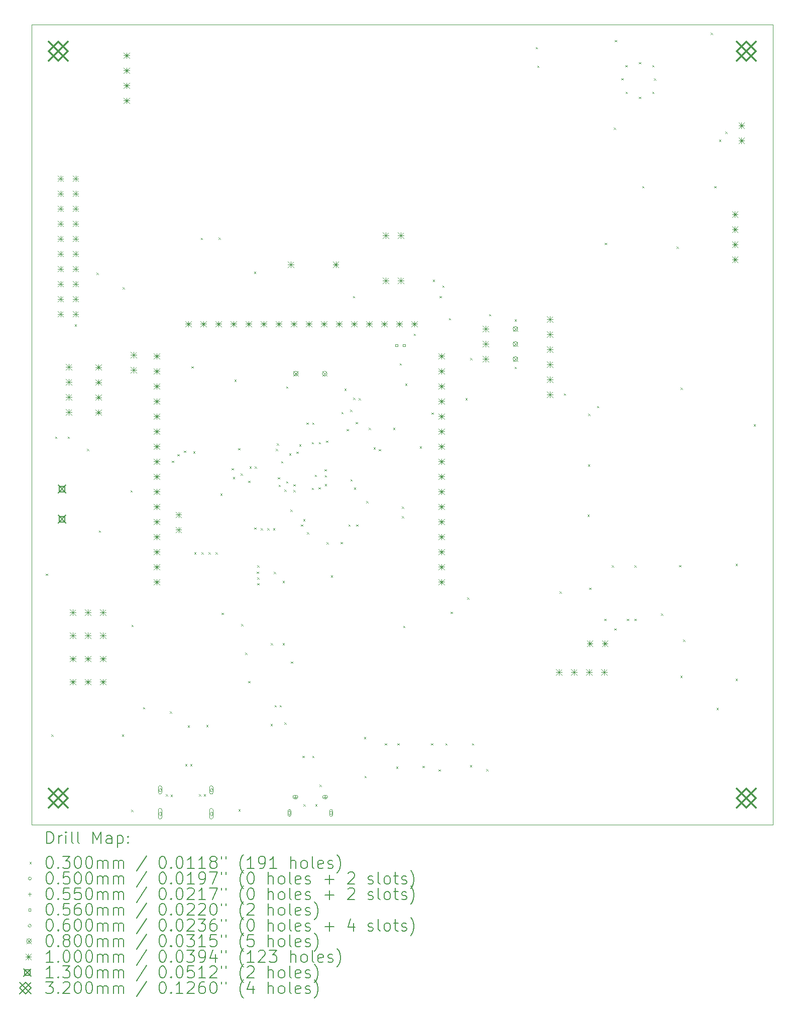
<source format=gbr>
%TF.GenerationSoftware,KiCad,Pcbnew,9.0.3*%
%TF.CreationDate,2025-12-27T22:39:13+05:30*%
%TF.ProjectId,STM32+ESP32,53544d33-322b-4455-9350-33322e6b6963,rev?*%
%TF.SameCoordinates,Original*%
%TF.FileFunction,Drillmap*%
%TF.FilePolarity,Positive*%
%FSLAX45Y45*%
G04 Gerber Fmt 4.5, Leading zero omitted, Abs format (unit mm)*
G04 Created by KiCad (PCBNEW 9.0.3) date 2025-12-27 22:39:13*
%MOMM*%
%LPD*%
G01*
G04 APERTURE LIST*
%ADD10C,0.050000*%
%ADD11C,0.200000*%
%ADD12C,0.100000*%
%ADD13C,0.130000*%
%ADD14C,0.320000*%
G04 APERTURE END LIST*
D10*
X15000000Y-16500000D02*
X27500000Y-16500000D01*
X27500000Y-30000000D01*
X15000000Y-30000000D01*
X15000000Y-16500000D01*
D11*
D12*
X15240000Y-25765000D02*
X15270000Y-25795000D01*
X15270000Y-25765000D02*
X15240000Y-25795000D01*
X15335000Y-28475000D02*
X15365000Y-28505000D01*
X15365000Y-28475000D02*
X15335000Y-28505000D01*
X15400000Y-23450000D02*
X15430000Y-23480000D01*
X15430000Y-23450000D02*
X15400000Y-23480000D01*
X15610000Y-23450000D02*
X15640000Y-23480000D01*
X15640000Y-23450000D02*
X15610000Y-23480000D01*
X15729000Y-21559000D02*
X15759000Y-21589000D01*
X15759000Y-21559000D02*
X15729000Y-21589000D01*
X15935000Y-23658500D02*
X15965000Y-23688500D01*
X15965000Y-23658500D02*
X15935000Y-23688500D01*
X16095000Y-20689000D02*
X16125000Y-20719000D01*
X16125000Y-20689000D02*
X16095000Y-20719000D01*
X16135000Y-25035000D02*
X16165000Y-25065000D01*
X16165000Y-25035000D02*
X16135000Y-25065000D01*
X16525000Y-28475000D02*
X16555000Y-28505000D01*
X16555000Y-28475000D02*
X16525000Y-28505000D01*
X16537500Y-20932500D02*
X16567500Y-20962500D01*
X16567500Y-20932500D02*
X16537500Y-20962500D01*
X16668250Y-24358250D02*
X16698250Y-24388250D01*
X16698250Y-24358250D02*
X16668250Y-24388250D01*
X16682500Y-29745000D02*
X16712500Y-29775000D01*
X16712500Y-29745000D02*
X16682500Y-29775000D01*
X16685000Y-26625000D02*
X16715000Y-26655000D01*
X16715000Y-26625000D02*
X16685000Y-26655000D01*
X16880000Y-28015000D02*
X16910000Y-28045000D01*
X16910000Y-28015000D02*
X16880000Y-28045000D01*
X17265000Y-29485000D02*
X17295000Y-29515000D01*
X17295000Y-29485000D02*
X17265000Y-29515000D01*
X17335000Y-28085000D02*
X17365000Y-28115000D01*
X17365000Y-28085000D02*
X17335000Y-28115000D01*
X17345000Y-29495000D02*
X17375000Y-29525000D01*
X17375000Y-29495000D02*
X17345000Y-29525000D01*
X17365000Y-23858000D02*
X17395000Y-23888000D01*
X17395000Y-23858000D02*
X17365000Y-23888000D01*
X17460082Y-23749918D02*
X17490082Y-23779918D01*
X17490082Y-23749918D02*
X17460082Y-23779918D01*
X17572500Y-23687500D02*
X17602500Y-23717500D01*
X17602500Y-23687500D02*
X17572500Y-23717500D01*
X17592500Y-28977658D02*
X17622500Y-29007658D01*
X17622500Y-28977658D02*
X17592500Y-29007658D01*
X17635000Y-28325000D02*
X17665000Y-28355000D01*
X17665000Y-28325000D02*
X17635000Y-28355000D01*
X17677500Y-28977658D02*
X17707500Y-29007658D01*
X17707500Y-28977658D02*
X17677500Y-29007658D01*
X17695000Y-22265000D02*
X17725000Y-22295000D01*
X17725000Y-22265000D02*
X17695000Y-22295000D01*
X17725000Y-23702500D02*
X17755000Y-23732500D01*
X17755000Y-23702500D02*
X17725000Y-23732500D01*
X17745000Y-25405000D02*
X17775000Y-25435000D01*
X17775000Y-25405000D02*
X17745000Y-25435000D01*
X17825000Y-29485000D02*
X17855000Y-29515000D01*
X17855000Y-29485000D02*
X17825000Y-29515000D01*
X17855000Y-20100000D02*
X17885000Y-20130000D01*
X17885000Y-20100000D02*
X17855000Y-20130000D01*
X17865000Y-25405000D02*
X17895000Y-25435000D01*
X17895000Y-25405000D02*
X17865000Y-25435000D01*
X17905000Y-29485000D02*
X17935000Y-29515000D01*
X17935000Y-29485000D02*
X17905000Y-29515000D01*
X17947500Y-28315000D02*
X17977500Y-28345000D01*
X17977500Y-28315000D02*
X17947500Y-28345000D01*
X17985000Y-25405000D02*
X18015000Y-25435000D01*
X18015000Y-25405000D02*
X17985000Y-25435000D01*
X18105000Y-25405000D02*
X18135000Y-25435000D01*
X18135000Y-25405000D02*
X18105000Y-25435000D01*
X18155000Y-20095000D02*
X18185000Y-20125000D01*
X18185000Y-20095000D02*
X18155000Y-20125000D01*
X18185000Y-24415000D02*
X18215000Y-24445000D01*
X18215000Y-24415000D02*
X18185000Y-24445000D01*
X18205000Y-26425000D02*
X18235000Y-26455000D01*
X18235000Y-26425000D02*
X18205000Y-26455000D01*
X18375000Y-23985000D02*
X18405000Y-24015000D01*
X18405000Y-23985000D02*
X18375000Y-24015000D01*
X18395000Y-24135000D02*
X18425000Y-24165000D01*
X18425000Y-24135000D02*
X18395000Y-24165000D01*
X18420926Y-22490665D02*
X18450926Y-22520665D01*
X18450926Y-22490665D02*
X18420926Y-22520665D01*
X18485000Y-23645000D02*
X18515000Y-23675000D01*
X18515000Y-23645000D02*
X18485000Y-23675000D01*
X18490000Y-29740000D02*
X18520000Y-29770000D01*
X18520000Y-29740000D02*
X18490000Y-29770000D01*
X18525000Y-24075000D02*
X18555000Y-24105000D01*
X18555000Y-24075000D02*
X18525000Y-24105000D01*
X18535000Y-26615000D02*
X18565000Y-26645000D01*
X18565000Y-26615000D02*
X18535000Y-26645000D01*
X18605000Y-27095000D02*
X18635000Y-27125000D01*
X18635000Y-27095000D02*
X18605000Y-27125000D01*
X18655000Y-24195000D02*
X18685000Y-24225000D01*
X18685000Y-24195000D02*
X18655000Y-24225000D01*
X18655000Y-27575000D02*
X18685000Y-27605000D01*
X18685000Y-27575000D02*
X18655000Y-27605000D01*
X18675000Y-23955000D02*
X18705000Y-23985000D01*
X18705000Y-23955000D02*
X18675000Y-23985000D01*
X18750000Y-20670000D02*
X18780000Y-20700000D01*
X18780000Y-20670000D02*
X18750000Y-20700000D01*
X18755000Y-24985000D02*
X18785000Y-25015000D01*
X18785000Y-24985000D02*
X18755000Y-25015000D01*
X18765000Y-23957500D02*
X18795000Y-23987500D01*
X18795000Y-23957500D02*
X18765000Y-23987500D01*
X18799702Y-25729105D02*
X18829702Y-25759105D01*
X18829702Y-25729105D02*
X18799702Y-25759105D01*
X18805000Y-25625000D02*
X18835000Y-25655000D01*
X18835000Y-25625000D02*
X18805000Y-25655000D01*
X18805000Y-25825000D02*
X18835000Y-25855000D01*
X18835000Y-25825000D02*
X18805000Y-25855000D01*
X18805000Y-25925000D02*
X18835000Y-25955000D01*
X18835000Y-25925000D02*
X18805000Y-25955000D01*
X18865000Y-24995000D02*
X18895000Y-25025000D01*
X18895000Y-24995000D02*
X18865000Y-25025000D01*
X18975000Y-24995000D02*
X19005000Y-25025000D01*
X19005000Y-24995000D02*
X18975000Y-25025000D01*
X19031418Y-28298062D02*
X19061418Y-28328062D01*
X19061418Y-28298062D02*
X19031418Y-28328062D01*
X19035000Y-26935000D02*
X19065000Y-26965000D01*
X19065000Y-26935000D02*
X19035000Y-26965000D01*
X19075000Y-24995000D02*
X19105000Y-25025000D01*
X19105000Y-24995000D02*
X19075000Y-25025000D01*
X19085000Y-25735000D02*
X19115000Y-25765000D01*
X19115000Y-25735000D02*
X19085000Y-25765000D01*
X19097500Y-27982146D02*
X19127500Y-28012146D01*
X19127500Y-27982146D02*
X19097500Y-28012146D01*
X19120000Y-23660000D02*
X19150000Y-23690000D01*
X19150000Y-23660000D02*
X19120000Y-23690000D01*
X19135000Y-23565000D02*
X19165000Y-23595000D01*
X19165000Y-23565000D02*
X19135000Y-23595000D01*
X19154677Y-24136429D02*
X19184677Y-24166429D01*
X19184677Y-24136429D02*
X19154677Y-24166429D01*
X19165000Y-24265000D02*
X19195000Y-24295000D01*
X19195000Y-24265000D02*
X19165000Y-24295000D01*
X19182500Y-27982146D02*
X19212500Y-28012146D01*
X19212500Y-27982146D02*
X19182500Y-28012146D01*
X19207500Y-23865000D02*
X19237500Y-23895000D01*
X19237500Y-23865000D02*
X19207500Y-23895000D01*
X19235000Y-25885000D02*
X19265000Y-25915000D01*
X19265000Y-25885000D02*
X19235000Y-25915000D01*
X19235000Y-26935000D02*
X19265000Y-26965000D01*
X19265000Y-26935000D02*
X19235000Y-26965000D01*
X19264397Y-28273794D02*
X19294397Y-28303794D01*
X19294397Y-28273794D02*
X19264397Y-28303794D01*
X19265000Y-24345000D02*
X19295000Y-24375000D01*
X19295000Y-24345000D02*
X19265000Y-24375000D01*
X19295000Y-22605000D02*
X19325000Y-22635000D01*
X19325000Y-22605000D02*
X19295000Y-22635000D01*
X19295000Y-24205000D02*
X19325000Y-24235000D01*
X19325000Y-24205000D02*
X19295000Y-24235000D01*
X19345000Y-23735000D02*
X19375000Y-23765000D01*
X19375000Y-23735000D02*
X19345000Y-23765000D01*
X19367500Y-24685000D02*
X19397500Y-24715000D01*
X19397500Y-24685000D02*
X19367500Y-24715000D01*
X19375000Y-27245000D02*
X19405000Y-27275000D01*
X19405000Y-27245000D02*
X19375000Y-27275000D01*
X19415000Y-24254503D02*
X19445000Y-24284503D01*
X19445000Y-24254503D02*
X19415000Y-24284503D01*
X19415000Y-24355000D02*
X19445000Y-24385000D01*
X19445000Y-24355000D02*
X19415000Y-24385000D01*
X19465000Y-23705000D02*
X19495000Y-23735000D01*
X19495000Y-23705000D02*
X19465000Y-23735000D01*
X19515000Y-23585000D02*
X19545000Y-23615000D01*
X19545000Y-23585000D02*
X19515000Y-23615000D01*
X19545000Y-24935000D02*
X19575000Y-24965000D01*
X19575000Y-24935000D02*
X19545000Y-24965000D01*
X19570000Y-28835000D02*
X19600000Y-28865000D01*
X19600000Y-28835000D02*
X19570000Y-28865000D01*
X19580000Y-24845000D02*
X19610000Y-24875000D01*
X19610000Y-24845000D02*
X19580000Y-24875000D01*
X19585000Y-29655000D02*
X19615000Y-29685000D01*
X19615000Y-29655000D02*
X19585000Y-29685000D01*
X19635659Y-23215659D02*
X19665659Y-23245659D01*
X19665659Y-23215659D02*
X19635659Y-23245659D01*
X19645000Y-25065000D02*
X19675000Y-25095000D01*
X19675000Y-25065000D02*
X19645000Y-25095000D01*
X19724100Y-24317217D02*
X19754100Y-24347217D01*
X19754100Y-24317217D02*
X19724100Y-24347217D01*
X19725000Y-23545000D02*
X19755000Y-23575000D01*
X19755000Y-23545000D02*
X19725000Y-23575000D01*
X19735000Y-23215000D02*
X19765000Y-23245000D01*
X19765000Y-23215000D02*
X19735000Y-23245000D01*
X19735000Y-28835000D02*
X19765000Y-28865000D01*
X19765000Y-28835000D02*
X19735000Y-28865000D01*
X19775000Y-24095000D02*
X19805000Y-24125000D01*
X19805000Y-24095000D02*
X19775000Y-24125000D01*
X19785000Y-29655000D02*
X19815000Y-29685000D01*
X19815000Y-29655000D02*
X19785000Y-29685000D01*
X19837212Y-24307212D02*
X19867212Y-24337212D01*
X19867212Y-24307212D02*
X19837212Y-24337212D01*
X19845000Y-23545000D02*
X19875000Y-23575000D01*
X19875000Y-23545000D02*
X19845000Y-23575000D01*
X19855000Y-29325000D02*
X19885000Y-29355000D01*
X19885000Y-29325000D02*
X19855000Y-29355000D01*
X19942500Y-24002500D02*
X19972500Y-24032500D01*
X19972500Y-24002500D02*
X19942500Y-24032500D01*
X19945000Y-24102917D02*
X19975000Y-24132917D01*
X19975000Y-24102917D02*
X19945000Y-24132917D01*
X19945000Y-24252500D02*
X19975000Y-24282500D01*
X19975000Y-24252500D02*
X19945000Y-24282500D01*
X19966121Y-23519206D02*
X19996121Y-23549206D01*
X19996121Y-23519206D02*
X19966121Y-23549206D01*
X19975000Y-25235000D02*
X20005000Y-25265000D01*
X20005000Y-25235000D02*
X19975000Y-25265000D01*
X20045000Y-25795000D02*
X20075000Y-25825000D01*
X20075000Y-25795000D02*
X20045000Y-25825000D01*
X20211250Y-25231250D02*
X20241250Y-25261250D01*
X20241250Y-25231250D02*
X20211250Y-25261250D01*
X20225000Y-23035000D02*
X20255000Y-23065000D01*
X20255000Y-23035000D02*
X20225000Y-23065000D01*
X20275703Y-22645000D02*
X20305703Y-22675000D01*
X20305703Y-22645000D02*
X20275703Y-22675000D01*
X20315000Y-23325000D02*
X20345000Y-23355000D01*
X20345000Y-23325000D02*
X20315000Y-23355000D01*
X20345000Y-24935000D02*
X20375000Y-24965000D01*
X20375000Y-24935000D02*
X20345000Y-24965000D01*
X20371250Y-22998750D02*
X20401250Y-23028750D01*
X20401250Y-22998750D02*
X20371250Y-23028750D01*
X20376909Y-24173091D02*
X20406909Y-24203091D01*
X20406909Y-24173091D02*
X20376909Y-24203091D01*
X20418750Y-21081250D02*
X20448750Y-21111250D01*
X20448750Y-21081250D02*
X20418750Y-21111250D01*
X20422500Y-22797500D02*
X20452500Y-22827500D01*
X20452500Y-22797500D02*
X20422500Y-22827500D01*
X20435000Y-24312500D02*
X20465000Y-24342500D01*
X20465000Y-24312500D02*
X20435000Y-24342500D01*
X20465000Y-23205000D02*
X20495000Y-23235000D01*
X20495000Y-23205000D02*
X20465000Y-23235000D01*
X20475000Y-24935000D02*
X20505000Y-24965000D01*
X20505000Y-24935000D02*
X20475000Y-24965000D01*
X20516344Y-22805821D02*
X20546344Y-22835821D01*
X20546344Y-22805821D02*
X20516344Y-22835821D01*
X20607000Y-28517000D02*
X20637000Y-28547000D01*
X20637000Y-28517000D02*
X20607000Y-28547000D01*
X20613200Y-29175000D02*
X20643200Y-29205000D01*
X20643200Y-29175000D02*
X20613200Y-29205000D01*
X20641760Y-24538240D02*
X20671760Y-24568240D01*
X20671760Y-24538240D02*
X20641760Y-24568240D01*
X20685000Y-23305000D02*
X20715000Y-23335000D01*
X20715000Y-23305000D02*
X20685000Y-23335000D01*
X20765000Y-23632500D02*
X20795000Y-23662500D01*
X20795000Y-23632500D02*
X20765000Y-23662500D01*
X20855000Y-23665000D02*
X20885000Y-23695000D01*
X20885000Y-23665000D02*
X20855000Y-23695000D01*
X20955000Y-28625000D02*
X20985000Y-28655000D01*
X20985000Y-28625000D02*
X20955000Y-28655000D01*
X21095000Y-23305000D02*
X21125000Y-23335000D01*
X21125000Y-23305000D02*
X21095000Y-23335000D01*
X21147750Y-29017750D02*
X21177750Y-29047750D01*
X21177750Y-29017750D02*
X21147750Y-29047750D01*
X21169125Y-28625000D02*
X21199125Y-28655000D01*
X21199125Y-28625000D02*
X21169125Y-28655000D01*
X21205000Y-22217500D02*
X21235000Y-22247500D01*
X21235000Y-22217500D02*
X21205000Y-22247500D01*
X21245000Y-24635000D02*
X21275000Y-24665000D01*
X21275000Y-24635000D02*
X21245000Y-24665000D01*
X21245000Y-24795000D02*
X21275000Y-24825000D01*
X21275000Y-24795000D02*
X21245000Y-24825000D01*
X21265000Y-26645000D02*
X21295000Y-26675000D01*
X21295000Y-26645000D02*
X21265000Y-26675000D01*
X21299000Y-22560000D02*
X21329000Y-22590000D01*
X21329000Y-22560000D02*
X21299000Y-22590000D01*
X21445000Y-21715000D02*
X21475000Y-21745000D01*
X21475000Y-21715000D02*
X21445000Y-21745000D01*
X21545000Y-23615000D02*
X21575000Y-23645000D01*
X21575000Y-23615000D02*
X21545000Y-23645000D01*
X21590875Y-29005000D02*
X21620875Y-29035000D01*
X21620875Y-29005000D02*
X21590875Y-29035000D01*
X21735000Y-28625000D02*
X21765000Y-28655000D01*
X21765000Y-28625000D02*
X21735000Y-28655000D01*
X21745000Y-23045000D02*
X21775000Y-23075000D01*
X21775000Y-23045000D02*
X21745000Y-23075000D01*
X21765000Y-20805000D02*
X21795000Y-20835000D01*
X21795000Y-20805000D02*
X21765000Y-20835000D01*
X21863200Y-29063500D02*
X21893200Y-29093500D01*
X21893200Y-29063500D02*
X21863200Y-29093500D01*
X21878750Y-21081250D02*
X21908750Y-21111250D01*
X21908750Y-21081250D02*
X21878750Y-21111250D01*
X21925000Y-20905000D02*
X21955000Y-20935000D01*
X21955000Y-20905000D02*
X21925000Y-20935000D01*
X21979125Y-28625000D02*
X22009125Y-28655000D01*
X22009125Y-28625000D02*
X21979125Y-28655000D01*
X22035000Y-21455000D02*
X22065000Y-21485000D01*
X22065000Y-21455000D02*
X22035000Y-21485000D01*
X22065000Y-26405000D02*
X22095000Y-26435000D01*
X22095000Y-26405000D02*
X22065000Y-26435000D01*
X22315000Y-22805000D02*
X22345000Y-22835000D01*
X22345000Y-22805000D02*
X22315000Y-22835000D01*
X22345000Y-26165000D02*
X22375000Y-26195000D01*
X22375000Y-26165000D02*
X22345000Y-26195000D01*
X22390875Y-28995000D02*
X22420875Y-29025000D01*
X22420875Y-28995000D02*
X22390875Y-29025000D01*
X22397500Y-22127500D02*
X22427500Y-22157500D01*
X22427500Y-22127500D02*
X22397500Y-22157500D01*
X22425000Y-28625000D02*
X22455000Y-28655000D01*
X22455000Y-28625000D02*
X22425000Y-28655000D01*
X22665000Y-29061700D02*
X22695000Y-29091700D01*
X22695000Y-29061700D02*
X22665000Y-29091700D01*
X22715000Y-21385000D02*
X22745000Y-21415000D01*
X22745000Y-21385000D02*
X22715000Y-21415000D01*
X23144000Y-21475000D02*
X23174000Y-21505000D01*
X23174000Y-21475000D02*
X23144000Y-21505000D01*
X23144000Y-22275000D02*
X23174000Y-22305000D01*
X23174000Y-22275000D02*
X23144000Y-22305000D01*
X23502500Y-16882500D02*
X23532500Y-16912500D01*
X23532500Y-16882500D02*
X23502500Y-16912500D01*
X23525000Y-17195000D02*
X23555000Y-17225000D01*
X23555000Y-17195000D02*
X23525000Y-17225000D01*
X23905000Y-26065000D02*
X23935000Y-26095000D01*
X23935000Y-26065000D02*
X23905000Y-26095000D01*
X23975000Y-22725000D02*
X24005000Y-22755000D01*
X24005000Y-22725000D02*
X23975000Y-22755000D01*
X24375000Y-24770000D02*
X24405000Y-24800000D01*
X24405000Y-24770000D02*
X24375000Y-24800000D01*
X24382500Y-23920000D02*
X24412500Y-23950000D01*
X24412500Y-23920000D02*
X24382500Y-23950000D01*
X24385000Y-23065000D02*
X24415000Y-23095000D01*
X24415000Y-23065000D02*
X24385000Y-23095000D01*
X24405000Y-26000000D02*
X24435000Y-26030000D01*
X24435000Y-26000000D02*
X24405000Y-26030000D01*
X24535000Y-22935000D02*
X24565000Y-22965000D01*
X24565000Y-22935000D02*
X24535000Y-22965000D01*
X24658000Y-26525000D02*
X24688000Y-26555000D01*
X24688000Y-26525000D02*
X24658000Y-26555000D01*
X24663950Y-20185000D02*
X24693950Y-20215000D01*
X24693950Y-20185000D02*
X24663950Y-20215000D01*
X24785000Y-25625000D02*
X24815000Y-25655000D01*
X24815000Y-25625000D02*
X24785000Y-25655000D01*
X24818000Y-18242000D02*
X24848000Y-18272000D01*
X24848000Y-18242000D02*
X24818000Y-18272000D01*
X24825000Y-26685000D02*
X24855000Y-26715000D01*
X24855000Y-26685000D02*
X24825000Y-26715000D01*
X24835000Y-16765000D02*
X24865000Y-16795000D01*
X24865000Y-16765000D02*
X24835000Y-16795000D01*
X24945000Y-17405000D02*
X24975000Y-17435000D01*
X24975000Y-17405000D02*
X24945000Y-17435000D01*
X25013000Y-17185000D02*
X25043000Y-17215000D01*
X25043000Y-17185000D02*
X25013000Y-17215000D01*
X25016000Y-17636000D02*
X25046000Y-17666000D01*
X25046000Y-17636000D02*
X25016000Y-17666000D01*
X25039000Y-26525000D02*
X25069000Y-26555000D01*
X25069000Y-26525000D02*
X25039000Y-26555000D01*
X25165000Y-26525000D02*
X25195000Y-26555000D01*
X25195000Y-26525000D02*
X25165000Y-26555000D01*
X25166000Y-25625000D02*
X25196000Y-25655000D01*
X25196000Y-25625000D02*
X25166000Y-25655000D01*
X25240000Y-17135000D02*
X25270000Y-17165000D01*
X25270000Y-17135000D02*
X25240000Y-17165000D01*
X25240000Y-17720000D02*
X25270000Y-17750000D01*
X25270000Y-17720000D02*
X25240000Y-17750000D01*
X25297710Y-19225000D02*
X25327710Y-19255000D01*
X25327710Y-19225000D02*
X25297710Y-19255000D01*
X25465000Y-17637000D02*
X25495000Y-17667000D01*
X25495000Y-17637000D02*
X25465000Y-17667000D01*
X25467000Y-17185000D02*
X25497000Y-17215000D01*
X25497000Y-17185000D02*
X25467000Y-17215000D01*
X25495000Y-17412000D02*
X25525000Y-17442000D01*
X25525000Y-17412000D02*
X25495000Y-17442000D01*
X25615000Y-26435000D02*
X25645000Y-26465000D01*
X25645000Y-26435000D02*
X25615000Y-26465000D01*
X25877500Y-20247500D02*
X25907500Y-20277500D01*
X25907500Y-20247500D02*
X25877500Y-20277500D01*
X25920000Y-25620000D02*
X25950000Y-25650000D01*
X25950000Y-25620000D02*
X25920000Y-25650000D01*
X25940000Y-27485000D02*
X25970000Y-27515000D01*
X25970000Y-27485000D02*
X25940000Y-27515000D01*
X25945000Y-22625000D02*
X25975000Y-22655000D01*
X25975000Y-22625000D02*
X25945000Y-22655000D01*
X25985000Y-26875000D02*
X26015000Y-26905000D01*
X26015000Y-26875000D02*
X25985000Y-26905000D01*
X26450000Y-16640000D02*
X26480000Y-16670000D01*
X26480000Y-16640000D02*
X26450000Y-16670000D01*
X26513130Y-19225000D02*
X26543130Y-19255000D01*
X26543130Y-19225000D02*
X26513130Y-19255000D01*
X26547500Y-28027500D02*
X26577500Y-28057500D01*
X26577500Y-28027500D02*
X26547500Y-28057500D01*
X26591360Y-18441787D02*
X26621360Y-18471787D01*
X26621360Y-18441787D02*
X26591360Y-18471787D01*
X26696000Y-18307000D02*
X26726000Y-18337000D01*
X26726000Y-18307000D02*
X26696000Y-18337000D01*
X26870000Y-25600000D02*
X26900000Y-25630000D01*
X26900000Y-25600000D02*
X26870000Y-25630000D01*
X26870000Y-27535000D02*
X26900000Y-27565000D01*
X26900000Y-27535000D02*
X26870000Y-27565000D01*
X27175000Y-23245000D02*
X27205000Y-23275000D01*
X27205000Y-23245000D02*
X27175000Y-23275000D01*
X19375000Y-29800000D02*
G75*
G02*
X19325000Y-29800000I-25000J0D01*
G01*
X19325000Y-29800000D02*
G75*
G02*
X19375000Y-29800000I25000J0D01*
G01*
X19325000Y-29767500D02*
X19325000Y-29832500D01*
X19375000Y-29832500D02*
G75*
G02*
X19325000Y-29832500I-25000J0D01*
G01*
X19375000Y-29832500D02*
X19375000Y-29767500D01*
X19375000Y-29767500D02*
G75*
G03*
X19325000Y-29767500I-25000J0D01*
G01*
X20075000Y-29800000D02*
G75*
G02*
X20025000Y-29800000I-25000J0D01*
G01*
X20025000Y-29800000D02*
G75*
G02*
X20075000Y-29800000I25000J0D01*
G01*
X20025000Y-29767500D02*
X20025000Y-29832500D01*
X20075000Y-29832500D02*
G75*
G02*
X20025000Y-29832500I-25000J0D01*
G01*
X20075000Y-29832500D02*
X20075000Y-29767500D01*
X20075000Y-29767500D02*
G75*
G03*
X20025000Y-29767500I-25000J0D01*
G01*
X19450000Y-29502500D02*
X19450000Y-29557500D01*
X19422500Y-29530000D02*
X19477500Y-29530000D01*
X19435000Y-29557500D02*
X19465000Y-29557500D01*
X19465000Y-29502500D02*
G75*
G02*
X19465000Y-29557500I0J-27500D01*
G01*
X19465000Y-29502500D02*
X19435000Y-29502500D01*
X19435000Y-29502500D02*
G75*
G03*
X19435000Y-29557500I0J-27500D01*
G01*
X19950000Y-29502500D02*
X19950000Y-29557500D01*
X19922500Y-29530000D02*
X19977500Y-29530000D01*
X19935000Y-29557500D02*
X19965000Y-29557500D01*
X19965000Y-29502500D02*
G75*
G02*
X19965000Y-29557500I0J-27500D01*
G01*
X19965000Y-29502500D02*
X19935000Y-29502500D01*
X19935000Y-29502500D02*
G75*
G03*
X19935000Y-29557500I0J-27500D01*
G01*
X21176299Y-21932549D02*
X21176299Y-21892951D01*
X21136701Y-21892951D01*
X21136701Y-21932549D01*
X21176299Y-21932549D01*
X21303299Y-21932549D02*
X21303299Y-21892951D01*
X21263701Y-21892951D01*
X21263701Y-21932549D01*
X21303299Y-21932549D01*
X17168000Y-29442500D02*
X17198000Y-29412500D01*
X17168000Y-29382500D01*
X17138000Y-29412500D01*
X17168000Y-29442500D01*
X17138000Y-29372500D02*
X17138000Y-29452500D01*
X17198000Y-29452500D02*
G75*
G02*
X17138000Y-29452500I-30000J0D01*
G01*
X17198000Y-29452500D02*
X17198000Y-29372500D01*
X17198000Y-29372500D02*
G75*
G03*
X17138000Y-29372500I-30000J0D01*
G01*
X17168000Y-29842500D02*
X17198000Y-29812500D01*
X17168000Y-29782500D01*
X17138000Y-29812500D01*
X17168000Y-29842500D01*
X17138000Y-29752500D02*
X17138000Y-29872500D01*
X17198000Y-29872500D02*
G75*
G02*
X17138000Y-29872500I-30000J0D01*
G01*
X17198000Y-29872500D02*
X17198000Y-29752500D01*
X17198000Y-29752500D02*
G75*
G03*
X17138000Y-29752500I-30000J0D01*
G01*
X18032000Y-29442500D02*
X18062000Y-29412500D01*
X18032000Y-29382500D01*
X18002000Y-29412500D01*
X18032000Y-29442500D01*
X18002000Y-29372500D02*
X18002000Y-29452500D01*
X18062000Y-29452500D02*
G75*
G02*
X18002000Y-29452500I-30000J0D01*
G01*
X18062000Y-29452500D02*
X18062000Y-29372500D01*
X18062000Y-29372500D02*
G75*
G03*
X18002000Y-29372500I-30000J0D01*
G01*
X18032000Y-29842500D02*
X18062000Y-29812500D01*
X18032000Y-29782500D01*
X18002000Y-29812500D01*
X18032000Y-29842500D01*
X18002000Y-29752500D02*
X18002000Y-29872500D01*
X18062000Y-29872500D02*
G75*
G02*
X18002000Y-29872500I-30000J0D01*
G01*
X18062000Y-29872500D02*
X18062000Y-29752500D01*
X18062000Y-29752500D02*
G75*
G03*
X18002000Y-29752500I-30000J0D01*
G01*
X19416000Y-22350000D02*
X19496000Y-22430000D01*
X19496000Y-22350000D02*
X19416000Y-22430000D01*
X19496000Y-22390000D02*
G75*
G02*
X19416000Y-22390000I-40000J0D01*
G01*
X19416000Y-22390000D02*
G75*
G02*
X19496000Y-22390000I40000J0D01*
G01*
X19904000Y-22350000D02*
X19984000Y-22430000D01*
X19984000Y-22350000D02*
X19904000Y-22430000D01*
X19984000Y-22390000D02*
G75*
G02*
X19904000Y-22390000I-40000J0D01*
G01*
X19904000Y-22390000D02*
G75*
G02*
X19984000Y-22390000I40000J0D01*
G01*
X23119000Y-21596000D02*
X23199000Y-21676000D01*
X23199000Y-21596000D02*
X23119000Y-21676000D01*
X23199000Y-21636000D02*
G75*
G02*
X23119000Y-21636000I-40000J0D01*
G01*
X23119000Y-21636000D02*
G75*
G02*
X23199000Y-21636000I40000J0D01*
G01*
X23119000Y-21850000D02*
X23199000Y-21930000D01*
X23199000Y-21850000D02*
X23119000Y-21930000D01*
X23199000Y-21890000D02*
G75*
G02*
X23119000Y-21890000I-40000J0D01*
G01*
X23119000Y-21890000D02*
G75*
G02*
X23199000Y-21890000I40000J0D01*
G01*
X23119000Y-22104000D02*
X23199000Y-22184000D01*
X23199000Y-22104000D02*
X23119000Y-22184000D01*
X23199000Y-22144000D02*
G75*
G02*
X23119000Y-22144000I-40000J0D01*
G01*
X23119000Y-22144000D02*
G75*
G02*
X23199000Y-22144000I40000J0D01*
G01*
X15440000Y-19048000D02*
X15540000Y-19148000D01*
X15540000Y-19048000D02*
X15440000Y-19148000D01*
X15490000Y-19048000D02*
X15490000Y-19148000D01*
X15440000Y-19098000D02*
X15540000Y-19098000D01*
X15440000Y-19302000D02*
X15540000Y-19402000D01*
X15540000Y-19302000D02*
X15440000Y-19402000D01*
X15490000Y-19302000D02*
X15490000Y-19402000D01*
X15440000Y-19352000D02*
X15540000Y-19352000D01*
X15440000Y-19556000D02*
X15540000Y-19656000D01*
X15540000Y-19556000D02*
X15440000Y-19656000D01*
X15490000Y-19556000D02*
X15490000Y-19656000D01*
X15440000Y-19606000D02*
X15540000Y-19606000D01*
X15440000Y-19810000D02*
X15540000Y-19910000D01*
X15540000Y-19810000D02*
X15440000Y-19910000D01*
X15490000Y-19810000D02*
X15490000Y-19910000D01*
X15440000Y-19860000D02*
X15540000Y-19860000D01*
X15440000Y-20064000D02*
X15540000Y-20164000D01*
X15540000Y-20064000D02*
X15440000Y-20164000D01*
X15490000Y-20064000D02*
X15490000Y-20164000D01*
X15440000Y-20114000D02*
X15540000Y-20114000D01*
X15440000Y-20318000D02*
X15540000Y-20418000D01*
X15540000Y-20318000D02*
X15440000Y-20418000D01*
X15490000Y-20318000D02*
X15490000Y-20418000D01*
X15440000Y-20368000D02*
X15540000Y-20368000D01*
X15440000Y-20572000D02*
X15540000Y-20672000D01*
X15540000Y-20572000D02*
X15440000Y-20672000D01*
X15490000Y-20572000D02*
X15490000Y-20672000D01*
X15440000Y-20622000D02*
X15540000Y-20622000D01*
X15440000Y-20826000D02*
X15540000Y-20926000D01*
X15540000Y-20826000D02*
X15440000Y-20926000D01*
X15490000Y-20826000D02*
X15490000Y-20926000D01*
X15440000Y-20876000D02*
X15540000Y-20876000D01*
X15440000Y-21080000D02*
X15540000Y-21180000D01*
X15540000Y-21080000D02*
X15440000Y-21180000D01*
X15490000Y-21080000D02*
X15490000Y-21180000D01*
X15440000Y-21130000D02*
X15540000Y-21130000D01*
X15440000Y-21334000D02*
X15540000Y-21434000D01*
X15540000Y-21334000D02*
X15440000Y-21434000D01*
X15490000Y-21334000D02*
X15490000Y-21434000D01*
X15440000Y-21384000D02*
X15540000Y-21384000D01*
X15580000Y-22224500D02*
X15680000Y-22324500D01*
X15680000Y-22224500D02*
X15580000Y-22324500D01*
X15630000Y-22224500D02*
X15630000Y-22324500D01*
X15580000Y-22274500D02*
X15680000Y-22274500D01*
X15580000Y-22478500D02*
X15680000Y-22578500D01*
X15680000Y-22478500D02*
X15580000Y-22578500D01*
X15630000Y-22478500D02*
X15630000Y-22578500D01*
X15580000Y-22528500D02*
X15680000Y-22528500D01*
X15580000Y-22732500D02*
X15680000Y-22832500D01*
X15680000Y-22732500D02*
X15580000Y-22832500D01*
X15630000Y-22732500D02*
X15630000Y-22832500D01*
X15580000Y-22782500D02*
X15680000Y-22782500D01*
X15580000Y-22986500D02*
X15680000Y-23086500D01*
X15680000Y-22986500D02*
X15580000Y-23086500D01*
X15630000Y-22986500D02*
X15630000Y-23086500D01*
X15580000Y-23036500D02*
X15680000Y-23036500D01*
X15646000Y-27540000D02*
X15746000Y-27640000D01*
X15746000Y-27540000D02*
X15646000Y-27640000D01*
X15696000Y-27540000D02*
X15696000Y-27640000D01*
X15646000Y-27590000D02*
X15746000Y-27590000D01*
X15650000Y-26370000D02*
X15750000Y-26470000D01*
X15750000Y-26370000D02*
X15650000Y-26470000D01*
X15700000Y-26370000D02*
X15700000Y-26470000D01*
X15650000Y-26420000D02*
X15750000Y-26420000D01*
X15650000Y-26760000D02*
X15750000Y-26860000D01*
X15750000Y-26760000D02*
X15650000Y-26860000D01*
X15700000Y-26760000D02*
X15700000Y-26860000D01*
X15650000Y-26810000D02*
X15750000Y-26810000D01*
X15650000Y-27150000D02*
X15750000Y-27250000D01*
X15750000Y-27150000D02*
X15650000Y-27250000D01*
X15700000Y-27150000D02*
X15700000Y-27250000D01*
X15650000Y-27200000D02*
X15750000Y-27200000D01*
X15694000Y-19048000D02*
X15794000Y-19148000D01*
X15794000Y-19048000D02*
X15694000Y-19148000D01*
X15744000Y-19048000D02*
X15744000Y-19148000D01*
X15694000Y-19098000D02*
X15794000Y-19098000D01*
X15694000Y-19302000D02*
X15794000Y-19402000D01*
X15794000Y-19302000D02*
X15694000Y-19402000D01*
X15744000Y-19302000D02*
X15744000Y-19402000D01*
X15694000Y-19352000D02*
X15794000Y-19352000D01*
X15694000Y-19556000D02*
X15794000Y-19656000D01*
X15794000Y-19556000D02*
X15694000Y-19656000D01*
X15744000Y-19556000D02*
X15744000Y-19656000D01*
X15694000Y-19606000D02*
X15794000Y-19606000D01*
X15694000Y-19810000D02*
X15794000Y-19910000D01*
X15794000Y-19810000D02*
X15694000Y-19910000D01*
X15744000Y-19810000D02*
X15744000Y-19910000D01*
X15694000Y-19860000D02*
X15794000Y-19860000D01*
X15694000Y-20064000D02*
X15794000Y-20164000D01*
X15794000Y-20064000D02*
X15694000Y-20164000D01*
X15744000Y-20064000D02*
X15744000Y-20164000D01*
X15694000Y-20114000D02*
X15794000Y-20114000D01*
X15694000Y-20318000D02*
X15794000Y-20418000D01*
X15794000Y-20318000D02*
X15694000Y-20418000D01*
X15744000Y-20318000D02*
X15744000Y-20418000D01*
X15694000Y-20368000D02*
X15794000Y-20368000D01*
X15694000Y-20572000D02*
X15794000Y-20672000D01*
X15794000Y-20572000D02*
X15694000Y-20672000D01*
X15744000Y-20572000D02*
X15744000Y-20672000D01*
X15694000Y-20622000D02*
X15794000Y-20622000D01*
X15694000Y-20826000D02*
X15794000Y-20926000D01*
X15794000Y-20826000D02*
X15694000Y-20926000D01*
X15744000Y-20826000D02*
X15744000Y-20926000D01*
X15694000Y-20876000D02*
X15794000Y-20876000D01*
X15694000Y-21080000D02*
X15794000Y-21180000D01*
X15794000Y-21080000D02*
X15694000Y-21180000D01*
X15744000Y-21080000D02*
X15744000Y-21180000D01*
X15694000Y-21130000D02*
X15794000Y-21130000D01*
X15694000Y-21334000D02*
X15794000Y-21434000D01*
X15794000Y-21334000D02*
X15694000Y-21434000D01*
X15744000Y-21334000D02*
X15744000Y-21434000D01*
X15694000Y-21384000D02*
X15794000Y-21384000D01*
X15900000Y-27540000D02*
X16000000Y-27640000D01*
X16000000Y-27540000D02*
X15900000Y-27640000D01*
X15950000Y-27540000D02*
X15950000Y-27640000D01*
X15900000Y-27590000D02*
X16000000Y-27590000D01*
X15904000Y-26370000D02*
X16004000Y-26470000D01*
X16004000Y-26370000D02*
X15904000Y-26470000D01*
X15954000Y-26370000D02*
X15954000Y-26470000D01*
X15904000Y-26420000D02*
X16004000Y-26420000D01*
X15904000Y-26760000D02*
X16004000Y-26860000D01*
X16004000Y-26760000D02*
X15904000Y-26860000D01*
X15954000Y-26760000D02*
X15954000Y-26860000D01*
X15904000Y-26810000D02*
X16004000Y-26810000D01*
X15904000Y-27150000D02*
X16004000Y-27250000D01*
X16004000Y-27150000D02*
X15904000Y-27250000D01*
X15954000Y-27150000D02*
X15954000Y-27250000D01*
X15904000Y-27200000D02*
X16004000Y-27200000D01*
X16080000Y-22232000D02*
X16180000Y-22332000D01*
X16180000Y-22232000D02*
X16080000Y-22332000D01*
X16130000Y-22232000D02*
X16130000Y-22332000D01*
X16080000Y-22282000D02*
X16180000Y-22282000D01*
X16080000Y-22486000D02*
X16180000Y-22586000D01*
X16180000Y-22486000D02*
X16080000Y-22586000D01*
X16130000Y-22486000D02*
X16130000Y-22586000D01*
X16080000Y-22536000D02*
X16180000Y-22536000D01*
X16080000Y-22740000D02*
X16180000Y-22840000D01*
X16180000Y-22740000D02*
X16080000Y-22840000D01*
X16130000Y-22740000D02*
X16130000Y-22840000D01*
X16080000Y-22790000D02*
X16180000Y-22790000D01*
X16080000Y-22994000D02*
X16180000Y-23094000D01*
X16180000Y-22994000D02*
X16080000Y-23094000D01*
X16130000Y-22994000D02*
X16130000Y-23094000D01*
X16080000Y-23044000D02*
X16180000Y-23044000D01*
X16154000Y-27540000D02*
X16254000Y-27640000D01*
X16254000Y-27540000D02*
X16154000Y-27640000D01*
X16204000Y-27540000D02*
X16204000Y-27640000D01*
X16154000Y-27590000D02*
X16254000Y-27590000D01*
X16158000Y-26370000D02*
X16258000Y-26470000D01*
X16258000Y-26370000D02*
X16158000Y-26470000D01*
X16208000Y-26370000D02*
X16208000Y-26470000D01*
X16158000Y-26420000D02*
X16258000Y-26420000D01*
X16158000Y-26760000D02*
X16258000Y-26860000D01*
X16258000Y-26760000D02*
X16158000Y-26860000D01*
X16208000Y-26760000D02*
X16208000Y-26860000D01*
X16158000Y-26810000D02*
X16258000Y-26810000D01*
X16158000Y-27150000D02*
X16258000Y-27250000D01*
X16258000Y-27150000D02*
X16158000Y-27250000D01*
X16208000Y-27150000D02*
X16208000Y-27250000D01*
X16158000Y-27200000D02*
X16258000Y-27200000D01*
X16550000Y-16973000D02*
X16650000Y-17073000D01*
X16650000Y-16973000D02*
X16550000Y-17073000D01*
X16600000Y-16973000D02*
X16600000Y-17073000D01*
X16550000Y-17023000D02*
X16650000Y-17023000D01*
X16550000Y-17227000D02*
X16650000Y-17327000D01*
X16650000Y-17227000D02*
X16550000Y-17327000D01*
X16600000Y-17227000D02*
X16600000Y-17327000D01*
X16550000Y-17277000D02*
X16650000Y-17277000D01*
X16550000Y-17481000D02*
X16650000Y-17581000D01*
X16650000Y-17481000D02*
X16550000Y-17581000D01*
X16600000Y-17481000D02*
X16600000Y-17581000D01*
X16550000Y-17531000D02*
X16650000Y-17531000D01*
X16550000Y-17735000D02*
X16650000Y-17835000D01*
X16650000Y-17735000D02*
X16550000Y-17835000D01*
X16600000Y-17735000D02*
X16600000Y-17835000D01*
X16550000Y-17785000D02*
X16650000Y-17785000D01*
X16672500Y-22025000D02*
X16772500Y-22125000D01*
X16772500Y-22025000D02*
X16672500Y-22125000D01*
X16722500Y-22025000D02*
X16722500Y-22125000D01*
X16672500Y-22075000D02*
X16772500Y-22075000D01*
X16672500Y-22279000D02*
X16772500Y-22379000D01*
X16772500Y-22279000D02*
X16672500Y-22379000D01*
X16722500Y-22279000D02*
X16722500Y-22379000D01*
X16672500Y-22329000D02*
X16772500Y-22329000D01*
X17059000Y-22045000D02*
X17159000Y-22145000D01*
X17159000Y-22045000D02*
X17059000Y-22145000D01*
X17109000Y-22045000D02*
X17109000Y-22145000D01*
X17059000Y-22095000D02*
X17159000Y-22095000D01*
X17059000Y-22299000D02*
X17159000Y-22399000D01*
X17159000Y-22299000D02*
X17059000Y-22399000D01*
X17109000Y-22299000D02*
X17109000Y-22399000D01*
X17059000Y-22349000D02*
X17159000Y-22349000D01*
X17059000Y-22553000D02*
X17159000Y-22653000D01*
X17159000Y-22553000D02*
X17059000Y-22653000D01*
X17109000Y-22553000D02*
X17109000Y-22653000D01*
X17059000Y-22603000D02*
X17159000Y-22603000D01*
X17059000Y-22807000D02*
X17159000Y-22907000D01*
X17159000Y-22807000D02*
X17059000Y-22907000D01*
X17109000Y-22807000D02*
X17109000Y-22907000D01*
X17059000Y-22857000D02*
X17159000Y-22857000D01*
X17059000Y-23061000D02*
X17159000Y-23161000D01*
X17159000Y-23061000D02*
X17059000Y-23161000D01*
X17109000Y-23061000D02*
X17109000Y-23161000D01*
X17059000Y-23111000D02*
X17159000Y-23111000D01*
X17059000Y-23315000D02*
X17159000Y-23415000D01*
X17159000Y-23315000D02*
X17059000Y-23415000D01*
X17109000Y-23315000D02*
X17109000Y-23415000D01*
X17059000Y-23365000D02*
X17159000Y-23365000D01*
X17059000Y-23569000D02*
X17159000Y-23669000D01*
X17159000Y-23569000D02*
X17059000Y-23669000D01*
X17109000Y-23569000D02*
X17109000Y-23669000D01*
X17059000Y-23619000D02*
X17159000Y-23619000D01*
X17059000Y-23823000D02*
X17159000Y-23923000D01*
X17159000Y-23823000D02*
X17059000Y-23923000D01*
X17109000Y-23823000D02*
X17109000Y-23923000D01*
X17059000Y-23873000D02*
X17159000Y-23873000D01*
X17059000Y-24077000D02*
X17159000Y-24177000D01*
X17159000Y-24077000D02*
X17059000Y-24177000D01*
X17109000Y-24077000D02*
X17109000Y-24177000D01*
X17059000Y-24127000D02*
X17159000Y-24127000D01*
X17059000Y-24331000D02*
X17159000Y-24431000D01*
X17159000Y-24331000D02*
X17059000Y-24431000D01*
X17109000Y-24331000D02*
X17109000Y-24431000D01*
X17059000Y-24381000D02*
X17159000Y-24381000D01*
X17059000Y-24585000D02*
X17159000Y-24685000D01*
X17159000Y-24585000D02*
X17059000Y-24685000D01*
X17109000Y-24585000D02*
X17109000Y-24685000D01*
X17059000Y-24635000D02*
X17159000Y-24635000D01*
X17059000Y-24839000D02*
X17159000Y-24939000D01*
X17159000Y-24839000D02*
X17059000Y-24939000D01*
X17109000Y-24839000D02*
X17109000Y-24939000D01*
X17059000Y-24889000D02*
X17159000Y-24889000D01*
X17059000Y-25093000D02*
X17159000Y-25193000D01*
X17159000Y-25093000D02*
X17059000Y-25193000D01*
X17109000Y-25093000D02*
X17109000Y-25193000D01*
X17059000Y-25143000D02*
X17159000Y-25143000D01*
X17059000Y-25347000D02*
X17159000Y-25447000D01*
X17159000Y-25347000D02*
X17059000Y-25447000D01*
X17109000Y-25347000D02*
X17109000Y-25447000D01*
X17059000Y-25397000D02*
X17159000Y-25397000D01*
X17059000Y-25601000D02*
X17159000Y-25701000D01*
X17159000Y-25601000D02*
X17059000Y-25701000D01*
X17109000Y-25601000D02*
X17109000Y-25701000D01*
X17059000Y-25651000D02*
X17159000Y-25651000D01*
X17059000Y-25855000D02*
X17159000Y-25955000D01*
X17159000Y-25855000D02*
X17059000Y-25955000D01*
X17109000Y-25855000D02*
X17109000Y-25955000D01*
X17059000Y-25905000D02*
X17159000Y-25905000D01*
X17430000Y-24720000D02*
X17530000Y-24820000D01*
X17530000Y-24720000D02*
X17430000Y-24820000D01*
X17480000Y-24720000D02*
X17480000Y-24820000D01*
X17430000Y-24770000D02*
X17530000Y-24770000D01*
X17430000Y-24974000D02*
X17530000Y-25074000D01*
X17530000Y-24974000D02*
X17430000Y-25074000D01*
X17480000Y-24974000D02*
X17480000Y-25074000D01*
X17430000Y-25024000D02*
X17530000Y-25024000D01*
X17595000Y-21502500D02*
X17695000Y-21602500D01*
X17695000Y-21502500D02*
X17595000Y-21602500D01*
X17645000Y-21502500D02*
X17645000Y-21602500D01*
X17595000Y-21552500D02*
X17695000Y-21552500D01*
X17849000Y-21502500D02*
X17949000Y-21602500D01*
X17949000Y-21502500D02*
X17849000Y-21602500D01*
X17899000Y-21502500D02*
X17899000Y-21602500D01*
X17849000Y-21552500D02*
X17949000Y-21552500D01*
X18103000Y-21502500D02*
X18203000Y-21602500D01*
X18203000Y-21502500D02*
X18103000Y-21602500D01*
X18153000Y-21502500D02*
X18153000Y-21602500D01*
X18103000Y-21552500D02*
X18203000Y-21552500D01*
X18357000Y-21502500D02*
X18457000Y-21602500D01*
X18457000Y-21502500D02*
X18357000Y-21602500D01*
X18407000Y-21502500D02*
X18407000Y-21602500D01*
X18357000Y-21552500D02*
X18457000Y-21552500D01*
X18611000Y-21502500D02*
X18711000Y-21602500D01*
X18711000Y-21502500D02*
X18611000Y-21602500D01*
X18661000Y-21502500D02*
X18661000Y-21602500D01*
X18611000Y-21552500D02*
X18711000Y-21552500D01*
X18865000Y-21502500D02*
X18965000Y-21602500D01*
X18965000Y-21502500D02*
X18865000Y-21602500D01*
X18915000Y-21502500D02*
X18915000Y-21602500D01*
X18865000Y-21552500D02*
X18965000Y-21552500D01*
X19119000Y-21502500D02*
X19219000Y-21602500D01*
X19219000Y-21502500D02*
X19119000Y-21602500D01*
X19169000Y-21502500D02*
X19169000Y-21602500D01*
X19119000Y-21552500D02*
X19219000Y-21552500D01*
X19320000Y-20500000D02*
X19420000Y-20600000D01*
X19420000Y-20500000D02*
X19320000Y-20600000D01*
X19370000Y-20500000D02*
X19370000Y-20600000D01*
X19320000Y-20550000D02*
X19420000Y-20550000D01*
X19373000Y-21502500D02*
X19473000Y-21602500D01*
X19473000Y-21502500D02*
X19373000Y-21602500D01*
X19423000Y-21502500D02*
X19423000Y-21602500D01*
X19373000Y-21552500D02*
X19473000Y-21552500D01*
X19627000Y-21502500D02*
X19727000Y-21602500D01*
X19727000Y-21502500D02*
X19627000Y-21602500D01*
X19677000Y-21502500D02*
X19677000Y-21602500D01*
X19627000Y-21552500D02*
X19727000Y-21552500D01*
X19881000Y-21502500D02*
X19981000Y-21602500D01*
X19981000Y-21502500D02*
X19881000Y-21602500D01*
X19931000Y-21502500D02*
X19931000Y-21602500D01*
X19881000Y-21552500D02*
X19981000Y-21552500D01*
X20080000Y-20500000D02*
X20180000Y-20600000D01*
X20180000Y-20500000D02*
X20080000Y-20600000D01*
X20130000Y-20500000D02*
X20130000Y-20600000D01*
X20080000Y-20550000D02*
X20180000Y-20550000D01*
X20135000Y-21502500D02*
X20235000Y-21602500D01*
X20235000Y-21502500D02*
X20135000Y-21602500D01*
X20185000Y-21502500D02*
X20185000Y-21602500D01*
X20135000Y-21552500D02*
X20235000Y-21552500D01*
X20389000Y-21502500D02*
X20489000Y-21602500D01*
X20489000Y-21502500D02*
X20389000Y-21602500D01*
X20439000Y-21502500D02*
X20439000Y-21602500D01*
X20389000Y-21552500D02*
X20489000Y-21552500D01*
X20643000Y-21502500D02*
X20743000Y-21602500D01*
X20743000Y-21502500D02*
X20643000Y-21602500D01*
X20693000Y-21502500D02*
X20693000Y-21602500D01*
X20643000Y-21552500D02*
X20743000Y-21552500D01*
X20897000Y-21502500D02*
X20997000Y-21602500D01*
X20997000Y-21502500D02*
X20897000Y-21602500D01*
X20947000Y-21502500D02*
X20947000Y-21602500D01*
X20897000Y-21552500D02*
X20997000Y-21552500D01*
X20923000Y-20009000D02*
X21023000Y-20109000D01*
X21023000Y-20009000D02*
X20923000Y-20109000D01*
X20973000Y-20009000D02*
X20973000Y-20109000D01*
X20923000Y-20059000D02*
X21023000Y-20059000D01*
X20923000Y-20771000D02*
X21023000Y-20871000D01*
X21023000Y-20771000D02*
X20923000Y-20871000D01*
X20973000Y-20771000D02*
X20973000Y-20871000D01*
X20923000Y-20821000D02*
X21023000Y-20821000D01*
X21151000Y-21502500D02*
X21251000Y-21602500D01*
X21251000Y-21502500D02*
X21151000Y-21602500D01*
X21201000Y-21502500D02*
X21201000Y-21602500D01*
X21151000Y-21552500D02*
X21251000Y-21552500D01*
X21177000Y-20009000D02*
X21277000Y-20109000D01*
X21277000Y-20009000D02*
X21177000Y-20109000D01*
X21227000Y-20009000D02*
X21227000Y-20109000D01*
X21177000Y-20059000D02*
X21277000Y-20059000D01*
X21177000Y-20771000D02*
X21277000Y-20871000D01*
X21277000Y-20771000D02*
X21177000Y-20871000D01*
X21227000Y-20771000D02*
X21227000Y-20871000D01*
X21177000Y-20821000D02*
X21277000Y-20821000D01*
X21405000Y-21502500D02*
X21505000Y-21602500D01*
X21505000Y-21502500D02*
X21405000Y-21602500D01*
X21455000Y-21502500D02*
X21455000Y-21602500D01*
X21405000Y-21552500D02*
X21505000Y-21552500D01*
X21861500Y-22045000D02*
X21961500Y-22145000D01*
X21961500Y-22045000D02*
X21861500Y-22145000D01*
X21911500Y-22045000D02*
X21911500Y-22145000D01*
X21861500Y-22095000D02*
X21961500Y-22095000D01*
X21861500Y-22299000D02*
X21961500Y-22399000D01*
X21961500Y-22299000D02*
X21861500Y-22399000D01*
X21911500Y-22299000D02*
X21911500Y-22399000D01*
X21861500Y-22349000D02*
X21961500Y-22349000D01*
X21861500Y-22553000D02*
X21961500Y-22653000D01*
X21961500Y-22553000D02*
X21861500Y-22653000D01*
X21911500Y-22553000D02*
X21911500Y-22653000D01*
X21861500Y-22603000D02*
X21961500Y-22603000D01*
X21861500Y-22807000D02*
X21961500Y-22907000D01*
X21961500Y-22807000D02*
X21861500Y-22907000D01*
X21911500Y-22807000D02*
X21911500Y-22907000D01*
X21861500Y-22857000D02*
X21961500Y-22857000D01*
X21861500Y-23061000D02*
X21961500Y-23161000D01*
X21961500Y-23061000D02*
X21861500Y-23161000D01*
X21911500Y-23061000D02*
X21911500Y-23161000D01*
X21861500Y-23111000D02*
X21961500Y-23111000D01*
X21861500Y-23315000D02*
X21961500Y-23415000D01*
X21961500Y-23315000D02*
X21861500Y-23415000D01*
X21911500Y-23315000D02*
X21911500Y-23415000D01*
X21861500Y-23365000D02*
X21961500Y-23365000D01*
X21861500Y-23569000D02*
X21961500Y-23669000D01*
X21961500Y-23569000D02*
X21861500Y-23669000D01*
X21911500Y-23569000D02*
X21911500Y-23669000D01*
X21861500Y-23619000D02*
X21961500Y-23619000D01*
X21861500Y-23823000D02*
X21961500Y-23923000D01*
X21961500Y-23823000D02*
X21861500Y-23923000D01*
X21911500Y-23823000D02*
X21911500Y-23923000D01*
X21861500Y-23873000D02*
X21961500Y-23873000D01*
X21861500Y-24077000D02*
X21961500Y-24177000D01*
X21961500Y-24077000D02*
X21861500Y-24177000D01*
X21911500Y-24077000D02*
X21911500Y-24177000D01*
X21861500Y-24127000D02*
X21961500Y-24127000D01*
X21861500Y-24331000D02*
X21961500Y-24431000D01*
X21961500Y-24331000D02*
X21861500Y-24431000D01*
X21911500Y-24331000D02*
X21911500Y-24431000D01*
X21861500Y-24381000D02*
X21961500Y-24381000D01*
X21861500Y-24585000D02*
X21961500Y-24685000D01*
X21961500Y-24585000D02*
X21861500Y-24685000D01*
X21911500Y-24585000D02*
X21911500Y-24685000D01*
X21861500Y-24635000D02*
X21961500Y-24635000D01*
X21861500Y-24839000D02*
X21961500Y-24939000D01*
X21961500Y-24839000D02*
X21861500Y-24939000D01*
X21911500Y-24839000D02*
X21911500Y-24939000D01*
X21861500Y-24889000D02*
X21961500Y-24889000D01*
X21861500Y-25093000D02*
X21961500Y-25193000D01*
X21961500Y-25093000D02*
X21861500Y-25193000D01*
X21911500Y-25093000D02*
X21911500Y-25193000D01*
X21861500Y-25143000D02*
X21961500Y-25143000D01*
X21861500Y-25347000D02*
X21961500Y-25447000D01*
X21961500Y-25347000D02*
X21861500Y-25447000D01*
X21911500Y-25347000D02*
X21911500Y-25447000D01*
X21861500Y-25397000D02*
X21961500Y-25397000D01*
X21861500Y-25601000D02*
X21961500Y-25701000D01*
X21961500Y-25601000D02*
X21861500Y-25701000D01*
X21911500Y-25601000D02*
X21911500Y-25701000D01*
X21861500Y-25651000D02*
X21961500Y-25651000D01*
X21861500Y-25855000D02*
X21961500Y-25955000D01*
X21961500Y-25855000D02*
X21861500Y-25955000D01*
X21911500Y-25855000D02*
X21911500Y-25955000D01*
X21861500Y-25905000D02*
X21961500Y-25905000D01*
X22610000Y-21584500D02*
X22710000Y-21684500D01*
X22710000Y-21584500D02*
X22610000Y-21684500D01*
X22660000Y-21584500D02*
X22660000Y-21684500D01*
X22610000Y-21634500D02*
X22710000Y-21634500D01*
X22610000Y-21838500D02*
X22710000Y-21938500D01*
X22710000Y-21838500D02*
X22610000Y-21938500D01*
X22660000Y-21838500D02*
X22660000Y-21938500D01*
X22610000Y-21888500D02*
X22710000Y-21888500D01*
X22610000Y-22092500D02*
X22710000Y-22192500D01*
X22710000Y-22092500D02*
X22610000Y-22192500D01*
X22660000Y-22092500D02*
X22660000Y-22192500D01*
X22610000Y-22142500D02*
X22710000Y-22142500D01*
X23687500Y-21422500D02*
X23787500Y-21522500D01*
X23787500Y-21422500D02*
X23687500Y-21522500D01*
X23737500Y-21422500D02*
X23737500Y-21522500D01*
X23687500Y-21472500D02*
X23787500Y-21472500D01*
X23687500Y-21676500D02*
X23787500Y-21776500D01*
X23787500Y-21676500D02*
X23687500Y-21776500D01*
X23737500Y-21676500D02*
X23737500Y-21776500D01*
X23687500Y-21726500D02*
X23787500Y-21726500D01*
X23687500Y-21930500D02*
X23787500Y-22030500D01*
X23787500Y-21930500D02*
X23687500Y-22030500D01*
X23737500Y-21930500D02*
X23737500Y-22030500D01*
X23687500Y-21980500D02*
X23787500Y-21980500D01*
X23687500Y-22184500D02*
X23787500Y-22284500D01*
X23787500Y-22184500D02*
X23687500Y-22284500D01*
X23737500Y-22184500D02*
X23737500Y-22284500D01*
X23687500Y-22234500D02*
X23787500Y-22234500D01*
X23687500Y-22438500D02*
X23787500Y-22538500D01*
X23787500Y-22438500D02*
X23687500Y-22538500D01*
X23737500Y-22438500D02*
X23737500Y-22538500D01*
X23687500Y-22488500D02*
X23787500Y-22488500D01*
X23687500Y-22692500D02*
X23787500Y-22792500D01*
X23787500Y-22692500D02*
X23687500Y-22792500D01*
X23737500Y-22692500D02*
X23737500Y-22792500D01*
X23687500Y-22742500D02*
X23787500Y-22742500D01*
X23845000Y-27372500D02*
X23945000Y-27472500D01*
X23945000Y-27372500D02*
X23845000Y-27472500D01*
X23895000Y-27372500D02*
X23895000Y-27472500D01*
X23845000Y-27422500D02*
X23945000Y-27422500D01*
X24099000Y-27372500D02*
X24199000Y-27472500D01*
X24199000Y-27372500D02*
X24099000Y-27472500D01*
X24149000Y-27372500D02*
X24149000Y-27472500D01*
X24099000Y-27422500D02*
X24199000Y-27422500D01*
X24353000Y-27372500D02*
X24453000Y-27472500D01*
X24453000Y-27372500D02*
X24353000Y-27472500D01*
X24403000Y-27372500D02*
X24403000Y-27472500D01*
X24353000Y-27422500D02*
X24453000Y-27422500D01*
X24363500Y-26890000D02*
X24463500Y-26990000D01*
X24463500Y-26890000D02*
X24363500Y-26990000D01*
X24413500Y-26890000D02*
X24413500Y-26990000D01*
X24363500Y-26940000D02*
X24463500Y-26940000D01*
X24607000Y-27372500D02*
X24707000Y-27472500D01*
X24707000Y-27372500D02*
X24607000Y-27472500D01*
X24657000Y-27372500D02*
X24657000Y-27472500D01*
X24607000Y-27422500D02*
X24707000Y-27422500D01*
X24617500Y-26890000D02*
X24717500Y-26990000D01*
X24717500Y-26890000D02*
X24617500Y-26990000D01*
X24667500Y-26890000D02*
X24667500Y-26990000D01*
X24617500Y-26940000D02*
X24717500Y-26940000D01*
X26810000Y-19656000D02*
X26910000Y-19756000D01*
X26910000Y-19656000D02*
X26810000Y-19756000D01*
X26860000Y-19656000D02*
X26860000Y-19756000D01*
X26810000Y-19706000D02*
X26910000Y-19706000D01*
X26810000Y-19910000D02*
X26910000Y-20010000D01*
X26910000Y-19910000D02*
X26810000Y-20010000D01*
X26860000Y-19910000D02*
X26860000Y-20010000D01*
X26810000Y-19960000D02*
X26910000Y-19960000D01*
X26810000Y-20164000D02*
X26910000Y-20264000D01*
X26910000Y-20164000D02*
X26810000Y-20264000D01*
X26860000Y-20164000D02*
X26860000Y-20264000D01*
X26810000Y-20214000D02*
X26910000Y-20214000D01*
X26810000Y-20418000D02*
X26910000Y-20518000D01*
X26910000Y-20418000D02*
X26810000Y-20518000D01*
X26860000Y-20418000D02*
X26860000Y-20518000D01*
X26810000Y-20468000D02*
X26910000Y-20468000D01*
X26920000Y-18155000D02*
X27020000Y-18255000D01*
X27020000Y-18155000D02*
X26920000Y-18255000D01*
X26970000Y-18155000D02*
X26970000Y-18255000D01*
X26920000Y-18205000D02*
X27020000Y-18205000D01*
X26920000Y-18409000D02*
X27020000Y-18509000D01*
X27020000Y-18409000D02*
X26920000Y-18509000D01*
X26970000Y-18409000D02*
X26970000Y-18509000D01*
X26920000Y-18459000D02*
X27020000Y-18459000D01*
D13*
X15447750Y-24270500D02*
X15577750Y-24400500D01*
X15577750Y-24270500D02*
X15447750Y-24400500D01*
X15558712Y-24381462D02*
X15558712Y-24289538D01*
X15466788Y-24289538D01*
X15466788Y-24381462D01*
X15558712Y-24381462D01*
X15447750Y-24778500D02*
X15577750Y-24908500D01*
X15577750Y-24778500D02*
X15447750Y-24908500D01*
X15558712Y-24889462D02*
X15558712Y-24797538D01*
X15466788Y-24797538D01*
X15466788Y-24889462D01*
X15558712Y-24889462D01*
D14*
X15290000Y-16790000D02*
X15610000Y-17110000D01*
X15610000Y-16790000D02*
X15290000Y-17110000D01*
X15450000Y-17110000D02*
X15610000Y-16950000D01*
X15450000Y-16790000D01*
X15290000Y-16950000D01*
X15450000Y-17110000D01*
X15290000Y-29390000D02*
X15610000Y-29710000D01*
X15610000Y-29390000D02*
X15290000Y-29710000D01*
X15450000Y-29710000D02*
X15610000Y-29550000D01*
X15450000Y-29390000D01*
X15290000Y-29550000D01*
X15450000Y-29710000D01*
X26890000Y-16790000D02*
X27210000Y-17110000D01*
X27210000Y-16790000D02*
X26890000Y-17110000D01*
X27050000Y-17110000D02*
X27210000Y-16950000D01*
X27050000Y-16790000D01*
X26890000Y-16950000D01*
X27050000Y-17110000D01*
X26890000Y-29390000D02*
X27210000Y-29710000D01*
X27210000Y-29390000D02*
X26890000Y-29710000D01*
X27050000Y-29710000D02*
X27210000Y-29550000D01*
X27050000Y-29390000D01*
X26890000Y-29550000D01*
X27050000Y-29710000D01*
D11*
X15258277Y-30313984D02*
X15258277Y-30113984D01*
X15258277Y-30113984D02*
X15305896Y-30113984D01*
X15305896Y-30113984D02*
X15334467Y-30123508D01*
X15334467Y-30123508D02*
X15353515Y-30142555D01*
X15353515Y-30142555D02*
X15363039Y-30161603D01*
X15363039Y-30161603D02*
X15372562Y-30199698D01*
X15372562Y-30199698D02*
X15372562Y-30228269D01*
X15372562Y-30228269D02*
X15363039Y-30266365D01*
X15363039Y-30266365D02*
X15353515Y-30285412D01*
X15353515Y-30285412D02*
X15334467Y-30304460D01*
X15334467Y-30304460D02*
X15305896Y-30313984D01*
X15305896Y-30313984D02*
X15258277Y-30313984D01*
X15458277Y-30313984D02*
X15458277Y-30180650D01*
X15458277Y-30218746D02*
X15467801Y-30199698D01*
X15467801Y-30199698D02*
X15477324Y-30190174D01*
X15477324Y-30190174D02*
X15496372Y-30180650D01*
X15496372Y-30180650D02*
X15515420Y-30180650D01*
X15582086Y-30313984D02*
X15582086Y-30180650D01*
X15582086Y-30113984D02*
X15572562Y-30123508D01*
X15572562Y-30123508D02*
X15582086Y-30133031D01*
X15582086Y-30133031D02*
X15591610Y-30123508D01*
X15591610Y-30123508D02*
X15582086Y-30113984D01*
X15582086Y-30113984D02*
X15582086Y-30133031D01*
X15705896Y-30313984D02*
X15686848Y-30304460D01*
X15686848Y-30304460D02*
X15677324Y-30285412D01*
X15677324Y-30285412D02*
X15677324Y-30113984D01*
X15810658Y-30313984D02*
X15791610Y-30304460D01*
X15791610Y-30304460D02*
X15782086Y-30285412D01*
X15782086Y-30285412D02*
X15782086Y-30113984D01*
X16039229Y-30313984D02*
X16039229Y-30113984D01*
X16039229Y-30113984D02*
X16105896Y-30256841D01*
X16105896Y-30256841D02*
X16172562Y-30113984D01*
X16172562Y-30113984D02*
X16172562Y-30313984D01*
X16353515Y-30313984D02*
X16353515Y-30209222D01*
X16353515Y-30209222D02*
X16343991Y-30190174D01*
X16343991Y-30190174D02*
X16324943Y-30180650D01*
X16324943Y-30180650D02*
X16286848Y-30180650D01*
X16286848Y-30180650D02*
X16267801Y-30190174D01*
X16353515Y-30304460D02*
X16334467Y-30313984D01*
X16334467Y-30313984D02*
X16286848Y-30313984D01*
X16286848Y-30313984D02*
X16267801Y-30304460D01*
X16267801Y-30304460D02*
X16258277Y-30285412D01*
X16258277Y-30285412D02*
X16258277Y-30266365D01*
X16258277Y-30266365D02*
X16267801Y-30247317D01*
X16267801Y-30247317D02*
X16286848Y-30237793D01*
X16286848Y-30237793D02*
X16334467Y-30237793D01*
X16334467Y-30237793D02*
X16353515Y-30228269D01*
X16448753Y-30180650D02*
X16448753Y-30380650D01*
X16448753Y-30190174D02*
X16467801Y-30180650D01*
X16467801Y-30180650D02*
X16505896Y-30180650D01*
X16505896Y-30180650D02*
X16524943Y-30190174D01*
X16524943Y-30190174D02*
X16534467Y-30199698D01*
X16534467Y-30199698D02*
X16543991Y-30218746D01*
X16543991Y-30218746D02*
X16543991Y-30275888D01*
X16543991Y-30275888D02*
X16534467Y-30294936D01*
X16534467Y-30294936D02*
X16524943Y-30304460D01*
X16524943Y-30304460D02*
X16505896Y-30313984D01*
X16505896Y-30313984D02*
X16467801Y-30313984D01*
X16467801Y-30313984D02*
X16448753Y-30304460D01*
X16629705Y-30294936D02*
X16639229Y-30304460D01*
X16639229Y-30304460D02*
X16629705Y-30313984D01*
X16629705Y-30313984D02*
X16620182Y-30304460D01*
X16620182Y-30304460D02*
X16629705Y-30294936D01*
X16629705Y-30294936D02*
X16629705Y-30313984D01*
X16629705Y-30190174D02*
X16639229Y-30199698D01*
X16639229Y-30199698D02*
X16629705Y-30209222D01*
X16629705Y-30209222D02*
X16620182Y-30199698D01*
X16620182Y-30199698D02*
X16629705Y-30190174D01*
X16629705Y-30190174D02*
X16629705Y-30209222D01*
D12*
X14967500Y-30627500D02*
X14997500Y-30657500D01*
X14997500Y-30627500D02*
X14967500Y-30657500D01*
D11*
X15296372Y-30533984D02*
X15315420Y-30533984D01*
X15315420Y-30533984D02*
X15334467Y-30543508D01*
X15334467Y-30543508D02*
X15343991Y-30553031D01*
X15343991Y-30553031D02*
X15353515Y-30572079D01*
X15353515Y-30572079D02*
X15363039Y-30610174D01*
X15363039Y-30610174D02*
X15363039Y-30657793D01*
X15363039Y-30657793D02*
X15353515Y-30695888D01*
X15353515Y-30695888D02*
X15343991Y-30714936D01*
X15343991Y-30714936D02*
X15334467Y-30724460D01*
X15334467Y-30724460D02*
X15315420Y-30733984D01*
X15315420Y-30733984D02*
X15296372Y-30733984D01*
X15296372Y-30733984D02*
X15277324Y-30724460D01*
X15277324Y-30724460D02*
X15267801Y-30714936D01*
X15267801Y-30714936D02*
X15258277Y-30695888D01*
X15258277Y-30695888D02*
X15248753Y-30657793D01*
X15248753Y-30657793D02*
X15248753Y-30610174D01*
X15248753Y-30610174D02*
X15258277Y-30572079D01*
X15258277Y-30572079D02*
X15267801Y-30553031D01*
X15267801Y-30553031D02*
X15277324Y-30543508D01*
X15277324Y-30543508D02*
X15296372Y-30533984D01*
X15448753Y-30714936D02*
X15458277Y-30724460D01*
X15458277Y-30724460D02*
X15448753Y-30733984D01*
X15448753Y-30733984D02*
X15439229Y-30724460D01*
X15439229Y-30724460D02*
X15448753Y-30714936D01*
X15448753Y-30714936D02*
X15448753Y-30733984D01*
X15524943Y-30533984D02*
X15648753Y-30533984D01*
X15648753Y-30533984D02*
X15582086Y-30610174D01*
X15582086Y-30610174D02*
X15610658Y-30610174D01*
X15610658Y-30610174D02*
X15629705Y-30619698D01*
X15629705Y-30619698D02*
X15639229Y-30629222D01*
X15639229Y-30629222D02*
X15648753Y-30648269D01*
X15648753Y-30648269D02*
X15648753Y-30695888D01*
X15648753Y-30695888D02*
X15639229Y-30714936D01*
X15639229Y-30714936D02*
X15629705Y-30724460D01*
X15629705Y-30724460D02*
X15610658Y-30733984D01*
X15610658Y-30733984D02*
X15553515Y-30733984D01*
X15553515Y-30733984D02*
X15534467Y-30724460D01*
X15534467Y-30724460D02*
X15524943Y-30714936D01*
X15772562Y-30533984D02*
X15791610Y-30533984D01*
X15791610Y-30533984D02*
X15810658Y-30543508D01*
X15810658Y-30543508D02*
X15820182Y-30553031D01*
X15820182Y-30553031D02*
X15829705Y-30572079D01*
X15829705Y-30572079D02*
X15839229Y-30610174D01*
X15839229Y-30610174D02*
X15839229Y-30657793D01*
X15839229Y-30657793D02*
X15829705Y-30695888D01*
X15829705Y-30695888D02*
X15820182Y-30714936D01*
X15820182Y-30714936D02*
X15810658Y-30724460D01*
X15810658Y-30724460D02*
X15791610Y-30733984D01*
X15791610Y-30733984D02*
X15772562Y-30733984D01*
X15772562Y-30733984D02*
X15753515Y-30724460D01*
X15753515Y-30724460D02*
X15743991Y-30714936D01*
X15743991Y-30714936D02*
X15734467Y-30695888D01*
X15734467Y-30695888D02*
X15724943Y-30657793D01*
X15724943Y-30657793D02*
X15724943Y-30610174D01*
X15724943Y-30610174D02*
X15734467Y-30572079D01*
X15734467Y-30572079D02*
X15743991Y-30553031D01*
X15743991Y-30553031D02*
X15753515Y-30543508D01*
X15753515Y-30543508D02*
X15772562Y-30533984D01*
X15963039Y-30533984D02*
X15982086Y-30533984D01*
X15982086Y-30533984D02*
X16001134Y-30543508D01*
X16001134Y-30543508D02*
X16010658Y-30553031D01*
X16010658Y-30553031D02*
X16020182Y-30572079D01*
X16020182Y-30572079D02*
X16029705Y-30610174D01*
X16029705Y-30610174D02*
X16029705Y-30657793D01*
X16029705Y-30657793D02*
X16020182Y-30695888D01*
X16020182Y-30695888D02*
X16010658Y-30714936D01*
X16010658Y-30714936D02*
X16001134Y-30724460D01*
X16001134Y-30724460D02*
X15982086Y-30733984D01*
X15982086Y-30733984D02*
X15963039Y-30733984D01*
X15963039Y-30733984D02*
X15943991Y-30724460D01*
X15943991Y-30724460D02*
X15934467Y-30714936D01*
X15934467Y-30714936D02*
X15924943Y-30695888D01*
X15924943Y-30695888D02*
X15915420Y-30657793D01*
X15915420Y-30657793D02*
X15915420Y-30610174D01*
X15915420Y-30610174D02*
X15924943Y-30572079D01*
X15924943Y-30572079D02*
X15934467Y-30553031D01*
X15934467Y-30553031D02*
X15943991Y-30543508D01*
X15943991Y-30543508D02*
X15963039Y-30533984D01*
X16115420Y-30733984D02*
X16115420Y-30600650D01*
X16115420Y-30619698D02*
X16124943Y-30610174D01*
X16124943Y-30610174D02*
X16143991Y-30600650D01*
X16143991Y-30600650D02*
X16172563Y-30600650D01*
X16172563Y-30600650D02*
X16191610Y-30610174D01*
X16191610Y-30610174D02*
X16201134Y-30629222D01*
X16201134Y-30629222D02*
X16201134Y-30733984D01*
X16201134Y-30629222D02*
X16210658Y-30610174D01*
X16210658Y-30610174D02*
X16229705Y-30600650D01*
X16229705Y-30600650D02*
X16258277Y-30600650D01*
X16258277Y-30600650D02*
X16277324Y-30610174D01*
X16277324Y-30610174D02*
X16286848Y-30629222D01*
X16286848Y-30629222D02*
X16286848Y-30733984D01*
X16382086Y-30733984D02*
X16382086Y-30600650D01*
X16382086Y-30619698D02*
X16391610Y-30610174D01*
X16391610Y-30610174D02*
X16410658Y-30600650D01*
X16410658Y-30600650D02*
X16439229Y-30600650D01*
X16439229Y-30600650D02*
X16458277Y-30610174D01*
X16458277Y-30610174D02*
X16467801Y-30629222D01*
X16467801Y-30629222D02*
X16467801Y-30733984D01*
X16467801Y-30629222D02*
X16477324Y-30610174D01*
X16477324Y-30610174D02*
X16496372Y-30600650D01*
X16496372Y-30600650D02*
X16524943Y-30600650D01*
X16524943Y-30600650D02*
X16543991Y-30610174D01*
X16543991Y-30610174D02*
X16553515Y-30629222D01*
X16553515Y-30629222D02*
X16553515Y-30733984D01*
X16943991Y-30524460D02*
X16772563Y-30781603D01*
X17201134Y-30533984D02*
X17220182Y-30533984D01*
X17220182Y-30533984D02*
X17239229Y-30543508D01*
X17239229Y-30543508D02*
X17248753Y-30553031D01*
X17248753Y-30553031D02*
X17258277Y-30572079D01*
X17258277Y-30572079D02*
X17267801Y-30610174D01*
X17267801Y-30610174D02*
X17267801Y-30657793D01*
X17267801Y-30657793D02*
X17258277Y-30695888D01*
X17258277Y-30695888D02*
X17248753Y-30714936D01*
X17248753Y-30714936D02*
X17239229Y-30724460D01*
X17239229Y-30724460D02*
X17220182Y-30733984D01*
X17220182Y-30733984D02*
X17201134Y-30733984D01*
X17201134Y-30733984D02*
X17182087Y-30724460D01*
X17182087Y-30724460D02*
X17172563Y-30714936D01*
X17172563Y-30714936D02*
X17163039Y-30695888D01*
X17163039Y-30695888D02*
X17153515Y-30657793D01*
X17153515Y-30657793D02*
X17153515Y-30610174D01*
X17153515Y-30610174D02*
X17163039Y-30572079D01*
X17163039Y-30572079D02*
X17172563Y-30553031D01*
X17172563Y-30553031D02*
X17182087Y-30543508D01*
X17182087Y-30543508D02*
X17201134Y-30533984D01*
X17353515Y-30714936D02*
X17363039Y-30724460D01*
X17363039Y-30724460D02*
X17353515Y-30733984D01*
X17353515Y-30733984D02*
X17343991Y-30724460D01*
X17343991Y-30724460D02*
X17353515Y-30714936D01*
X17353515Y-30714936D02*
X17353515Y-30733984D01*
X17486848Y-30533984D02*
X17505896Y-30533984D01*
X17505896Y-30533984D02*
X17524944Y-30543508D01*
X17524944Y-30543508D02*
X17534468Y-30553031D01*
X17534468Y-30553031D02*
X17543991Y-30572079D01*
X17543991Y-30572079D02*
X17553515Y-30610174D01*
X17553515Y-30610174D02*
X17553515Y-30657793D01*
X17553515Y-30657793D02*
X17543991Y-30695888D01*
X17543991Y-30695888D02*
X17534468Y-30714936D01*
X17534468Y-30714936D02*
X17524944Y-30724460D01*
X17524944Y-30724460D02*
X17505896Y-30733984D01*
X17505896Y-30733984D02*
X17486848Y-30733984D01*
X17486848Y-30733984D02*
X17467801Y-30724460D01*
X17467801Y-30724460D02*
X17458277Y-30714936D01*
X17458277Y-30714936D02*
X17448753Y-30695888D01*
X17448753Y-30695888D02*
X17439229Y-30657793D01*
X17439229Y-30657793D02*
X17439229Y-30610174D01*
X17439229Y-30610174D02*
X17448753Y-30572079D01*
X17448753Y-30572079D02*
X17458277Y-30553031D01*
X17458277Y-30553031D02*
X17467801Y-30543508D01*
X17467801Y-30543508D02*
X17486848Y-30533984D01*
X17743991Y-30733984D02*
X17629706Y-30733984D01*
X17686848Y-30733984D02*
X17686848Y-30533984D01*
X17686848Y-30533984D02*
X17667801Y-30562555D01*
X17667801Y-30562555D02*
X17648753Y-30581603D01*
X17648753Y-30581603D02*
X17629706Y-30591127D01*
X17934468Y-30733984D02*
X17820182Y-30733984D01*
X17877325Y-30733984D02*
X17877325Y-30533984D01*
X17877325Y-30533984D02*
X17858277Y-30562555D01*
X17858277Y-30562555D02*
X17839229Y-30581603D01*
X17839229Y-30581603D02*
X17820182Y-30591127D01*
X18048753Y-30619698D02*
X18029706Y-30610174D01*
X18029706Y-30610174D02*
X18020182Y-30600650D01*
X18020182Y-30600650D02*
X18010658Y-30581603D01*
X18010658Y-30581603D02*
X18010658Y-30572079D01*
X18010658Y-30572079D02*
X18020182Y-30553031D01*
X18020182Y-30553031D02*
X18029706Y-30543508D01*
X18029706Y-30543508D02*
X18048753Y-30533984D01*
X18048753Y-30533984D02*
X18086849Y-30533984D01*
X18086849Y-30533984D02*
X18105896Y-30543508D01*
X18105896Y-30543508D02*
X18115420Y-30553031D01*
X18115420Y-30553031D02*
X18124944Y-30572079D01*
X18124944Y-30572079D02*
X18124944Y-30581603D01*
X18124944Y-30581603D02*
X18115420Y-30600650D01*
X18115420Y-30600650D02*
X18105896Y-30610174D01*
X18105896Y-30610174D02*
X18086849Y-30619698D01*
X18086849Y-30619698D02*
X18048753Y-30619698D01*
X18048753Y-30619698D02*
X18029706Y-30629222D01*
X18029706Y-30629222D02*
X18020182Y-30638746D01*
X18020182Y-30638746D02*
X18010658Y-30657793D01*
X18010658Y-30657793D02*
X18010658Y-30695888D01*
X18010658Y-30695888D02*
X18020182Y-30714936D01*
X18020182Y-30714936D02*
X18029706Y-30724460D01*
X18029706Y-30724460D02*
X18048753Y-30733984D01*
X18048753Y-30733984D02*
X18086849Y-30733984D01*
X18086849Y-30733984D02*
X18105896Y-30724460D01*
X18105896Y-30724460D02*
X18115420Y-30714936D01*
X18115420Y-30714936D02*
X18124944Y-30695888D01*
X18124944Y-30695888D02*
X18124944Y-30657793D01*
X18124944Y-30657793D02*
X18115420Y-30638746D01*
X18115420Y-30638746D02*
X18105896Y-30629222D01*
X18105896Y-30629222D02*
X18086849Y-30619698D01*
X18201134Y-30533984D02*
X18201134Y-30572079D01*
X18277325Y-30533984D02*
X18277325Y-30572079D01*
X18572563Y-30810174D02*
X18563039Y-30800650D01*
X18563039Y-30800650D02*
X18543991Y-30772079D01*
X18543991Y-30772079D02*
X18534468Y-30753031D01*
X18534468Y-30753031D02*
X18524944Y-30724460D01*
X18524944Y-30724460D02*
X18515420Y-30676841D01*
X18515420Y-30676841D02*
X18515420Y-30638746D01*
X18515420Y-30638746D02*
X18524944Y-30591127D01*
X18524944Y-30591127D02*
X18534468Y-30562555D01*
X18534468Y-30562555D02*
X18543991Y-30543508D01*
X18543991Y-30543508D02*
X18563039Y-30514936D01*
X18563039Y-30514936D02*
X18572563Y-30505412D01*
X18753515Y-30733984D02*
X18639230Y-30733984D01*
X18696372Y-30733984D02*
X18696372Y-30533984D01*
X18696372Y-30533984D02*
X18677325Y-30562555D01*
X18677325Y-30562555D02*
X18658277Y-30581603D01*
X18658277Y-30581603D02*
X18639230Y-30591127D01*
X18848753Y-30733984D02*
X18886849Y-30733984D01*
X18886849Y-30733984D02*
X18905896Y-30724460D01*
X18905896Y-30724460D02*
X18915420Y-30714936D01*
X18915420Y-30714936D02*
X18934468Y-30686365D01*
X18934468Y-30686365D02*
X18943991Y-30648269D01*
X18943991Y-30648269D02*
X18943991Y-30572079D01*
X18943991Y-30572079D02*
X18934468Y-30553031D01*
X18934468Y-30553031D02*
X18924944Y-30543508D01*
X18924944Y-30543508D02*
X18905896Y-30533984D01*
X18905896Y-30533984D02*
X18867801Y-30533984D01*
X18867801Y-30533984D02*
X18848753Y-30543508D01*
X18848753Y-30543508D02*
X18839230Y-30553031D01*
X18839230Y-30553031D02*
X18829706Y-30572079D01*
X18829706Y-30572079D02*
X18829706Y-30619698D01*
X18829706Y-30619698D02*
X18839230Y-30638746D01*
X18839230Y-30638746D02*
X18848753Y-30648269D01*
X18848753Y-30648269D02*
X18867801Y-30657793D01*
X18867801Y-30657793D02*
X18905896Y-30657793D01*
X18905896Y-30657793D02*
X18924944Y-30648269D01*
X18924944Y-30648269D02*
X18934468Y-30638746D01*
X18934468Y-30638746D02*
X18943991Y-30619698D01*
X19134468Y-30733984D02*
X19020182Y-30733984D01*
X19077325Y-30733984D02*
X19077325Y-30533984D01*
X19077325Y-30533984D02*
X19058277Y-30562555D01*
X19058277Y-30562555D02*
X19039230Y-30581603D01*
X19039230Y-30581603D02*
X19020182Y-30591127D01*
X19372563Y-30733984D02*
X19372563Y-30533984D01*
X19458277Y-30733984D02*
X19458277Y-30629222D01*
X19458277Y-30629222D02*
X19448753Y-30610174D01*
X19448753Y-30610174D02*
X19429706Y-30600650D01*
X19429706Y-30600650D02*
X19401134Y-30600650D01*
X19401134Y-30600650D02*
X19382087Y-30610174D01*
X19382087Y-30610174D02*
X19372563Y-30619698D01*
X19582087Y-30733984D02*
X19563039Y-30724460D01*
X19563039Y-30724460D02*
X19553515Y-30714936D01*
X19553515Y-30714936D02*
X19543992Y-30695888D01*
X19543992Y-30695888D02*
X19543992Y-30638746D01*
X19543992Y-30638746D02*
X19553515Y-30619698D01*
X19553515Y-30619698D02*
X19563039Y-30610174D01*
X19563039Y-30610174D02*
X19582087Y-30600650D01*
X19582087Y-30600650D02*
X19610658Y-30600650D01*
X19610658Y-30600650D02*
X19629706Y-30610174D01*
X19629706Y-30610174D02*
X19639230Y-30619698D01*
X19639230Y-30619698D02*
X19648753Y-30638746D01*
X19648753Y-30638746D02*
X19648753Y-30695888D01*
X19648753Y-30695888D02*
X19639230Y-30714936D01*
X19639230Y-30714936D02*
X19629706Y-30724460D01*
X19629706Y-30724460D02*
X19610658Y-30733984D01*
X19610658Y-30733984D02*
X19582087Y-30733984D01*
X19763039Y-30733984D02*
X19743992Y-30724460D01*
X19743992Y-30724460D02*
X19734468Y-30705412D01*
X19734468Y-30705412D02*
X19734468Y-30533984D01*
X19915420Y-30724460D02*
X19896373Y-30733984D01*
X19896373Y-30733984D02*
X19858277Y-30733984D01*
X19858277Y-30733984D02*
X19839230Y-30724460D01*
X19839230Y-30724460D02*
X19829706Y-30705412D01*
X19829706Y-30705412D02*
X19829706Y-30629222D01*
X19829706Y-30629222D02*
X19839230Y-30610174D01*
X19839230Y-30610174D02*
X19858277Y-30600650D01*
X19858277Y-30600650D02*
X19896373Y-30600650D01*
X19896373Y-30600650D02*
X19915420Y-30610174D01*
X19915420Y-30610174D02*
X19924944Y-30629222D01*
X19924944Y-30629222D02*
X19924944Y-30648269D01*
X19924944Y-30648269D02*
X19829706Y-30667317D01*
X20001134Y-30724460D02*
X20020182Y-30733984D01*
X20020182Y-30733984D02*
X20058277Y-30733984D01*
X20058277Y-30733984D02*
X20077325Y-30724460D01*
X20077325Y-30724460D02*
X20086849Y-30705412D01*
X20086849Y-30705412D02*
X20086849Y-30695888D01*
X20086849Y-30695888D02*
X20077325Y-30676841D01*
X20077325Y-30676841D02*
X20058277Y-30667317D01*
X20058277Y-30667317D02*
X20029706Y-30667317D01*
X20029706Y-30667317D02*
X20010658Y-30657793D01*
X20010658Y-30657793D02*
X20001134Y-30638746D01*
X20001134Y-30638746D02*
X20001134Y-30629222D01*
X20001134Y-30629222D02*
X20010658Y-30610174D01*
X20010658Y-30610174D02*
X20029706Y-30600650D01*
X20029706Y-30600650D02*
X20058277Y-30600650D01*
X20058277Y-30600650D02*
X20077325Y-30610174D01*
X20153515Y-30810174D02*
X20163039Y-30800650D01*
X20163039Y-30800650D02*
X20182087Y-30772079D01*
X20182087Y-30772079D02*
X20191611Y-30753031D01*
X20191611Y-30753031D02*
X20201134Y-30724460D01*
X20201134Y-30724460D02*
X20210658Y-30676841D01*
X20210658Y-30676841D02*
X20210658Y-30638746D01*
X20210658Y-30638746D02*
X20201134Y-30591127D01*
X20201134Y-30591127D02*
X20191611Y-30562555D01*
X20191611Y-30562555D02*
X20182087Y-30543508D01*
X20182087Y-30543508D02*
X20163039Y-30514936D01*
X20163039Y-30514936D02*
X20153515Y-30505412D01*
D12*
X14997500Y-30906500D02*
G75*
G02*
X14947500Y-30906500I-25000J0D01*
G01*
X14947500Y-30906500D02*
G75*
G02*
X14997500Y-30906500I25000J0D01*
G01*
D11*
X15296372Y-30797984D02*
X15315420Y-30797984D01*
X15315420Y-30797984D02*
X15334467Y-30807508D01*
X15334467Y-30807508D02*
X15343991Y-30817031D01*
X15343991Y-30817031D02*
X15353515Y-30836079D01*
X15353515Y-30836079D02*
X15363039Y-30874174D01*
X15363039Y-30874174D02*
X15363039Y-30921793D01*
X15363039Y-30921793D02*
X15353515Y-30959888D01*
X15353515Y-30959888D02*
X15343991Y-30978936D01*
X15343991Y-30978936D02*
X15334467Y-30988460D01*
X15334467Y-30988460D02*
X15315420Y-30997984D01*
X15315420Y-30997984D02*
X15296372Y-30997984D01*
X15296372Y-30997984D02*
X15277324Y-30988460D01*
X15277324Y-30988460D02*
X15267801Y-30978936D01*
X15267801Y-30978936D02*
X15258277Y-30959888D01*
X15258277Y-30959888D02*
X15248753Y-30921793D01*
X15248753Y-30921793D02*
X15248753Y-30874174D01*
X15248753Y-30874174D02*
X15258277Y-30836079D01*
X15258277Y-30836079D02*
X15267801Y-30817031D01*
X15267801Y-30817031D02*
X15277324Y-30807508D01*
X15277324Y-30807508D02*
X15296372Y-30797984D01*
X15448753Y-30978936D02*
X15458277Y-30988460D01*
X15458277Y-30988460D02*
X15448753Y-30997984D01*
X15448753Y-30997984D02*
X15439229Y-30988460D01*
X15439229Y-30988460D02*
X15448753Y-30978936D01*
X15448753Y-30978936D02*
X15448753Y-30997984D01*
X15639229Y-30797984D02*
X15543991Y-30797984D01*
X15543991Y-30797984D02*
X15534467Y-30893222D01*
X15534467Y-30893222D02*
X15543991Y-30883698D01*
X15543991Y-30883698D02*
X15563039Y-30874174D01*
X15563039Y-30874174D02*
X15610658Y-30874174D01*
X15610658Y-30874174D02*
X15629705Y-30883698D01*
X15629705Y-30883698D02*
X15639229Y-30893222D01*
X15639229Y-30893222D02*
X15648753Y-30912269D01*
X15648753Y-30912269D02*
X15648753Y-30959888D01*
X15648753Y-30959888D02*
X15639229Y-30978936D01*
X15639229Y-30978936D02*
X15629705Y-30988460D01*
X15629705Y-30988460D02*
X15610658Y-30997984D01*
X15610658Y-30997984D02*
X15563039Y-30997984D01*
X15563039Y-30997984D02*
X15543991Y-30988460D01*
X15543991Y-30988460D02*
X15534467Y-30978936D01*
X15772562Y-30797984D02*
X15791610Y-30797984D01*
X15791610Y-30797984D02*
X15810658Y-30807508D01*
X15810658Y-30807508D02*
X15820182Y-30817031D01*
X15820182Y-30817031D02*
X15829705Y-30836079D01*
X15829705Y-30836079D02*
X15839229Y-30874174D01*
X15839229Y-30874174D02*
X15839229Y-30921793D01*
X15839229Y-30921793D02*
X15829705Y-30959888D01*
X15829705Y-30959888D02*
X15820182Y-30978936D01*
X15820182Y-30978936D02*
X15810658Y-30988460D01*
X15810658Y-30988460D02*
X15791610Y-30997984D01*
X15791610Y-30997984D02*
X15772562Y-30997984D01*
X15772562Y-30997984D02*
X15753515Y-30988460D01*
X15753515Y-30988460D02*
X15743991Y-30978936D01*
X15743991Y-30978936D02*
X15734467Y-30959888D01*
X15734467Y-30959888D02*
X15724943Y-30921793D01*
X15724943Y-30921793D02*
X15724943Y-30874174D01*
X15724943Y-30874174D02*
X15734467Y-30836079D01*
X15734467Y-30836079D02*
X15743991Y-30817031D01*
X15743991Y-30817031D02*
X15753515Y-30807508D01*
X15753515Y-30807508D02*
X15772562Y-30797984D01*
X15963039Y-30797984D02*
X15982086Y-30797984D01*
X15982086Y-30797984D02*
X16001134Y-30807508D01*
X16001134Y-30807508D02*
X16010658Y-30817031D01*
X16010658Y-30817031D02*
X16020182Y-30836079D01*
X16020182Y-30836079D02*
X16029705Y-30874174D01*
X16029705Y-30874174D02*
X16029705Y-30921793D01*
X16029705Y-30921793D02*
X16020182Y-30959888D01*
X16020182Y-30959888D02*
X16010658Y-30978936D01*
X16010658Y-30978936D02*
X16001134Y-30988460D01*
X16001134Y-30988460D02*
X15982086Y-30997984D01*
X15982086Y-30997984D02*
X15963039Y-30997984D01*
X15963039Y-30997984D02*
X15943991Y-30988460D01*
X15943991Y-30988460D02*
X15934467Y-30978936D01*
X15934467Y-30978936D02*
X15924943Y-30959888D01*
X15924943Y-30959888D02*
X15915420Y-30921793D01*
X15915420Y-30921793D02*
X15915420Y-30874174D01*
X15915420Y-30874174D02*
X15924943Y-30836079D01*
X15924943Y-30836079D02*
X15934467Y-30817031D01*
X15934467Y-30817031D02*
X15943991Y-30807508D01*
X15943991Y-30807508D02*
X15963039Y-30797984D01*
X16115420Y-30997984D02*
X16115420Y-30864650D01*
X16115420Y-30883698D02*
X16124943Y-30874174D01*
X16124943Y-30874174D02*
X16143991Y-30864650D01*
X16143991Y-30864650D02*
X16172563Y-30864650D01*
X16172563Y-30864650D02*
X16191610Y-30874174D01*
X16191610Y-30874174D02*
X16201134Y-30893222D01*
X16201134Y-30893222D02*
X16201134Y-30997984D01*
X16201134Y-30893222D02*
X16210658Y-30874174D01*
X16210658Y-30874174D02*
X16229705Y-30864650D01*
X16229705Y-30864650D02*
X16258277Y-30864650D01*
X16258277Y-30864650D02*
X16277324Y-30874174D01*
X16277324Y-30874174D02*
X16286848Y-30893222D01*
X16286848Y-30893222D02*
X16286848Y-30997984D01*
X16382086Y-30997984D02*
X16382086Y-30864650D01*
X16382086Y-30883698D02*
X16391610Y-30874174D01*
X16391610Y-30874174D02*
X16410658Y-30864650D01*
X16410658Y-30864650D02*
X16439229Y-30864650D01*
X16439229Y-30864650D02*
X16458277Y-30874174D01*
X16458277Y-30874174D02*
X16467801Y-30893222D01*
X16467801Y-30893222D02*
X16467801Y-30997984D01*
X16467801Y-30893222D02*
X16477324Y-30874174D01*
X16477324Y-30874174D02*
X16496372Y-30864650D01*
X16496372Y-30864650D02*
X16524943Y-30864650D01*
X16524943Y-30864650D02*
X16543991Y-30874174D01*
X16543991Y-30874174D02*
X16553515Y-30893222D01*
X16553515Y-30893222D02*
X16553515Y-30997984D01*
X16943991Y-30788460D02*
X16772563Y-31045603D01*
X17201134Y-30797984D02*
X17220182Y-30797984D01*
X17220182Y-30797984D02*
X17239229Y-30807508D01*
X17239229Y-30807508D02*
X17248753Y-30817031D01*
X17248753Y-30817031D02*
X17258277Y-30836079D01*
X17258277Y-30836079D02*
X17267801Y-30874174D01*
X17267801Y-30874174D02*
X17267801Y-30921793D01*
X17267801Y-30921793D02*
X17258277Y-30959888D01*
X17258277Y-30959888D02*
X17248753Y-30978936D01*
X17248753Y-30978936D02*
X17239229Y-30988460D01*
X17239229Y-30988460D02*
X17220182Y-30997984D01*
X17220182Y-30997984D02*
X17201134Y-30997984D01*
X17201134Y-30997984D02*
X17182087Y-30988460D01*
X17182087Y-30988460D02*
X17172563Y-30978936D01*
X17172563Y-30978936D02*
X17163039Y-30959888D01*
X17163039Y-30959888D02*
X17153515Y-30921793D01*
X17153515Y-30921793D02*
X17153515Y-30874174D01*
X17153515Y-30874174D02*
X17163039Y-30836079D01*
X17163039Y-30836079D02*
X17172563Y-30817031D01*
X17172563Y-30817031D02*
X17182087Y-30807508D01*
X17182087Y-30807508D02*
X17201134Y-30797984D01*
X17353515Y-30978936D02*
X17363039Y-30988460D01*
X17363039Y-30988460D02*
X17353515Y-30997984D01*
X17353515Y-30997984D02*
X17343991Y-30988460D01*
X17343991Y-30988460D02*
X17353515Y-30978936D01*
X17353515Y-30978936D02*
X17353515Y-30997984D01*
X17486848Y-30797984D02*
X17505896Y-30797984D01*
X17505896Y-30797984D02*
X17524944Y-30807508D01*
X17524944Y-30807508D02*
X17534468Y-30817031D01*
X17534468Y-30817031D02*
X17543991Y-30836079D01*
X17543991Y-30836079D02*
X17553515Y-30874174D01*
X17553515Y-30874174D02*
X17553515Y-30921793D01*
X17553515Y-30921793D02*
X17543991Y-30959888D01*
X17543991Y-30959888D02*
X17534468Y-30978936D01*
X17534468Y-30978936D02*
X17524944Y-30988460D01*
X17524944Y-30988460D02*
X17505896Y-30997984D01*
X17505896Y-30997984D02*
X17486848Y-30997984D01*
X17486848Y-30997984D02*
X17467801Y-30988460D01*
X17467801Y-30988460D02*
X17458277Y-30978936D01*
X17458277Y-30978936D02*
X17448753Y-30959888D01*
X17448753Y-30959888D02*
X17439229Y-30921793D01*
X17439229Y-30921793D02*
X17439229Y-30874174D01*
X17439229Y-30874174D02*
X17448753Y-30836079D01*
X17448753Y-30836079D02*
X17458277Y-30817031D01*
X17458277Y-30817031D02*
X17467801Y-30807508D01*
X17467801Y-30807508D02*
X17486848Y-30797984D01*
X17743991Y-30997984D02*
X17629706Y-30997984D01*
X17686848Y-30997984D02*
X17686848Y-30797984D01*
X17686848Y-30797984D02*
X17667801Y-30826555D01*
X17667801Y-30826555D02*
X17648753Y-30845603D01*
X17648753Y-30845603D02*
X17629706Y-30855127D01*
X17839229Y-30997984D02*
X17877325Y-30997984D01*
X17877325Y-30997984D02*
X17896372Y-30988460D01*
X17896372Y-30988460D02*
X17905896Y-30978936D01*
X17905896Y-30978936D02*
X17924944Y-30950365D01*
X17924944Y-30950365D02*
X17934468Y-30912269D01*
X17934468Y-30912269D02*
X17934468Y-30836079D01*
X17934468Y-30836079D02*
X17924944Y-30817031D01*
X17924944Y-30817031D02*
X17915420Y-30807508D01*
X17915420Y-30807508D02*
X17896372Y-30797984D01*
X17896372Y-30797984D02*
X17858277Y-30797984D01*
X17858277Y-30797984D02*
X17839229Y-30807508D01*
X17839229Y-30807508D02*
X17829706Y-30817031D01*
X17829706Y-30817031D02*
X17820182Y-30836079D01*
X17820182Y-30836079D02*
X17820182Y-30883698D01*
X17820182Y-30883698D02*
X17829706Y-30902746D01*
X17829706Y-30902746D02*
X17839229Y-30912269D01*
X17839229Y-30912269D02*
X17858277Y-30921793D01*
X17858277Y-30921793D02*
X17896372Y-30921793D01*
X17896372Y-30921793D02*
X17915420Y-30912269D01*
X17915420Y-30912269D02*
X17924944Y-30902746D01*
X17924944Y-30902746D02*
X17934468Y-30883698D01*
X18001134Y-30797984D02*
X18134468Y-30797984D01*
X18134468Y-30797984D02*
X18048753Y-30997984D01*
X18201134Y-30797984D02*
X18201134Y-30836079D01*
X18277325Y-30797984D02*
X18277325Y-30836079D01*
X18572563Y-31074174D02*
X18563039Y-31064650D01*
X18563039Y-31064650D02*
X18543991Y-31036079D01*
X18543991Y-31036079D02*
X18534468Y-31017031D01*
X18534468Y-31017031D02*
X18524944Y-30988460D01*
X18524944Y-30988460D02*
X18515420Y-30940841D01*
X18515420Y-30940841D02*
X18515420Y-30902746D01*
X18515420Y-30902746D02*
X18524944Y-30855127D01*
X18524944Y-30855127D02*
X18534468Y-30826555D01*
X18534468Y-30826555D02*
X18543991Y-30807508D01*
X18543991Y-30807508D02*
X18563039Y-30778936D01*
X18563039Y-30778936D02*
X18572563Y-30769412D01*
X18686849Y-30797984D02*
X18705896Y-30797984D01*
X18705896Y-30797984D02*
X18724944Y-30807508D01*
X18724944Y-30807508D02*
X18734468Y-30817031D01*
X18734468Y-30817031D02*
X18743991Y-30836079D01*
X18743991Y-30836079D02*
X18753515Y-30874174D01*
X18753515Y-30874174D02*
X18753515Y-30921793D01*
X18753515Y-30921793D02*
X18743991Y-30959888D01*
X18743991Y-30959888D02*
X18734468Y-30978936D01*
X18734468Y-30978936D02*
X18724944Y-30988460D01*
X18724944Y-30988460D02*
X18705896Y-30997984D01*
X18705896Y-30997984D02*
X18686849Y-30997984D01*
X18686849Y-30997984D02*
X18667801Y-30988460D01*
X18667801Y-30988460D02*
X18658277Y-30978936D01*
X18658277Y-30978936D02*
X18648753Y-30959888D01*
X18648753Y-30959888D02*
X18639230Y-30921793D01*
X18639230Y-30921793D02*
X18639230Y-30874174D01*
X18639230Y-30874174D02*
X18648753Y-30836079D01*
X18648753Y-30836079D02*
X18658277Y-30817031D01*
X18658277Y-30817031D02*
X18667801Y-30807508D01*
X18667801Y-30807508D02*
X18686849Y-30797984D01*
X18991611Y-30997984D02*
X18991611Y-30797984D01*
X19077325Y-30997984D02*
X19077325Y-30893222D01*
X19077325Y-30893222D02*
X19067801Y-30874174D01*
X19067801Y-30874174D02*
X19048753Y-30864650D01*
X19048753Y-30864650D02*
X19020182Y-30864650D01*
X19020182Y-30864650D02*
X19001134Y-30874174D01*
X19001134Y-30874174D02*
X18991611Y-30883698D01*
X19201134Y-30997984D02*
X19182087Y-30988460D01*
X19182087Y-30988460D02*
X19172563Y-30978936D01*
X19172563Y-30978936D02*
X19163039Y-30959888D01*
X19163039Y-30959888D02*
X19163039Y-30902746D01*
X19163039Y-30902746D02*
X19172563Y-30883698D01*
X19172563Y-30883698D02*
X19182087Y-30874174D01*
X19182087Y-30874174D02*
X19201134Y-30864650D01*
X19201134Y-30864650D02*
X19229706Y-30864650D01*
X19229706Y-30864650D02*
X19248753Y-30874174D01*
X19248753Y-30874174D02*
X19258277Y-30883698D01*
X19258277Y-30883698D02*
X19267801Y-30902746D01*
X19267801Y-30902746D02*
X19267801Y-30959888D01*
X19267801Y-30959888D02*
X19258277Y-30978936D01*
X19258277Y-30978936D02*
X19248753Y-30988460D01*
X19248753Y-30988460D02*
X19229706Y-30997984D01*
X19229706Y-30997984D02*
X19201134Y-30997984D01*
X19382087Y-30997984D02*
X19363039Y-30988460D01*
X19363039Y-30988460D02*
X19353515Y-30969412D01*
X19353515Y-30969412D02*
X19353515Y-30797984D01*
X19534468Y-30988460D02*
X19515420Y-30997984D01*
X19515420Y-30997984D02*
X19477325Y-30997984D01*
X19477325Y-30997984D02*
X19458277Y-30988460D01*
X19458277Y-30988460D02*
X19448753Y-30969412D01*
X19448753Y-30969412D02*
X19448753Y-30893222D01*
X19448753Y-30893222D02*
X19458277Y-30874174D01*
X19458277Y-30874174D02*
X19477325Y-30864650D01*
X19477325Y-30864650D02*
X19515420Y-30864650D01*
X19515420Y-30864650D02*
X19534468Y-30874174D01*
X19534468Y-30874174D02*
X19543992Y-30893222D01*
X19543992Y-30893222D02*
X19543992Y-30912269D01*
X19543992Y-30912269D02*
X19448753Y-30931317D01*
X19620182Y-30988460D02*
X19639230Y-30997984D01*
X19639230Y-30997984D02*
X19677325Y-30997984D01*
X19677325Y-30997984D02*
X19696373Y-30988460D01*
X19696373Y-30988460D02*
X19705896Y-30969412D01*
X19705896Y-30969412D02*
X19705896Y-30959888D01*
X19705896Y-30959888D02*
X19696373Y-30940841D01*
X19696373Y-30940841D02*
X19677325Y-30931317D01*
X19677325Y-30931317D02*
X19648753Y-30931317D01*
X19648753Y-30931317D02*
X19629706Y-30921793D01*
X19629706Y-30921793D02*
X19620182Y-30902746D01*
X19620182Y-30902746D02*
X19620182Y-30893222D01*
X19620182Y-30893222D02*
X19629706Y-30874174D01*
X19629706Y-30874174D02*
X19648753Y-30864650D01*
X19648753Y-30864650D02*
X19677325Y-30864650D01*
X19677325Y-30864650D02*
X19696373Y-30874174D01*
X19943992Y-30921793D02*
X20096373Y-30921793D01*
X20020182Y-30997984D02*
X20020182Y-30845603D01*
X20334468Y-30817031D02*
X20343992Y-30807508D01*
X20343992Y-30807508D02*
X20363039Y-30797984D01*
X20363039Y-30797984D02*
X20410658Y-30797984D01*
X20410658Y-30797984D02*
X20429706Y-30807508D01*
X20429706Y-30807508D02*
X20439230Y-30817031D01*
X20439230Y-30817031D02*
X20448754Y-30836079D01*
X20448754Y-30836079D02*
X20448754Y-30855127D01*
X20448754Y-30855127D02*
X20439230Y-30883698D01*
X20439230Y-30883698D02*
X20324944Y-30997984D01*
X20324944Y-30997984D02*
X20448754Y-30997984D01*
X20677325Y-30988460D02*
X20696373Y-30997984D01*
X20696373Y-30997984D02*
X20734468Y-30997984D01*
X20734468Y-30997984D02*
X20753516Y-30988460D01*
X20753516Y-30988460D02*
X20763039Y-30969412D01*
X20763039Y-30969412D02*
X20763039Y-30959888D01*
X20763039Y-30959888D02*
X20753516Y-30940841D01*
X20753516Y-30940841D02*
X20734468Y-30931317D01*
X20734468Y-30931317D02*
X20705896Y-30931317D01*
X20705896Y-30931317D02*
X20686849Y-30921793D01*
X20686849Y-30921793D02*
X20677325Y-30902746D01*
X20677325Y-30902746D02*
X20677325Y-30893222D01*
X20677325Y-30893222D02*
X20686849Y-30874174D01*
X20686849Y-30874174D02*
X20705896Y-30864650D01*
X20705896Y-30864650D02*
X20734468Y-30864650D01*
X20734468Y-30864650D02*
X20753516Y-30874174D01*
X20877325Y-30997984D02*
X20858277Y-30988460D01*
X20858277Y-30988460D02*
X20848754Y-30969412D01*
X20848754Y-30969412D02*
X20848754Y-30797984D01*
X20982087Y-30997984D02*
X20963039Y-30988460D01*
X20963039Y-30988460D02*
X20953516Y-30978936D01*
X20953516Y-30978936D02*
X20943992Y-30959888D01*
X20943992Y-30959888D02*
X20943992Y-30902746D01*
X20943992Y-30902746D02*
X20953516Y-30883698D01*
X20953516Y-30883698D02*
X20963039Y-30874174D01*
X20963039Y-30874174D02*
X20982087Y-30864650D01*
X20982087Y-30864650D02*
X21010658Y-30864650D01*
X21010658Y-30864650D02*
X21029706Y-30874174D01*
X21029706Y-30874174D02*
X21039230Y-30883698D01*
X21039230Y-30883698D02*
X21048754Y-30902746D01*
X21048754Y-30902746D02*
X21048754Y-30959888D01*
X21048754Y-30959888D02*
X21039230Y-30978936D01*
X21039230Y-30978936D02*
X21029706Y-30988460D01*
X21029706Y-30988460D02*
X21010658Y-30997984D01*
X21010658Y-30997984D02*
X20982087Y-30997984D01*
X21105897Y-30864650D02*
X21182087Y-30864650D01*
X21134468Y-30797984D02*
X21134468Y-30969412D01*
X21134468Y-30969412D02*
X21143992Y-30988460D01*
X21143992Y-30988460D02*
X21163039Y-30997984D01*
X21163039Y-30997984D02*
X21182087Y-30997984D01*
X21239230Y-30988460D02*
X21258277Y-30997984D01*
X21258277Y-30997984D02*
X21296373Y-30997984D01*
X21296373Y-30997984D02*
X21315420Y-30988460D01*
X21315420Y-30988460D02*
X21324944Y-30969412D01*
X21324944Y-30969412D02*
X21324944Y-30959888D01*
X21324944Y-30959888D02*
X21315420Y-30940841D01*
X21315420Y-30940841D02*
X21296373Y-30931317D01*
X21296373Y-30931317D02*
X21267801Y-30931317D01*
X21267801Y-30931317D02*
X21248754Y-30921793D01*
X21248754Y-30921793D02*
X21239230Y-30902746D01*
X21239230Y-30902746D02*
X21239230Y-30893222D01*
X21239230Y-30893222D02*
X21248754Y-30874174D01*
X21248754Y-30874174D02*
X21267801Y-30864650D01*
X21267801Y-30864650D02*
X21296373Y-30864650D01*
X21296373Y-30864650D02*
X21315420Y-30874174D01*
X21391611Y-31074174D02*
X21401135Y-31064650D01*
X21401135Y-31064650D02*
X21420182Y-31036079D01*
X21420182Y-31036079D02*
X21429706Y-31017031D01*
X21429706Y-31017031D02*
X21439230Y-30988460D01*
X21439230Y-30988460D02*
X21448754Y-30940841D01*
X21448754Y-30940841D02*
X21448754Y-30902746D01*
X21448754Y-30902746D02*
X21439230Y-30855127D01*
X21439230Y-30855127D02*
X21429706Y-30826555D01*
X21429706Y-30826555D02*
X21420182Y-30807508D01*
X21420182Y-30807508D02*
X21401135Y-30778936D01*
X21401135Y-30778936D02*
X21391611Y-30769412D01*
D12*
X14970000Y-31143000D02*
X14970000Y-31198000D01*
X14942500Y-31170500D02*
X14997500Y-31170500D01*
D11*
X15296372Y-31061984D02*
X15315420Y-31061984D01*
X15315420Y-31061984D02*
X15334467Y-31071508D01*
X15334467Y-31071508D02*
X15343991Y-31081031D01*
X15343991Y-31081031D02*
X15353515Y-31100079D01*
X15353515Y-31100079D02*
X15363039Y-31138174D01*
X15363039Y-31138174D02*
X15363039Y-31185793D01*
X15363039Y-31185793D02*
X15353515Y-31223888D01*
X15353515Y-31223888D02*
X15343991Y-31242936D01*
X15343991Y-31242936D02*
X15334467Y-31252460D01*
X15334467Y-31252460D02*
X15315420Y-31261984D01*
X15315420Y-31261984D02*
X15296372Y-31261984D01*
X15296372Y-31261984D02*
X15277324Y-31252460D01*
X15277324Y-31252460D02*
X15267801Y-31242936D01*
X15267801Y-31242936D02*
X15258277Y-31223888D01*
X15258277Y-31223888D02*
X15248753Y-31185793D01*
X15248753Y-31185793D02*
X15248753Y-31138174D01*
X15248753Y-31138174D02*
X15258277Y-31100079D01*
X15258277Y-31100079D02*
X15267801Y-31081031D01*
X15267801Y-31081031D02*
X15277324Y-31071508D01*
X15277324Y-31071508D02*
X15296372Y-31061984D01*
X15448753Y-31242936D02*
X15458277Y-31252460D01*
X15458277Y-31252460D02*
X15448753Y-31261984D01*
X15448753Y-31261984D02*
X15439229Y-31252460D01*
X15439229Y-31252460D02*
X15448753Y-31242936D01*
X15448753Y-31242936D02*
X15448753Y-31261984D01*
X15639229Y-31061984D02*
X15543991Y-31061984D01*
X15543991Y-31061984D02*
X15534467Y-31157222D01*
X15534467Y-31157222D02*
X15543991Y-31147698D01*
X15543991Y-31147698D02*
X15563039Y-31138174D01*
X15563039Y-31138174D02*
X15610658Y-31138174D01*
X15610658Y-31138174D02*
X15629705Y-31147698D01*
X15629705Y-31147698D02*
X15639229Y-31157222D01*
X15639229Y-31157222D02*
X15648753Y-31176269D01*
X15648753Y-31176269D02*
X15648753Y-31223888D01*
X15648753Y-31223888D02*
X15639229Y-31242936D01*
X15639229Y-31242936D02*
X15629705Y-31252460D01*
X15629705Y-31252460D02*
X15610658Y-31261984D01*
X15610658Y-31261984D02*
X15563039Y-31261984D01*
X15563039Y-31261984D02*
X15543991Y-31252460D01*
X15543991Y-31252460D02*
X15534467Y-31242936D01*
X15829705Y-31061984D02*
X15734467Y-31061984D01*
X15734467Y-31061984D02*
X15724943Y-31157222D01*
X15724943Y-31157222D02*
X15734467Y-31147698D01*
X15734467Y-31147698D02*
X15753515Y-31138174D01*
X15753515Y-31138174D02*
X15801134Y-31138174D01*
X15801134Y-31138174D02*
X15820182Y-31147698D01*
X15820182Y-31147698D02*
X15829705Y-31157222D01*
X15829705Y-31157222D02*
X15839229Y-31176269D01*
X15839229Y-31176269D02*
X15839229Y-31223888D01*
X15839229Y-31223888D02*
X15829705Y-31242936D01*
X15829705Y-31242936D02*
X15820182Y-31252460D01*
X15820182Y-31252460D02*
X15801134Y-31261984D01*
X15801134Y-31261984D02*
X15753515Y-31261984D01*
X15753515Y-31261984D02*
X15734467Y-31252460D01*
X15734467Y-31252460D02*
X15724943Y-31242936D01*
X15963039Y-31061984D02*
X15982086Y-31061984D01*
X15982086Y-31061984D02*
X16001134Y-31071508D01*
X16001134Y-31071508D02*
X16010658Y-31081031D01*
X16010658Y-31081031D02*
X16020182Y-31100079D01*
X16020182Y-31100079D02*
X16029705Y-31138174D01*
X16029705Y-31138174D02*
X16029705Y-31185793D01*
X16029705Y-31185793D02*
X16020182Y-31223888D01*
X16020182Y-31223888D02*
X16010658Y-31242936D01*
X16010658Y-31242936D02*
X16001134Y-31252460D01*
X16001134Y-31252460D02*
X15982086Y-31261984D01*
X15982086Y-31261984D02*
X15963039Y-31261984D01*
X15963039Y-31261984D02*
X15943991Y-31252460D01*
X15943991Y-31252460D02*
X15934467Y-31242936D01*
X15934467Y-31242936D02*
X15924943Y-31223888D01*
X15924943Y-31223888D02*
X15915420Y-31185793D01*
X15915420Y-31185793D02*
X15915420Y-31138174D01*
X15915420Y-31138174D02*
X15924943Y-31100079D01*
X15924943Y-31100079D02*
X15934467Y-31081031D01*
X15934467Y-31081031D02*
X15943991Y-31071508D01*
X15943991Y-31071508D02*
X15963039Y-31061984D01*
X16115420Y-31261984D02*
X16115420Y-31128650D01*
X16115420Y-31147698D02*
X16124943Y-31138174D01*
X16124943Y-31138174D02*
X16143991Y-31128650D01*
X16143991Y-31128650D02*
X16172563Y-31128650D01*
X16172563Y-31128650D02*
X16191610Y-31138174D01*
X16191610Y-31138174D02*
X16201134Y-31157222D01*
X16201134Y-31157222D02*
X16201134Y-31261984D01*
X16201134Y-31157222D02*
X16210658Y-31138174D01*
X16210658Y-31138174D02*
X16229705Y-31128650D01*
X16229705Y-31128650D02*
X16258277Y-31128650D01*
X16258277Y-31128650D02*
X16277324Y-31138174D01*
X16277324Y-31138174D02*
X16286848Y-31157222D01*
X16286848Y-31157222D02*
X16286848Y-31261984D01*
X16382086Y-31261984D02*
X16382086Y-31128650D01*
X16382086Y-31147698D02*
X16391610Y-31138174D01*
X16391610Y-31138174D02*
X16410658Y-31128650D01*
X16410658Y-31128650D02*
X16439229Y-31128650D01*
X16439229Y-31128650D02*
X16458277Y-31138174D01*
X16458277Y-31138174D02*
X16467801Y-31157222D01*
X16467801Y-31157222D02*
X16467801Y-31261984D01*
X16467801Y-31157222D02*
X16477324Y-31138174D01*
X16477324Y-31138174D02*
X16496372Y-31128650D01*
X16496372Y-31128650D02*
X16524943Y-31128650D01*
X16524943Y-31128650D02*
X16543991Y-31138174D01*
X16543991Y-31138174D02*
X16553515Y-31157222D01*
X16553515Y-31157222D02*
X16553515Y-31261984D01*
X16943991Y-31052460D02*
X16772563Y-31309603D01*
X17201134Y-31061984D02*
X17220182Y-31061984D01*
X17220182Y-31061984D02*
X17239229Y-31071508D01*
X17239229Y-31071508D02*
X17248753Y-31081031D01*
X17248753Y-31081031D02*
X17258277Y-31100079D01*
X17258277Y-31100079D02*
X17267801Y-31138174D01*
X17267801Y-31138174D02*
X17267801Y-31185793D01*
X17267801Y-31185793D02*
X17258277Y-31223888D01*
X17258277Y-31223888D02*
X17248753Y-31242936D01*
X17248753Y-31242936D02*
X17239229Y-31252460D01*
X17239229Y-31252460D02*
X17220182Y-31261984D01*
X17220182Y-31261984D02*
X17201134Y-31261984D01*
X17201134Y-31261984D02*
X17182087Y-31252460D01*
X17182087Y-31252460D02*
X17172563Y-31242936D01*
X17172563Y-31242936D02*
X17163039Y-31223888D01*
X17163039Y-31223888D02*
X17153515Y-31185793D01*
X17153515Y-31185793D02*
X17153515Y-31138174D01*
X17153515Y-31138174D02*
X17163039Y-31100079D01*
X17163039Y-31100079D02*
X17172563Y-31081031D01*
X17172563Y-31081031D02*
X17182087Y-31071508D01*
X17182087Y-31071508D02*
X17201134Y-31061984D01*
X17353515Y-31242936D02*
X17363039Y-31252460D01*
X17363039Y-31252460D02*
X17353515Y-31261984D01*
X17353515Y-31261984D02*
X17343991Y-31252460D01*
X17343991Y-31252460D02*
X17353515Y-31242936D01*
X17353515Y-31242936D02*
X17353515Y-31261984D01*
X17486848Y-31061984D02*
X17505896Y-31061984D01*
X17505896Y-31061984D02*
X17524944Y-31071508D01*
X17524944Y-31071508D02*
X17534468Y-31081031D01*
X17534468Y-31081031D02*
X17543991Y-31100079D01*
X17543991Y-31100079D02*
X17553515Y-31138174D01*
X17553515Y-31138174D02*
X17553515Y-31185793D01*
X17553515Y-31185793D02*
X17543991Y-31223888D01*
X17543991Y-31223888D02*
X17534468Y-31242936D01*
X17534468Y-31242936D02*
X17524944Y-31252460D01*
X17524944Y-31252460D02*
X17505896Y-31261984D01*
X17505896Y-31261984D02*
X17486848Y-31261984D01*
X17486848Y-31261984D02*
X17467801Y-31252460D01*
X17467801Y-31252460D02*
X17458277Y-31242936D01*
X17458277Y-31242936D02*
X17448753Y-31223888D01*
X17448753Y-31223888D02*
X17439229Y-31185793D01*
X17439229Y-31185793D02*
X17439229Y-31138174D01*
X17439229Y-31138174D02*
X17448753Y-31100079D01*
X17448753Y-31100079D02*
X17458277Y-31081031D01*
X17458277Y-31081031D02*
X17467801Y-31071508D01*
X17467801Y-31071508D02*
X17486848Y-31061984D01*
X17629706Y-31081031D02*
X17639229Y-31071508D01*
X17639229Y-31071508D02*
X17658277Y-31061984D01*
X17658277Y-31061984D02*
X17705896Y-31061984D01*
X17705896Y-31061984D02*
X17724944Y-31071508D01*
X17724944Y-31071508D02*
X17734468Y-31081031D01*
X17734468Y-31081031D02*
X17743991Y-31100079D01*
X17743991Y-31100079D02*
X17743991Y-31119127D01*
X17743991Y-31119127D02*
X17734468Y-31147698D01*
X17734468Y-31147698D02*
X17620182Y-31261984D01*
X17620182Y-31261984D02*
X17743991Y-31261984D01*
X17934468Y-31261984D02*
X17820182Y-31261984D01*
X17877325Y-31261984D02*
X17877325Y-31061984D01*
X17877325Y-31061984D02*
X17858277Y-31090555D01*
X17858277Y-31090555D02*
X17839229Y-31109603D01*
X17839229Y-31109603D02*
X17820182Y-31119127D01*
X18001134Y-31061984D02*
X18134468Y-31061984D01*
X18134468Y-31061984D02*
X18048753Y-31261984D01*
X18201134Y-31061984D02*
X18201134Y-31100079D01*
X18277325Y-31061984D02*
X18277325Y-31100079D01*
X18572563Y-31338174D02*
X18563039Y-31328650D01*
X18563039Y-31328650D02*
X18543991Y-31300079D01*
X18543991Y-31300079D02*
X18534468Y-31281031D01*
X18534468Y-31281031D02*
X18524944Y-31252460D01*
X18524944Y-31252460D02*
X18515420Y-31204841D01*
X18515420Y-31204841D02*
X18515420Y-31166746D01*
X18515420Y-31166746D02*
X18524944Y-31119127D01*
X18524944Y-31119127D02*
X18534468Y-31090555D01*
X18534468Y-31090555D02*
X18543991Y-31071508D01*
X18543991Y-31071508D02*
X18563039Y-31042936D01*
X18563039Y-31042936D02*
X18572563Y-31033412D01*
X18686849Y-31061984D02*
X18705896Y-31061984D01*
X18705896Y-31061984D02*
X18724944Y-31071508D01*
X18724944Y-31071508D02*
X18734468Y-31081031D01*
X18734468Y-31081031D02*
X18743991Y-31100079D01*
X18743991Y-31100079D02*
X18753515Y-31138174D01*
X18753515Y-31138174D02*
X18753515Y-31185793D01*
X18753515Y-31185793D02*
X18743991Y-31223888D01*
X18743991Y-31223888D02*
X18734468Y-31242936D01*
X18734468Y-31242936D02*
X18724944Y-31252460D01*
X18724944Y-31252460D02*
X18705896Y-31261984D01*
X18705896Y-31261984D02*
X18686849Y-31261984D01*
X18686849Y-31261984D02*
X18667801Y-31252460D01*
X18667801Y-31252460D02*
X18658277Y-31242936D01*
X18658277Y-31242936D02*
X18648753Y-31223888D01*
X18648753Y-31223888D02*
X18639230Y-31185793D01*
X18639230Y-31185793D02*
X18639230Y-31138174D01*
X18639230Y-31138174D02*
X18648753Y-31100079D01*
X18648753Y-31100079D02*
X18658277Y-31081031D01*
X18658277Y-31081031D02*
X18667801Y-31071508D01*
X18667801Y-31071508D02*
X18686849Y-31061984D01*
X18991611Y-31261984D02*
X18991611Y-31061984D01*
X19077325Y-31261984D02*
X19077325Y-31157222D01*
X19077325Y-31157222D02*
X19067801Y-31138174D01*
X19067801Y-31138174D02*
X19048753Y-31128650D01*
X19048753Y-31128650D02*
X19020182Y-31128650D01*
X19020182Y-31128650D02*
X19001134Y-31138174D01*
X19001134Y-31138174D02*
X18991611Y-31147698D01*
X19201134Y-31261984D02*
X19182087Y-31252460D01*
X19182087Y-31252460D02*
X19172563Y-31242936D01*
X19172563Y-31242936D02*
X19163039Y-31223888D01*
X19163039Y-31223888D02*
X19163039Y-31166746D01*
X19163039Y-31166746D02*
X19172563Y-31147698D01*
X19172563Y-31147698D02*
X19182087Y-31138174D01*
X19182087Y-31138174D02*
X19201134Y-31128650D01*
X19201134Y-31128650D02*
X19229706Y-31128650D01*
X19229706Y-31128650D02*
X19248753Y-31138174D01*
X19248753Y-31138174D02*
X19258277Y-31147698D01*
X19258277Y-31147698D02*
X19267801Y-31166746D01*
X19267801Y-31166746D02*
X19267801Y-31223888D01*
X19267801Y-31223888D02*
X19258277Y-31242936D01*
X19258277Y-31242936D02*
X19248753Y-31252460D01*
X19248753Y-31252460D02*
X19229706Y-31261984D01*
X19229706Y-31261984D02*
X19201134Y-31261984D01*
X19382087Y-31261984D02*
X19363039Y-31252460D01*
X19363039Y-31252460D02*
X19353515Y-31233412D01*
X19353515Y-31233412D02*
X19353515Y-31061984D01*
X19534468Y-31252460D02*
X19515420Y-31261984D01*
X19515420Y-31261984D02*
X19477325Y-31261984D01*
X19477325Y-31261984D02*
X19458277Y-31252460D01*
X19458277Y-31252460D02*
X19448753Y-31233412D01*
X19448753Y-31233412D02*
X19448753Y-31157222D01*
X19448753Y-31157222D02*
X19458277Y-31138174D01*
X19458277Y-31138174D02*
X19477325Y-31128650D01*
X19477325Y-31128650D02*
X19515420Y-31128650D01*
X19515420Y-31128650D02*
X19534468Y-31138174D01*
X19534468Y-31138174D02*
X19543992Y-31157222D01*
X19543992Y-31157222D02*
X19543992Y-31176269D01*
X19543992Y-31176269D02*
X19448753Y-31195317D01*
X19620182Y-31252460D02*
X19639230Y-31261984D01*
X19639230Y-31261984D02*
X19677325Y-31261984D01*
X19677325Y-31261984D02*
X19696373Y-31252460D01*
X19696373Y-31252460D02*
X19705896Y-31233412D01*
X19705896Y-31233412D02*
X19705896Y-31223888D01*
X19705896Y-31223888D02*
X19696373Y-31204841D01*
X19696373Y-31204841D02*
X19677325Y-31195317D01*
X19677325Y-31195317D02*
X19648753Y-31195317D01*
X19648753Y-31195317D02*
X19629706Y-31185793D01*
X19629706Y-31185793D02*
X19620182Y-31166746D01*
X19620182Y-31166746D02*
X19620182Y-31157222D01*
X19620182Y-31157222D02*
X19629706Y-31138174D01*
X19629706Y-31138174D02*
X19648753Y-31128650D01*
X19648753Y-31128650D02*
X19677325Y-31128650D01*
X19677325Y-31128650D02*
X19696373Y-31138174D01*
X19943992Y-31185793D02*
X20096373Y-31185793D01*
X20020182Y-31261984D02*
X20020182Y-31109603D01*
X20334468Y-31081031D02*
X20343992Y-31071508D01*
X20343992Y-31071508D02*
X20363039Y-31061984D01*
X20363039Y-31061984D02*
X20410658Y-31061984D01*
X20410658Y-31061984D02*
X20429706Y-31071508D01*
X20429706Y-31071508D02*
X20439230Y-31081031D01*
X20439230Y-31081031D02*
X20448754Y-31100079D01*
X20448754Y-31100079D02*
X20448754Y-31119127D01*
X20448754Y-31119127D02*
X20439230Y-31147698D01*
X20439230Y-31147698D02*
X20324944Y-31261984D01*
X20324944Y-31261984D02*
X20448754Y-31261984D01*
X20677325Y-31252460D02*
X20696373Y-31261984D01*
X20696373Y-31261984D02*
X20734468Y-31261984D01*
X20734468Y-31261984D02*
X20753516Y-31252460D01*
X20753516Y-31252460D02*
X20763039Y-31233412D01*
X20763039Y-31233412D02*
X20763039Y-31223888D01*
X20763039Y-31223888D02*
X20753516Y-31204841D01*
X20753516Y-31204841D02*
X20734468Y-31195317D01*
X20734468Y-31195317D02*
X20705896Y-31195317D01*
X20705896Y-31195317D02*
X20686849Y-31185793D01*
X20686849Y-31185793D02*
X20677325Y-31166746D01*
X20677325Y-31166746D02*
X20677325Y-31157222D01*
X20677325Y-31157222D02*
X20686849Y-31138174D01*
X20686849Y-31138174D02*
X20705896Y-31128650D01*
X20705896Y-31128650D02*
X20734468Y-31128650D01*
X20734468Y-31128650D02*
X20753516Y-31138174D01*
X20877325Y-31261984D02*
X20858277Y-31252460D01*
X20858277Y-31252460D02*
X20848754Y-31233412D01*
X20848754Y-31233412D02*
X20848754Y-31061984D01*
X20982087Y-31261984D02*
X20963039Y-31252460D01*
X20963039Y-31252460D02*
X20953516Y-31242936D01*
X20953516Y-31242936D02*
X20943992Y-31223888D01*
X20943992Y-31223888D02*
X20943992Y-31166746D01*
X20943992Y-31166746D02*
X20953516Y-31147698D01*
X20953516Y-31147698D02*
X20963039Y-31138174D01*
X20963039Y-31138174D02*
X20982087Y-31128650D01*
X20982087Y-31128650D02*
X21010658Y-31128650D01*
X21010658Y-31128650D02*
X21029706Y-31138174D01*
X21029706Y-31138174D02*
X21039230Y-31147698D01*
X21039230Y-31147698D02*
X21048754Y-31166746D01*
X21048754Y-31166746D02*
X21048754Y-31223888D01*
X21048754Y-31223888D02*
X21039230Y-31242936D01*
X21039230Y-31242936D02*
X21029706Y-31252460D01*
X21029706Y-31252460D02*
X21010658Y-31261984D01*
X21010658Y-31261984D02*
X20982087Y-31261984D01*
X21105897Y-31128650D02*
X21182087Y-31128650D01*
X21134468Y-31061984D02*
X21134468Y-31233412D01*
X21134468Y-31233412D02*
X21143992Y-31252460D01*
X21143992Y-31252460D02*
X21163039Y-31261984D01*
X21163039Y-31261984D02*
X21182087Y-31261984D01*
X21239230Y-31252460D02*
X21258277Y-31261984D01*
X21258277Y-31261984D02*
X21296373Y-31261984D01*
X21296373Y-31261984D02*
X21315420Y-31252460D01*
X21315420Y-31252460D02*
X21324944Y-31233412D01*
X21324944Y-31233412D02*
X21324944Y-31223888D01*
X21324944Y-31223888D02*
X21315420Y-31204841D01*
X21315420Y-31204841D02*
X21296373Y-31195317D01*
X21296373Y-31195317D02*
X21267801Y-31195317D01*
X21267801Y-31195317D02*
X21248754Y-31185793D01*
X21248754Y-31185793D02*
X21239230Y-31166746D01*
X21239230Y-31166746D02*
X21239230Y-31157222D01*
X21239230Y-31157222D02*
X21248754Y-31138174D01*
X21248754Y-31138174D02*
X21267801Y-31128650D01*
X21267801Y-31128650D02*
X21296373Y-31128650D01*
X21296373Y-31128650D02*
X21315420Y-31138174D01*
X21391611Y-31338174D02*
X21401135Y-31328650D01*
X21401135Y-31328650D02*
X21420182Y-31300079D01*
X21420182Y-31300079D02*
X21429706Y-31281031D01*
X21429706Y-31281031D02*
X21439230Y-31252460D01*
X21439230Y-31252460D02*
X21448754Y-31204841D01*
X21448754Y-31204841D02*
X21448754Y-31166746D01*
X21448754Y-31166746D02*
X21439230Y-31119127D01*
X21439230Y-31119127D02*
X21429706Y-31090555D01*
X21429706Y-31090555D02*
X21420182Y-31071508D01*
X21420182Y-31071508D02*
X21401135Y-31042936D01*
X21401135Y-31042936D02*
X21391611Y-31033412D01*
D12*
X14989299Y-31454299D02*
X14989299Y-31414701D01*
X14949701Y-31414701D01*
X14949701Y-31454299D01*
X14989299Y-31454299D01*
D11*
X15296372Y-31325984D02*
X15315420Y-31325984D01*
X15315420Y-31325984D02*
X15334467Y-31335508D01*
X15334467Y-31335508D02*
X15343991Y-31345031D01*
X15343991Y-31345031D02*
X15353515Y-31364079D01*
X15353515Y-31364079D02*
X15363039Y-31402174D01*
X15363039Y-31402174D02*
X15363039Y-31449793D01*
X15363039Y-31449793D02*
X15353515Y-31487888D01*
X15353515Y-31487888D02*
X15343991Y-31506936D01*
X15343991Y-31506936D02*
X15334467Y-31516460D01*
X15334467Y-31516460D02*
X15315420Y-31525984D01*
X15315420Y-31525984D02*
X15296372Y-31525984D01*
X15296372Y-31525984D02*
X15277324Y-31516460D01*
X15277324Y-31516460D02*
X15267801Y-31506936D01*
X15267801Y-31506936D02*
X15258277Y-31487888D01*
X15258277Y-31487888D02*
X15248753Y-31449793D01*
X15248753Y-31449793D02*
X15248753Y-31402174D01*
X15248753Y-31402174D02*
X15258277Y-31364079D01*
X15258277Y-31364079D02*
X15267801Y-31345031D01*
X15267801Y-31345031D02*
X15277324Y-31335508D01*
X15277324Y-31335508D02*
X15296372Y-31325984D01*
X15448753Y-31506936D02*
X15458277Y-31516460D01*
X15458277Y-31516460D02*
X15448753Y-31525984D01*
X15448753Y-31525984D02*
X15439229Y-31516460D01*
X15439229Y-31516460D02*
X15448753Y-31506936D01*
X15448753Y-31506936D02*
X15448753Y-31525984D01*
X15639229Y-31325984D02*
X15543991Y-31325984D01*
X15543991Y-31325984D02*
X15534467Y-31421222D01*
X15534467Y-31421222D02*
X15543991Y-31411698D01*
X15543991Y-31411698D02*
X15563039Y-31402174D01*
X15563039Y-31402174D02*
X15610658Y-31402174D01*
X15610658Y-31402174D02*
X15629705Y-31411698D01*
X15629705Y-31411698D02*
X15639229Y-31421222D01*
X15639229Y-31421222D02*
X15648753Y-31440269D01*
X15648753Y-31440269D02*
X15648753Y-31487888D01*
X15648753Y-31487888D02*
X15639229Y-31506936D01*
X15639229Y-31506936D02*
X15629705Y-31516460D01*
X15629705Y-31516460D02*
X15610658Y-31525984D01*
X15610658Y-31525984D02*
X15563039Y-31525984D01*
X15563039Y-31525984D02*
X15543991Y-31516460D01*
X15543991Y-31516460D02*
X15534467Y-31506936D01*
X15820182Y-31325984D02*
X15782086Y-31325984D01*
X15782086Y-31325984D02*
X15763039Y-31335508D01*
X15763039Y-31335508D02*
X15753515Y-31345031D01*
X15753515Y-31345031D02*
X15734467Y-31373603D01*
X15734467Y-31373603D02*
X15724943Y-31411698D01*
X15724943Y-31411698D02*
X15724943Y-31487888D01*
X15724943Y-31487888D02*
X15734467Y-31506936D01*
X15734467Y-31506936D02*
X15743991Y-31516460D01*
X15743991Y-31516460D02*
X15763039Y-31525984D01*
X15763039Y-31525984D02*
X15801134Y-31525984D01*
X15801134Y-31525984D02*
X15820182Y-31516460D01*
X15820182Y-31516460D02*
X15829705Y-31506936D01*
X15829705Y-31506936D02*
X15839229Y-31487888D01*
X15839229Y-31487888D02*
X15839229Y-31440269D01*
X15839229Y-31440269D02*
X15829705Y-31421222D01*
X15829705Y-31421222D02*
X15820182Y-31411698D01*
X15820182Y-31411698D02*
X15801134Y-31402174D01*
X15801134Y-31402174D02*
X15763039Y-31402174D01*
X15763039Y-31402174D02*
X15743991Y-31411698D01*
X15743991Y-31411698D02*
X15734467Y-31421222D01*
X15734467Y-31421222D02*
X15724943Y-31440269D01*
X15963039Y-31325984D02*
X15982086Y-31325984D01*
X15982086Y-31325984D02*
X16001134Y-31335508D01*
X16001134Y-31335508D02*
X16010658Y-31345031D01*
X16010658Y-31345031D02*
X16020182Y-31364079D01*
X16020182Y-31364079D02*
X16029705Y-31402174D01*
X16029705Y-31402174D02*
X16029705Y-31449793D01*
X16029705Y-31449793D02*
X16020182Y-31487888D01*
X16020182Y-31487888D02*
X16010658Y-31506936D01*
X16010658Y-31506936D02*
X16001134Y-31516460D01*
X16001134Y-31516460D02*
X15982086Y-31525984D01*
X15982086Y-31525984D02*
X15963039Y-31525984D01*
X15963039Y-31525984D02*
X15943991Y-31516460D01*
X15943991Y-31516460D02*
X15934467Y-31506936D01*
X15934467Y-31506936D02*
X15924943Y-31487888D01*
X15924943Y-31487888D02*
X15915420Y-31449793D01*
X15915420Y-31449793D02*
X15915420Y-31402174D01*
X15915420Y-31402174D02*
X15924943Y-31364079D01*
X15924943Y-31364079D02*
X15934467Y-31345031D01*
X15934467Y-31345031D02*
X15943991Y-31335508D01*
X15943991Y-31335508D02*
X15963039Y-31325984D01*
X16115420Y-31525984D02*
X16115420Y-31392650D01*
X16115420Y-31411698D02*
X16124943Y-31402174D01*
X16124943Y-31402174D02*
X16143991Y-31392650D01*
X16143991Y-31392650D02*
X16172563Y-31392650D01*
X16172563Y-31392650D02*
X16191610Y-31402174D01*
X16191610Y-31402174D02*
X16201134Y-31421222D01*
X16201134Y-31421222D02*
X16201134Y-31525984D01*
X16201134Y-31421222D02*
X16210658Y-31402174D01*
X16210658Y-31402174D02*
X16229705Y-31392650D01*
X16229705Y-31392650D02*
X16258277Y-31392650D01*
X16258277Y-31392650D02*
X16277324Y-31402174D01*
X16277324Y-31402174D02*
X16286848Y-31421222D01*
X16286848Y-31421222D02*
X16286848Y-31525984D01*
X16382086Y-31525984D02*
X16382086Y-31392650D01*
X16382086Y-31411698D02*
X16391610Y-31402174D01*
X16391610Y-31402174D02*
X16410658Y-31392650D01*
X16410658Y-31392650D02*
X16439229Y-31392650D01*
X16439229Y-31392650D02*
X16458277Y-31402174D01*
X16458277Y-31402174D02*
X16467801Y-31421222D01*
X16467801Y-31421222D02*
X16467801Y-31525984D01*
X16467801Y-31421222D02*
X16477324Y-31402174D01*
X16477324Y-31402174D02*
X16496372Y-31392650D01*
X16496372Y-31392650D02*
X16524943Y-31392650D01*
X16524943Y-31392650D02*
X16543991Y-31402174D01*
X16543991Y-31402174D02*
X16553515Y-31421222D01*
X16553515Y-31421222D02*
X16553515Y-31525984D01*
X16943991Y-31316460D02*
X16772563Y-31573603D01*
X17201134Y-31325984D02*
X17220182Y-31325984D01*
X17220182Y-31325984D02*
X17239229Y-31335508D01*
X17239229Y-31335508D02*
X17248753Y-31345031D01*
X17248753Y-31345031D02*
X17258277Y-31364079D01*
X17258277Y-31364079D02*
X17267801Y-31402174D01*
X17267801Y-31402174D02*
X17267801Y-31449793D01*
X17267801Y-31449793D02*
X17258277Y-31487888D01*
X17258277Y-31487888D02*
X17248753Y-31506936D01*
X17248753Y-31506936D02*
X17239229Y-31516460D01*
X17239229Y-31516460D02*
X17220182Y-31525984D01*
X17220182Y-31525984D02*
X17201134Y-31525984D01*
X17201134Y-31525984D02*
X17182087Y-31516460D01*
X17182087Y-31516460D02*
X17172563Y-31506936D01*
X17172563Y-31506936D02*
X17163039Y-31487888D01*
X17163039Y-31487888D02*
X17153515Y-31449793D01*
X17153515Y-31449793D02*
X17153515Y-31402174D01*
X17153515Y-31402174D02*
X17163039Y-31364079D01*
X17163039Y-31364079D02*
X17172563Y-31345031D01*
X17172563Y-31345031D02*
X17182087Y-31335508D01*
X17182087Y-31335508D02*
X17201134Y-31325984D01*
X17353515Y-31506936D02*
X17363039Y-31516460D01*
X17363039Y-31516460D02*
X17353515Y-31525984D01*
X17353515Y-31525984D02*
X17343991Y-31516460D01*
X17343991Y-31516460D02*
X17353515Y-31506936D01*
X17353515Y-31506936D02*
X17353515Y-31525984D01*
X17486848Y-31325984D02*
X17505896Y-31325984D01*
X17505896Y-31325984D02*
X17524944Y-31335508D01*
X17524944Y-31335508D02*
X17534468Y-31345031D01*
X17534468Y-31345031D02*
X17543991Y-31364079D01*
X17543991Y-31364079D02*
X17553515Y-31402174D01*
X17553515Y-31402174D02*
X17553515Y-31449793D01*
X17553515Y-31449793D02*
X17543991Y-31487888D01*
X17543991Y-31487888D02*
X17534468Y-31506936D01*
X17534468Y-31506936D02*
X17524944Y-31516460D01*
X17524944Y-31516460D02*
X17505896Y-31525984D01*
X17505896Y-31525984D02*
X17486848Y-31525984D01*
X17486848Y-31525984D02*
X17467801Y-31516460D01*
X17467801Y-31516460D02*
X17458277Y-31506936D01*
X17458277Y-31506936D02*
X17448753Y-31487888D01*
X17448753Y-31487888D02*
X17439229Y-31449793D01*
X17439229Y-31449793D02*
X17439229Y-31402174D01*
X17439229Y-31402174D02*
X17448753Y-31364079D01*
X17448753Y-31364079D02*
X17458277Y-31345031D01*
X17458277Y-31345031D02*
X17467801Y-31335508D01*
X17467801Y-31335508D02*
X17486848Y-31325984D01*
X17629706Y-31345031D02*
X17639229Y-31335508D01*
X17639229Y-31335508D02*
X17658277Y-31325984D01*
X17658277Y-31325984D02*
X17705896Y-31325984D01*
X17705896Y-31325984D02*
X17724944Y-31335508D01*
X17724944Y-31335508D02*
X17734468Y-31345031D01*
X17734468Y-31345031D02*
X17743991Y-31364079D01*
X17743991Y-31364079D02*
X17743991Y-31383127D01*
X17743991Y-31383127D02*
X17734468Y-31411698D01*
X17734468Y-31411698D02*
X17620182Y-31525984D01*
X17620182Y-31525984D02*
X17743991Y-31525984D01*
X17820182Y-31345031D02*
X17829706Y-31335508D01*
X17829706Y-31335508D02*
X17848753Y-31325984D01*
X17848753Y-31325984D02*
X17896372Y-31325984D01*
X17896372Y-31325984D02*
X17915420Y-31335508D01*
X17915420Y-31335508D02*
X17924944Y-31345031D01*
X17924944Y-31345031D02*
X17934468Y-31364079D01*
X17934468Y-31364079D02*
X17934468Y-31383127D01*
X17934468Y-31383127D02*
X17924944Y-31411698D01*
X17924944Y-31411698D02*
X17810658Y-31525984D01*
X17810658Y-31525984D02*
X17934468Y-31525984D01*
X18058277Y-31325984D02*
X18077325Y-31325984D01*
X18077325Y-31325984D02*
X18096372Y-31335508D01*
X18096372Y-31335508D02*
X18105896Y-31345031D01*
X18105896Y-31345031D02*
X18115420Y-31364079D01*
X18115420Y-31364079D02*
X18124944Y-31402174D01*
X18124944Y-31402174D02*
X18124944Y-31449793D01*
X18124944Y-31449793D02*
X18115420Y-31487888D01*
X18115420Y-31487888D02*
X18105896Y-31506936D01*
X18105896Y-31506936D02*
X18096372Y-31516460D01*
X18096372Y-31516460D02*
X18077325Y-31525984D01*
X18077325Y-31525984D02*
X18058277Y-31525984D01*
X18058277Y-31525984D02*
X18039229Y-31516460D01*
X18039229Y-31516460D02*
X18029706Y-31506936D01*
X18029706Y-31506936D02*
X18020182Y-31487888D01*
X18020182Y-31487888D02*
X18010658Y-31449793D01*
X18010658Y-31449793D02*
X18010658Y-31402174D01*
X18010658Y-31402174D02*
X18020182Y-31364079D01*
X18020182Y-31364079D02*
X18029706Y-31345031D01*
X18029706Y-31345031D02*
X18039229Y-31335508D01*
X18039229Y-31335508D02*
X18058277Y-31325984D01*
X18201134Y-31325984D02*
X18201134Y-31364079D01*
X18277325Y-31325984D02*
X18277325Y-31364079D01*
X18572563Y-31602174D02*
X18563039Y-31592650D01*
X18563039Y-31592650D02*
X18543991Y-31564079D01*
X18543991Y-31564079D02*
X18534468Y-31545031D01*
X18534468Y-31545031D02*
X18524944Y-31516460D01*
X18524944Y-31516460D02*
X18515420Y-31468841D01*
X18515420Y-31468841D02*
X18515420Y-31430746D01*
X18515420Y-31430746D02*
X18524944Y-31383127D01*
X18524944Y-31383127D02*
X18534468Y-31354555D01*
X18534468Y-31354555D02*
X18543991Y-31335508D01*
X18543991Y-31335508D02*
X18563039Y-31306936D01*
X18563039Y-31306936D02*
X18572563Y-31297412D01*
X18639230Y-31345031D02*
X18648753Y-31335508D01*
X18648753Y-31335508D02*
X18667801Y-31325984D01*
X18667801Y-31325984D02*
X18715420Y-31325984D01*
X18715420Y-31325984D02*
X18734468Y-31335508D01*
X18734468Y-31335508D02*
X18743991Y-31345031D01*
X18743991Y-31345031D02*
X18753515Y-31364079D01*
X18753515Y-31364079D02*
X18753515Y-31383127D01*
X18753515Y-31383127D02*
X18743991Y-31411698D01*
X18743991Y-31411698D02*
X18629706Y-31525984D01*
X18629706Y-31525984D02*
X18753515Y-31525984D01*
X18991611Y-31525984D02*
X18991611Y-31325984D01*
X19077325Y-31525984D02*
X19077325Y-31421222D01*
X19077325Y-31421222D02*
X19067801Y-31402174D01*
X19067801Y-31402174D02*
X19048753Y-31392650D01*
X19048753Y-31392650D02*
X19020182Y-31392650D01*
X19020182Y-31392650D02*
X19001134Y-31402174D01*
X19001134Y-31402174D02*
X18991611Y-31411698D01*
X19201134Y-31525984D02*
X19182087Y-31516460D01*
X19182087Y-31516460D02*
X19172563Y-31506936D01*
X19172563Y-31506936D02*
X19163039Y-31487888D01*
X19163039Y-31487888D02*
X19163039Y-31430746D01*
X19163039Y-31430746D02*
X19172563Y-31411698D01*
X19172563Y-31411698D02*
X19182087Y-31402174D01*
X19182087Y-31402174D02*
X19201134Y-31392650D01*
X19201134Y-31392650D02*
X19229706Y-31392650D01*
X19229706Y-31392650D02*
X19248753Y-31402174D01*
X19248753Y-31402174D02*
X19258277Y-31411698D01*
X19258277Y-31411698D02*
X19267801Y-31430746D01*
X19267801Y-31430746D02*
X19267801Y-31487888D01*
X19267801Y-31487888D02*
X19258277Y-31506936D01*
X19258277Y-31506936D02*
X19248753Y-31516460D01*
X19248753Y-31516460D02*
X19229706Y-31525984D01*
X19229706Y-31525984D02*
X19201134Y-31525984D01*
X19382087Y-31525984D02*
X19363039Y-31516460D01*
X19363039Y-31516460D02*
X19353515Y-31497412D01*
X19353515Y-31497412D02*
X19353515Y-31325984D01*
X19534468Y-31516460D02*
X19515420Y-31525984D01*
X19515420Y-31525984D02*
X19477325Y-31525984D01*
X19477325Y-31525984D02*
X19458277Y-31516460D01*
X19458277Y-31516460D02*
X19448753Y-31497412D01*
X19448753Y-31497412D02*
X19448753Y-31421222D01*
X19448753Y-31421222D02*
X19458277Y-31402174D01*
X19458277Y-31402174D02*
X19477325Y-31392650D01*
X19477325Y-31392650D02*
X19515420Y-31392650D01*
X19515420Y-31392650D02*
X19534468Y-31402174D01*
X19534468Y-31402174D02*
X19543992Y-31421222D01*
X19543992Y-31421222D02*
X19543992Y-31440269D01*
X19543992Y-31440269D02*
X19448753Y-31459317D01*
X19620182Y-31516460D02*
X19639230Y-31525984D01*
X19639230Y-31525984D02*
X19677325Y-31525984D01*
X19677325Y-31525984D02*
X19696373Y-31516460D01*
X19696373Y-31516460D02*
X19705896Y-31497412D01*
X19705896Y-31497412D02*
X19705896Y-31487888D01*
X19705896Y-31487888D02*
X19696373Y-31468841D01*
X19696373Y-31468841D02*
X19677325Y-31459317D01*
X19677325Y-31459317D02*
X19648753Y-31459317D01*
X19648753Y-31459317D02*
X19629706Y-31449793D01*
X19629706Y-31449793D02*
X19620182Y-31430746D01*
X19620182Y-31430746D02*
X19620182Y-31421222D01*
X19620182Y-31421222D02*
X19629706Y-31402174D01*
X19629706Y-31402174D02*
X19648753Y-31392650D01*
X19648753Y-31392650D02*
X19677325Y-31392650D01*
X19677325Y-31392650D02*
X19696373Y-31402174D01*
X19772563Y-31602174D02*
X19782087Y-31592650D01*
X19782087Y-31592650D02*
X19801134Y-31564079D01*
X19801134Y-31564079D02*
X19810658Y-31545031D01*
X19810658Y-31545031D02*
X19820182Y-31516460D01*
X19820182Y-31516460D02*
X19829706Y-31468841D01*
X19829706Y-31468841D02*
X19829706Y-31430746D01*
X19829706Y-31430746D02*
X19820182Y-31383127D01*
X19820182Y-31383127D02*
X19810658Y-31354555D01*
X19810658Y-31354555D02*
X19801134Y-31335508D01*
X19801134Y-31335508D02*
X19782087Y-31306936D01*
X19782087Y-31306936D02*
X19772563Y-31297412D01*
D12*
X14967500Y-31728500D02*
X14997500Y-31698500D01*
X14967500Y-31668500D01*
X14937500Y-31698500D01*
X14967500Y-31728500D01*
D11*
X15296372Y-31589984D02*
X15315420Y-31589984D01*
X15315420Y-31589984D02*
X15334467Y-31599508D01*
X15334467Y-31599508D02*
X15343991Y-31609031D01*
X15343991Y-31609031D02*
X15353515Y-31628079D01*
X15353515Y-31628079D02*
X15363039Y-31666174D01*
X15363039Y-31666174D02*
X15363039Y-31713793D01*
X15363039Y-31713793D02*
X15353515Y-31751888D01*
X15353515Y-31751888D02*
X15343991Y-31770936D01*
X15343991Y-31770936D02*
X15334467Y-31780460D01*
X15334467Y-31780460D02*
X15315420Y-31789984D01*
X15315420Y-31789984D02*
X15296372Y-31789984D01*
X15296372Y-31789984D02*
X15277324Y-31780460D01*
X15277324Y-31780460D02*
X15267801Y-31770936D01*
X15267801Y-31770936D02*
X15258277Y-31751888D01*
X15258277Y-31751888D02*
X15248753Y-31713793D01*
X15248753Y-31713793D02*
X15248753Y-31666174D01*
X15248753Y-31666174D02*
X15258277Y-31628079D01*
X15258277Y-31628079D02*
X15267801Y-31609031D01*
X15267801Y-31609031D02*
X15277324Y-31599508D01*
X15277324Y-31599508D02*
X15296372Y-31589984D01*
X15448753Y-31770936D02*
X15458277Y-31780460D01*
X15458277Y-31780460D02*
X15448753Y-31789984D01*
X15448753Y-31789984D02*
X15439229Y-31780460D01*
X15439229Y-31780460D02*
X15448753Y-31770936D01*
X15448753Y-31770936D02*
X15448753Y-31789984D01*
X15629705Y-31589984D02*
X15591610Y-31589984D01*
X15591610Y-31589984D02*
X15572562Y-31599508D01*
X15572562Y-31599508D02*
X15563039Y-31609031D01*
X15563039Y-31609031D02*
X15543991Y-31637603D01*
X15543991Y-31637603D02*
X15534467Y-31675698D01*
X15534467Y-31675698D02*
X15534467Y-31751888D01*
X15534467Y-31751888D02*
X15543991Y-31770936D01*
X15543991Y-31770936D02*
X15553515Y-31780460D01*
X15553515Y-31780460D02*
X15572562Y-31789984D01*
X15572562Y-31789984D02*
X15610658Y-31789984D01*
X15610658Y-31789984D02*
X15629705Y-31780460D01*
X15629705Y-31780460D02*
X15639229Y-31770936D01*
X15639229Y-31770936D02*
X15648753Y-31751888D01*
X15648753Y-31751888D02*
X15648753Y-31704269D01*
X15648753Y-31704269D02*
X15639229Y-31685222D01*
X15639229Y-31685222D02*
X15629705Y-31675698D01*
X15629705Y-31675698D02*
X15610658Y-31666174D01*
X15610658Y-31666174D02*
X15572562Y-31666174D01*
X15572562Y-31666174D02*
X15553515Y-31675698D01*
X15553515Y-31675698D02*
X15543991Y-31685222D01*
X15543991Y-31685222D02*
X15534467Y-31704269D01*
X15772562Y-31589984D02*
X15791610Y-31589984D01*
X15791610Y-31589984D02*
X15810658Y-31599508D01*
X15810658Y-31599508D02*
X15820182Y-31609031D01*
X15820182Y-31609031D02*
X15829705Y-31628079D01*
X15829705Y-31628079D02*
X15839229Y-31666174D01*
X15839229Y-31666174D02*
X15839229Y-31713793D01*
X15839229Y-31713793D02*
X15829705Y-31751888D01*
X15829705Y-31751888D02*
X15820182Y-31770936D01*
X15820182Y-31770936D02*
X15810658Y-31780460D01*
X15810658Y-31780460D02*
X15791610Y-31789984D01*
X15791610Y-31789984D02*
X15772562Y-31789984D01*
X15772562Y-31789984D02*
X15753515Y-31780460D01*
X15753515Y-31780460D02*
X15743991Y-31770936D01*
X15743991Y-31770936D02*
X15734467Y-31751888D01*
X15734467Y-31751888D02*
X15724943Y-31713793D01*
X15724943Y-31713793D02*
X15724943Y-31666174D01*
X15724943Y-31666174D02*
X15734467Y-31628079D01*
X15734467Y-31628079D02*
X15743991Y-31609031D01*
X15743991Y-31609031D02*
X15753515Y-31599508D01*
X15753515Y-31599508D02*
X15772562Y-31589984D01*
X15963039Y-31589984D02*
X15982086Y-31589984D01*
X15982086Y-31589984D02*
X16001134Y-31599508D01*
X16001134Y-31599508D02*
X16010658Y-31609031D01*
X16010658Y-31609031D02*
X16020182Y-31628079D01*
X16020182Y-31628079D02*
X16029705Y-31666174D01*
X16029705Y-31666174D02*
X16029705Y-31713793D01*
X16029705Y-31713793D02*
X16020182Y-31751888D01*
X16020182Y-31751888D02*
X16010658Y-31770936D01*
X16010658Y-31770936D02*
X16001134Y-31780460D01*
X16001134Y-31780460D02*
X15982086Y-31789984D01*
X15982086Y-31789984D02*
X15963039Y-31789984D01*
X15963039Y-31789984D02*
X15943991Y-31780460D01*
X15943991Y-31780460D02*
X15934467Y-31770936D01*
X15934467Y-31770936D02*
X15924943Y-31751888D01*
X15924943Y-31751888D02*
X15915420Y-31713793D01*
X15915420Y-31713793D02*
X15915420Y-31666174D01*
X15915420Y-31666174D02*
X15924943Y-31628079D01*
X15924943Y-31628079D02*
X15934467Y-31609031D01*
X15934467Y-31609031D02*
X15943991Y-31599508D01*
X15943991Y-31599508D02*
X15963039Y-31589984D01*
X16115420Y-31789984D02*
X16115420Y-31656650D01*
X16115420Y-31675698D02*
X16124943Y-31666174D01*
X16124943Y-31666174D02*
X16143991Y-31656650D01*
X16143991Y-31656650D02*
X16172563Y-31656650D01*
X16172563Y-31656650D02*
X16191610Y-31666174D01*
X16191610Y-31666174D02*
X16201134Y-31685222D01*
X16201134Y-31685222D02*
X16201134Y-31789984D01*
X16201134Y-31685222D02*
X16210658Y-31666174D01*
X16210658Y-31666174D02*
X16229705Y-31656650D01*
X16229705Y-31656650D02*
X16258277Y-31656650D01*
X16258277Y-31656650D02*
X16277324Y-31666174D01*
X16277324Y-31666174D02*
X16286848Y-31685222D01*
X16286848Y-31685222D02*
X16286848Y-31789984D01*
X16382086Y-31789984D02*
X16382086Y-31656650D01*
X16382086Y-31675698D02*
X16391610Y-31666174D01*
X16391610Y-31666174D02*
X16410658Y-31656650D01*
X16410658Y-31656650D02*
X16439229Y-31656650D01*
X16439229Y-31656650D02*
X16458277Y-31666174D01*
X16458277Y-31666174D02*
X16467801Y-31685222D01*
X16467801Y-31685222D02*
X16467801Y-31789984D01*
X16467801Y-31685222D02*
X16477324Y-31666174D01*
X16477324Y-31666174D02*
X16496372Y-31656650D01*
X16496372Y-31656650D02*
X16524943Y-31656650D01*
X16524943Y-31656650D02*
X16543991Y-31666174D01*
X16543991Y-31666174D02*
X16553515Y-31685222D01*
X16553515Y-31685222D02*
X16553515Y-31789984D01*
X16943991Y-31580460D02*
X16772563Y-31837603D01*
X17201134Y-31589984D02*
X17220182Y-31589984D01*
X17220182Y-31589984D02*
X17239229Y-31599508D01*
X17239229Y-31599508D02*
X17248753Y-31609031D01*
X17248753Y-31609031D02*
X17258277Y-31628079D01*
X17258277Y-31628079D02*
X17267801Y-31666174D01*
X17267801Y-31666174D02*
X17267801Y-31713793D01*
X17267801Y-31713793D02*
X17258277Y-31751888D01*
X17258277Y-31751888D02*
X17248753Y-31770936D01*
X17248753Y-31770936D02*
X17239229Y-31780460D01*
X17239229Y-31780460D02*
X17220182Y-31789984D01*
X17220182Y-31789984D02*
X17201134Y-31789984D01*
X17201134Y-31789984D02*
X17182087Y-31780460D01*
X17182087Y-31780460D02*
X17172563Y-31770936D01*
X17172563Y-31770936D02*
X17163039Y-31751888D01*
X17163039Y-31751888D02*
X17153515Y-31713793D01*
X17153515Y-31713793D02*
X17153515Y-31666174D01*
X17153515Y-31666174D02*
X17163039Y-31628079D01*
X17163039Y-31628079D02*
X17172563Y-31609031D01*
X17172563Y-31609031D02*
X17182087Y-31599508D01*
X17182087Y-31599508D02*
X17201134Y-31589984D01*
X17353515Y-31770936D02*
X17363039Y-31780460D01*
X17363039Y-31780460D02*
X17353515Y-31789984D01*
X17353515Y-31789984D02*
X17343991Y-31780460D01*
X17343991Y-31780460D02*
X17353515Y-31770936D01*
X17353515Y-31770936D02*
X17353515Y-31789984D01*
X17486848Y-31589984D02*
X17505896Y-31589984D01*
X17505896Y-31589984D02*
X17524944Y-31599508D01*
X17524944Y-31599508D02*
X17534468Y-31609031D01*
X17534468Y-31609031D02*
X17543991Y-31628079D01*
X17543991Y-31628079D02*
X17553515Y-31666174D01*
X17553515Y-31666174D02*
X17553515Y-31713793D01*
X17553515Y-31713793D02*
X17543991Y-31751888D01*
X17543991Y-31751888D02*
X17534468Y-31770936D01*
X17534468Y-31770936D02*
X17524944Y-31780460D01*
X17524944Y-31780460D02*
X17505896Y-31789984D01*
X17505896Y-31789984D02*
X17486848Y-31789984D01*
X17486848Y-31789984D02*
X17467801Y-31780460D01*
X17467801Y-31780460D02*
X17458277Y-31770936D01*
X17458277Y-31770936D02*
X17448753Y-31751888D01*
X17448753Y-31751888D02*
X17439229Y-31713793D01*
X17439229Y-31713793D02*
X17439229Y-31666174D01*
X17439229Y-31666174D02*
X17448753Y-31628079D01*
X17448753Y-31628079D02*
X17458277Y-31609031D01*
X17458277Y-31609031D02*
X17467801Y-31599508D01*
X17467801Y-31599508D02*
X17486848Y-31589984D01*
X17629706Y-31609031D02*
X17639229Y-31599508D01*
X17639229Y-31599508D02*
X17658277Y-31589984D01*
X17658277Y-31589984D02*
X17705896Y-31589984D01*
X17705896Y-31589984D02*
X17724944Y-31599508D01*
X17724944Y-31599508D02*
X17734468Y-31609031D01*
X17734468Y-31609031D02*
X17743991Y-31628079D01*
X17743991Y-31628079D02*
X17743991Y-31647127D01*
X17743991Y-31647127D02*
X17734468Y-31675698D01*
X17734468Y-31675698D02*
X17620182Y-31789984D01*
X17620182Y-31789984D02*
X17743991Y-31789984D01*
X17810658Y-31589984D02*
X17934468Y-31589984D01*
X17934468Y-31589984D02*
X17867801Y-31666174D01*
X17867801Y-31666174D02*
X17896372Y-31666174D01*
X17896372Y-31666174D02*
X17915420Y-31675698D01*
X17915420Y-31675698D02*
X17924944Y-31685222D01*
X17924944Y-31685222D02*
X17934468Y-31704269D01*
X17934468Y-31704269D02*
X17934468Y-31751888D01*
X17934468Y-31751888D02*
X17924944Y-31770936D01*
X17924944Y-31770936D02*
X17915420Y-31780460D01*
X17915420Y-31780460D02*
X17896372Y-31789984D01*
X17896372Y-31789984D02*
X17839229Y-31789984D01*
X17839229Y-31789984D02*
X17820182Y-31780460D01*
X17820182Y-31780460D02*
X17810658Y-31770936D01*
X18105896Y-31589984D02*
X18067801Y-31589984D01*
X18067801Y-31589984D02*
X18048753Y-31599508D01*
X18048753Y-31599508D02*
X18039229Y-31609031D01*
X18039229Y-31609031D02*
X18020182Y-31637603D01*
X18020182Y-31637603D02*
X18010658Y-31675698D01*
X18010658Y-31675698D02*
X18010658Y-31751888D01*
X18010658Y-31751888D02*
X18020182Y-31770936D01*
X18020182Y-31770936D02*
X18029706Y-31780460D01*
X18029706Y-31780460D02*
X18048753Y-31789984D01*
X18048753Y-31789984D02*
X18086849Y-31789984D01*
X18086849Y-31789984D02*
X18105896Y-31780460D01*
X18105896Y-31780460D02*
X18115420Y-31770936D01*
X18115420Y-31770936D02*
X18124944Y-31751888D01*
X18124944Y-31751888D02*
X18124944Y-31704269D01*
X18124944Y-31704269D02*
X18115420Y-31685222D01*
X18115420Y-31685222D02*
X18105896Y-31675698D01*
X18105896Y-31675698D02*
X18086849Y-31666174D01*
X18086849Y-31666174D02*
X18048753Y-31666174D01*
X18048753Y-31666174D02*
X18029706Y-31675698D01*
X18029706Y-31675698D02*
X18020182Y-31685222D01*
X18020182Y-31685222D02*
X18010658Y-31704269D01*
X18201134Y-31589984D02*
X18201134Y-31628079D01*
X18277325Y-31589984D02*
X18277325Y-31628079D01*
X18572563Y-31866174D02*
X18563039Y-31856650D01*
X18563039Y-31856650D02*
X18543991Y-31828079D01*
X18543991Y-31828079D02*
X18534468Y-31809031D01*
X18534468Y-31809031D02*
X18524944Y-31780460D01*
X18524944Y-31780460D02*
X18515420Y-31732841D01*
X18515420Y-31732841D02*
X18515420Y-31694746D01*
X18515420Y-31694746D02*
X18524944Y-31647127D01*
X18524944Y-31647127D02*
X18534468Y-31618555D01*
X18534468Y-31618555D02*
X18543991Y-31599508D01*
X18543991Y-31599508D02*
X18563039Y-31570936D01*
X18563039Y-31570936D02*
X18572563Y-31561412D01*
X18686849Y-31589984D02*
X18705896Y-31589984D01*
X18705896Y-31589984D02*
X18724944Y-31599508D01*
X18724944Y-31599508D02*
X18734468Y-31609031D01*
X18734468Y-31609031D02*
X18743991Y-31628079D01*
X18743991Y-31628079D02*
X18753515Y-31666174D01*
X18753515Y-31666174D02*
X18753515Y-31713793D01*
X18753515Y-31713793D02*
X18743991Y-31751888D01*
X18743991Y-31751888D02*
X18734468Y-31770936D01*
X18734468Y-31770936D02*
X18724944Y-31780460D01*
X18724944Y-31780460D02*
X18705896Y-31789984D01*
X18705896Y-31789984D02*
X18686849Y-31789984D01*
X18686849Y-31789984D02*
X18667801Y-31780460D01*
X18667801Y-31780460D02*
X18658277Y-31770936D01*
X18658277Y-31770936D02*
X18648753Y-31751888D01*
X18648753Y-31751888D02*
X18639230Y-31713793D01*
X18639230Y-31713793D02*
X18639230Y-31666174D01*
X18639230Y-31666174D02*
X18648753Y-31628079D01*
X18648753Y-31628079D02*
X18658277Y-31609031D01*
X18658277Y-31609031D02*
X18667801Y-31599508D01*
X18667801Y-31599508D02*
X18686849Y-31589984D01*
X18991611Y-31789984D02*
X18991611Y-31589984D01*
X19077325Y-31789984D02*
X19077325Y-31685222D01*
X19077325Y-31685222D02*
X19067801Y-31666174D01*
X19067801Y-31666174D02*
X19048753Y-31656650D01*
X19048753Y-31656650D02*
X19020182Y-31656650D01*
X19020182Y-31656650D02*
X19001134Y-31666174D01*
X19001134Y-31666174D02*
X18991611Y-31675698D01*
X19201134Y-31789984D02*
X19182087Y-31780460D01*
X19182087Y-31780460D02*
X19172563Y-31770936D01*
X19172563Y-31770936D02*
X19163039Y-31751888D01*
X19163039Y-31751888D02*
X19163039Y-31694746D01*
X19163039Y-31694746D02*
X19172563Y-31675698D01*
X19172563Y-31675698D02*
X19182087Y-31666174D01*
X19182087Y-31666174D02*
X19201134Y-31656650D01*
X19201134Y-31656650D02*
X19229706Y-31656650D01*
X19229706Y-31656650D02*
X19248753Y-31666174D01*
X19248753Y-31666174D02*
X19258277Y-31675698D01*
X19258277Y-31675698D02*
X19267801Y-31694746D01*
X19267801Y-31694746D02*
X19267801Y-31751888D01*
X19267801Y-31751888D02*
X19258277Y-31770936D01*
X19258277Y-31770936D02*
X19248753Y-31780460D01*
X19248753Y-31780460D02*
X19229706Y-31789984D01*
X19229706Y-31789984D02*
X19201134Y-31789984D01*
X19382087Y-31789984D02*
X19363039Y-31780460D01*
X19363039Y-31780460D02*
X19353515Y-31761412D01*
X19353515Y-31761412D02*
X19353515Y-31589984D01*
X19534468Y-31780460D02*
X19515420Y-31789984D01*
X19515420Y-31789984D02*
X19477325Y-31789984D01*
X19477325Y-31789984D02*
X19458277Y-31780460D01*
X19458277Y-31780460D02*
X19448753Y-31761412D01*
X19448753Y-31761412D02*
X19448753Y-31685222D01*
X19448753Y-31685222D02*
X19458277Y-31666174D01*
X19458277Y-31666174D02*
X19477325Y-31656650D01*
X19477325Y-31656650D02*
X19515420Y-31656650D01*
X19515420Y-31656650D02*
X19534468Y-31666174D01*
X19534468Y-31666174D02*
X19543992Y-31685222D01*
X19543992Y-31685222D02*
X19543992Y-31704269D01*
X19543992Y-31704269D02*
X19448753Y-31723317D01*
X19620182Y-31780460D02*
X19639230Y-31789984D01*
X19639230Y-31789984D02*
X19677325Y-31789984D01*
X19677325Y-31789984D02*
X19696373Y-31780460D01*
X19696373Y-31780460D02*
X19705896Y-31761412D01*
X19705896Y-31761412D02*
X19705896Y-31751888D01*
X19705896Y-31751888D02*
X19696373Y-31732841D01*
X19696373Y-31732841D02*
X19677325Y-31723317D01*
X19677325Y-31723317D02*
X19648753Y-31723317D01*
X19648753Y-31723317D02*
X19629706Y-31713793D01*
X19629706Y-31713793D02*
X19620182Y-31694746D01*
X19620182Y-31694746D02*
X19620182Y-31685222D01*
X19620182Y-31685222D02*
X19629706Y-31666174D01*
X19629706Y-31666174D02*
X19648753Y-31656650D01*
X19648753Y-31656650D02*
X19677325Y-31656650D01*
X19677325Y-31656650D02*
X19696373Y-31666174D01*
X19943992Y-31713793D02*
X20096373Y-31713793D01*
X20020182Y-31789984D02*
X20020182Y-31637603D01*
X20429706Y-31656650D02*
X20429706Y-31789984D01*
X20382087Y-31580460D02*
X20334468Y-31723317D01*
X20334468Y-31723317D02*
X20458277Y-31723317D01*
X20677325Y-31780460D02*
X20696373Y-31789984D01*
X20696373Y-31789984D02*
X20734468Y-31789984D01*
X20734468Y-31789984D02*
X20753516Y-31780460D01*
X20753516Y-31780460D02*
X20763039Y-31761412D01*
X20763039Y-31761412D02*
X20763039Y-31751888D01*
X20763039Y-31751888D02*
X20753516Y-31732841D01*
X20753516Y-31732841D02*
X20734468Y-31723317D01*
X20734468Y-31723317D02*
X20705896Y-31723317D01*
X20705896Y-31723317D02*
X20686849Y-31713793D01*
X20686849Y-31713793D02*
X20677325Y-31694746D01*
X20677325Y-31694746D02*
X20677325Y-31685222D01*
X20677325Y-31685222D02*
X20686849Y-31666174D01*
X20686849Y-31666174D02*
X20705896Y-31656650D01*
X20705896Y-31656650D02*
X20734468Y-31656650D01*
X20734468Y-31656650D02*
X20753516Y-31666174D01*
X20877325Y-31789984D02*
X20858277Y-31780460D01*
X20858277Y-31780460D02*
X20848754Y-31761412D01*
X20848754Y-31761412D02*
X20848754Y-31589984D01*
X20982087Y-31789984D02*
X20963039Y-31780460D01*
X20963039Y-31780460D02*
X20953516Y-31770936D01*
X20953516Y-31770936D02*
X20943992Y-31751888D01*
X20943992Y-31751888D02*
X20943992Y-31694746D01*
X20943992Y-31694746D02*
X20953516Y-31675698D01*
X20953516Y-31675698D02*
X20963039Y-31666174D01*
X20963039Y-31666174D02*
X20982087Y-31656650D01*
X20982087Y-31656650D02*
X21010658Y-31656650D01*
X21010658Y-31656650D02*
X21029706Y-31666174D01*
X21029706Y-31666174D02*
X21039230Y-31675698D01*
X21039230Y-31675698D02*
X21048754Y-31694746D01*
X21048754Y-31694746D02*
X21048754Y-31751888D01*
X21048754Y-31751888D02*
X21039230Y-31770936D01*
X21039230Y-31770936D02*
X21029706Y-31780460D01*
X21029706Y-31780460D02*
X21010658Y-31789984D01*
X21010658Y-31789984D02*
X20982087Y-31789984D01*
X21105897Y-31656650D02*
X21182087Y-31656650D01*
X21134468Y-31589984D02*
X21134468Y-31761412D01*
X21134468Y-31761412D02*
X21143992Y-31780460D01*
X21143992Y-31780460D02*
X21163039Y-31789984D01*
X21163039Y-31789984D02*
X21182087Y-31789984D01*
X21239230Y-31780460D02*
X21258277Y-31789984D01*
X21258277Y-31789984D02*
X21296373Y-31789984D01*
X21296373Y-31789984D02*
X21315420Y-31780460D01*
X21315420Y-31780460D02*
X21324944Y-31761412D01*
X21324944Y-31761412D02*
X21324944Y-31751888D01*
X21324944Y-31751888D02*
X21315420Y-31732841D01*
X21315420Y-31732841D02*
X21296373Y-31723317D01*
X21296373Y-31723317D02*
X21267801Y-31723317D01*
X21267801Y-31723317D02*
X21248754Y-31713793D01*
X21248754Y-31713793D02*
X21239230Y-31694746D01*
X21239230Y-31694746D02*
X21239230Y-31685222D01*
X21239230Y-31685222D02*
X21248754Y-31666174D01*
X21248754Y-31666174D02*
X21267801Y-31656650D01*
X21267801Y-31656650D02*
X21296373Y-31656650D01*
X21296373Y-31656650D02*
X21315420Y-31666174D01*
X21391611Y-31866174D02*
X21401135Y-31856650D01*
X21401135Y-31856650D02*
X21420182Y-31828079D01*
X21420182Y-31828079D02*
X21429706Y-31809031D01*
X21429706Y-31809031D02*
X21439230Y-31780460D01*
X21439230Y-31780460D02*
X21448754Y-31732841D01*
X21448754Y-31732841D02*
X21448754Y-31694746D01*
X21448754Y-31694746D02*
X21439230Y-31647127D01*
X21439230Y-31647127D02*
X21429706Y-31618555D01*
X21429706Y-31618555D02*
X21420182Y-31599508D01*
X21420182Y-31599508D02*
X21401135Y-31570936D01*
X21401135Y-31570936D02*
X21391611Y-31561412D01*
D12*
X14917500Y-31922500D02*
X14997500Y-32002500D01*
X14997500Y-31922500D02*
X14917500Y-32002500D01*
X14997500Y-31962500D02*
G75*
G02*
X14917500Y-31962500I-40000J0D01*
G01*
X14917500Y-31962500D02*
G75*
G02*
X14997500Y-31962500I40000J0D01*
G01*
D11*
X15296372Y-31853984D02*
X15315420Y-31853984D01*
X15315420Y-31853984D02*
X15334467Y-31863508D01*
X15334467Y-31863508D02*
X15343991Y-31873031D01*
X15343991Y-31873031D02*
X15353515Y-31892079D01*
X15353515Y-31892079D02*
X15363039Y-31930174D01*
X15363039Y-31930174D02*
X15363039Y-31977793D01*
X15363039Y-31977793D02*
X15353515Y-32015888D01*
X15353515Y-32015888D02*
X15343991Y-32034936D01*
X15343991Y-32034936D02*
X15334467Y-32044460D01*
X15334467Y-32044460D02*
X15315420Y-32053984D01*
X15315420Y-32053984D02*
X15296372Y-32053984D01*
X15296372Y-32053984D02*
X15277324Y-32044460D01*
X15277324Y-32044460D02*
X15267801Y-32034936D01*
X15267801Y-32034936D02*
X15258277Y-32015888D01*
X15258277Y-32015888D02*
X15248753Y-31977793D01*
X15248753Y-31977793D02*
X15248753Y-31930174D01*
X15248753Y-31930174D02*
X15258277Y-31892079D01*
X15258277Y-31892079D02*
X15267801Y-31873031D01*
X15267801Y-31873031D02*
X15277324Y-31863508D01*
X15277324Y-31863508D02*
X15296372Y-31853984D01*
X15448753Y-32034936D02*
X15458277Y-32044460D01*
X15458277Y-32044460D02*
X15448753Y-32053984D01*
X15448753Y-32053984D02*
X15439229Y-32044460D01*
X15439229Y-32044460D02*
X15448753Y-32034936D01*
X15448753Y-32034936D02*
X15448753Y-32053984D01*
X15572562Y-31939698D02*
X15553515Y-31930174D01*
X15553515Y-31930174D02*
X15543991Y-31920650D01*
X15543991Y-31920650D02*
X15534467Y-31901603D01*
X15534467Y-31901603D02*
X15534467Y-31892079D01*
X15534467Y-31892079D02*
X15543991Y-31873031D01*
X15543991Y-31873031D02*
X15553515Y-31863508D01*
X15553515Y-31863508D02*
X15572562Y-31853984D01*
X15572562Y-31853984D02*
X15610658Y-31853984D01*
X15610658Y-31853984D02*
X15629705Y-31863508D01*
X15629705Y-31863508D02*
X15639229Y-31873031D01*
X15639229Y-31873031D02*
X15648753Y-31892079D01*
X15648753Y-31892079D02*
X15648753Y-31901603D01*
X15648753Y-31901603D02*
X15639229Y-31920650D01*
X15639229Y-31920650D02*
X15629705Y-31930174D01*
X15629705Y-31930174D02*
X15610658Y-31939698D01*
X15610658Y-31939698D02*
X15572562Y-31939698D01*
X15572562Y-31939698D02*
X15553515Y-31949222D01*
X15553515Y-31949222D02*
X15543991Y-31958746D01*
X15543991Y-31958746D02*
X15534467Y-31977793D01*
X15534467Y-31977793D02*
X15534467Y-32015888D01*
X15534467Y-32015888D02*
X15543991Y-32034936D01*
X15543991Y-32034936D02*
X15553515Y-32044460D01*
X15553515Y-32044460D02*
X15572562Y-32053984D01*
X15572562Y-32053984D02*
X15610658Y-32053984D01*
X15610658Y-32053984D02*
X15629705Y-32044460D01*
X15629705Y-32044460D02*
X15639229Y-32034936D01*
X15639229Y-32034936D02*
X15648753Y-32015888D01*
X15648753Y-32015888D02*
X15648753Y-31977793D01*
X15648753Y-31977793D02*
X15639229Y-31958746D01*
X15639229Y-31958746D02*
X15629705Y-31949222D01*
X15629705Y-31949222D02*
X15610658Y-31939698D01*
X15772562Y-31853984D02*
X15791610Y-31853984D01*
X15791610Y-31853984D02*
X15810658Y-31863508D01*
X15810658Y-31863508D02*
X15820182Y-31873031D01*
X15820182Y-31873031D02*
X15829705Y-31892079D01*
X15829705Y-31892079D02*
X15839229Y-31930174D01*
X15839229Y-31930174D02*
X15839229Y-31977793D01*
X15839229Y-31977793D02*
X15829705Y-32015888D01*
X15829705Y-32015888D02*
X15820182Y-32034936D01*
X15820182Y-32034936D02*
X15810658Y-32044460D01*
X15810658Y-32044460D02*
X15791610Y-32053984D01*
X15791610Y-32053984D02*
X15772562Y-32053984D01*
X15772562Y-32053984D02*
X15753515Y-32044460D01*
X15753515Y-32044460D02*
X15743991Y-32034936D01*
X15743991Y-32034936D02*
X15734467Y-32015888D01*
X15734467Y-32015888D02*
X15724943Y-31977793D01*
X15724943Y-31977793D02*
X15724943Y-31930174D01*
X15724943Y-31930174D02*
X15734467Y-31892079D01*
X15734467Y-31892079D02*
X15743991Y-31873031D01*
X15743991Y-31873031D02*
X15753515Y-31863508D01*
X15753515Y-31863508D02*
X15772562Y-31853984D01*
X15963039Y-31853984D02*
X15982086Y-31853984D01*
X15982086Y-31853984D02*
X16001134Y-31863508D01*
X16001134Y-31863508D02*
X16010658Y-31873031D01*
X16010658Y-31873031D02*
X16020182Y-31892079D01*
X16020182Y-31892079D02*
X16029705Y-31930174D01*
X16029705Y-31930174D02*
X16029705Y-31977793D01*
X16029705Y-31977793D02*
X16020182Y-32015888D01*
X16020182Y-32015888D02*
X16010658Y-32034936D01*
X16010658Y-32034936D02*
X16001134Y-32044460D01*
X16001134Y-32044460D02*
X15982086Y-32053984D01*
X15982086Y-32053984D02*
X15963039Y-32053984D01*
X15963039Y-32053984D02*
X15943991Y-32044460D01*
X15943991Y-32044460D02*
X15934467Y-32034936D01*
X15934467Y-32034936D02*
X15924943Y-32015888D01*
X15924943Y-32015888D02*
X15915420Y-31977793D01*
X15915420Y-31977793D02*
X15915420Y-31930174D01*
X15915420Y-31930174D02*
X15924943Y-31892079D01*
X15924943Y-31892079D02*
X15934467Y-31873031D01*
X15934467Y-31873031D02*
X15943991Y-31863508D01*
X15943991Y-31863508D02*
X15963039Y-31853984D01*
X16115420Y-32053984D02*
X16115420Y-31920650D01*
X16115420Y-31939698D02*
X16124943Y-31930174D01*
X16124943Y-31930174D02*
X16143991Y-31920650D01*
X16143991Y-31920650D02*
X16172563Y-31920650D01*
X16172563Y-31920650D02*
X16191610Y-31930174D01*
X16191610Y-31930174D02*
X16201134Y-31949222D01*
X16201134Y-31949222D02*
X16201134Y-32053984D01*
X16201134Y-31949222D02*
X16210658Y-31930174D01*
X16210658Y-31930174D02*
X16229705Y-31920650D01*
X16229705Y-31920650D02*
X16258277Y-31920650D01*
X16258277Y-31920650D02*
X16277324Y-31930174D01*
X16277324Y-31930174D02*
X16286848Y-31949222D01*
X16286848Y-31949222D02*
X16286848Y-32053984D01*
X16382086Y-32053984D02*
X16382086Y-31920650D01*
X16382086Y-31939698D02*
X16391610Y-31930174D01*
X16391610Y-31930174D02*
X16410658Y-31920650D01*
X16410658Y-31920650D02*
X16439229Y-31920650D01*
X16439229Y-31920650D02*
X16458277Y-31930174D01*
X16458277Y-31930174D02*
X16467801Y-31949222D01*
X16467801Y-31949222D02*
X16467801Y-32053984D01*
X16467801Y-31949222D02*
X16477324Y-31930174D01*
X16477324Y-31930174D02*
X16496372Y-31920650D01*
X16496372Y-31920650D02*
X16524943Y-31920650D01*
X16524943Y-31920650D02*
X16543991Y-31930174D01*
X16543991Y-31930174D02*
X16553515Y-31949222D01*
X16553515Y-31949222D02*
X16553515Y-32053984D01*
X16943991Y-31844460D02*
X16772563Y-32101603D01*
X17201134Y-31853984D02*
X17220182Y-31853984D01*
X17220182Y-31853984D02*
X17239229Y-31863508D01*
X17239229Y-31863508D02*
X17248753Y-31873031D01*
X17248753Y-31873031D02*
X17258277Y-31892079D01*
X17258277Y-31892079D02*
X17267801Y-31930174D01*
X17267801Y-31930174D02*
X17267801Y-31977793D01*
X17267801Y-31977793D02*
X17258277Y-32015888D01*
X17258277Y-32015888D02*
X17248753Y-32034936D01*
X17248753Y-32034936D02*
X17239229Y-32044460D01*
X17239229Y-32044460D02*
X17220182Y-32053984D01*
X17220182Y-32053984D02*
X17201134Y-32053984D01*
X17201134Y-32053984D02*
X17182087Y-32044460D01*
X17182087Y-32044460D02*
X17172563Y-32034936D01*
X17172563Y-32034936D02*
X17163039Y-32015888D01*
X17163039Y-32015888D02*
X17153515Y-31977793D01*
X17153515Y-31977793D02*
X17153515Y-31930174D01*
X17153515Y-31930174D02*
X17163039Y-31892079D01*
X17163039Y-31892079D02*
X17172563Y-31873031D01*
X17172563Y-31873031D02*
X17182087Y-31863508D01*
X17182087Y-31863508D02*
X17201134Y-31853984D01*
X17353515Y-32034936D02*
X17363039Y-32044460D01*
X17363039Y-32044460D02*
X17353515Y-32053984D01*
X17353515Y-32053984D02*
X17343991Y-32044460D01*
X17343991Y-32044460D02*
X17353515Y-32034936D01*
X17353515Y-32034936D02*
X17353515Y-32053984D01*
X17486848Y-31853984D02*
X17505896Y-31853984D01*
X17505896Y-31853984D02*
X17524944Y-31863508D01*
X17524944Y-31863508D02*
X17534468Y-31873031D01*
X17534468Y-31873031D02*
X17543991Y-31892079D01*
X17543991Y-31892079D02*
X17553515Y-31930174D01*
X17553515Y-31930174D02*
X17553515Y-31977793D01*
X17553515Y-31977793D02*
X17543991Y-32015888D01*
X17543991Y-32015888D02*
X17534468Y-32034936D01*
X17534468Y-32034936D02*
X17524944Y-32044460D01*
X17524944Y-32044460D02*
X17505896Y-32053984D01*
X17505896Y-32053984D02*
X17486848Y-32053984D01*
X17486848Y-32053984D02*
X17467801Y-32044460D01*
X17467801Y-32044460D02*
X17458277Y-32034936D01*
X17458277Y-32034936D02*
X17448753Y-32015888D01*
X17448753Y-32015888D02*
X17439229Y-31977793D01*
X17439229Y-31977793D02*
X17439229Y-31930174D01*
X17439229Y-31930174D02*
X17448753Y-31892079D01*
X17448753Y-31892079D02*
X17458277Y-31873031D01*
X17458277Y-31873031D02*
X17467801Y-31863508D01*
X17467801Y-31863508D02*
X17486848Y-31853984D01*
X17620182Y-31853984D02*
X17743991Y-31853984D01*
X17743991Y-31853984D02*
X17677325Y-31930174D01*
X17677325Y-31930174D02*
X17705896Y-31930174D01*
X17705896Y-31930174D02*
X17724944Y-31939698D01*
X17724944Y-31939698D02*
X17734468Y-31949222D01*
X17734468Y-31949222D02*
X17743991Y-31968269D01*
X17743991Y-31968269D02*
X17743991Y-32015888D01*
X17743991Y-32015888D02*
X17734468Y-32034936D01*
X17734468Y-32034936D02*
X17724944Y-32044460D01*
X17724944Y-32044460D02*
X17705896Y-32053984D01*
X17705896Y-32053984D02*
X17648753Y-32053984D01*
X17648753Y-32053984D02*
X17629706Y-32044460D01*
X17629706Y-32044460D02*
X17620182Y-32034936D01*
X17934468Y-32053984D02*
X17820182Y-32053984D01*
X17877325Y-32053984D02*
X17877325Y-31853984D01*
X17877325Y-31853984D02*
X17858277Y-31882555D01*
X17858277Y-31882555D02*
X17839229Y-31901603D01*
X17839229Y-31901603D02*
X17820182Y-31911127D01*
X18115420Y-31853984D02*
X18020182Y-31853984D01*
X18020182Y-31853984D02*
X18010658Y-31949222D01*
X18010658Y-31949222D02*
X18020182Y-31939698D01*
X18020182Y-31939698D02*
X18039229Y-31930174D01*
X18039229Y-31930174D02*
X18086849Y-31930174D01*
X18086849Y-31930174D02*
X18105896Y-31939698D01*
X18105896Y-31939698D02*
X18115420Y-31949222D01*
X18115420Y-31949222D02*
X18124944Y-31968269D01*
X18124944Y-31968269D02*
X18124944Y-32015888D01*
X18124944Y-32015888D02*
X18115420Y-32034936D01*
X18115420Y-32034936D02*
X18105896Y-32044460D01*
X18105896Y-32044460D02*
X18086849Y-32053984D01*
X18086849Y-32053984D02*
X18039229Y-32053984D01*
X18039229Y-32053984D02*
X18020182Y-32044460D01*
X18020182Y-32044460D02*
X18010658Y-32034936D01*
X18201134Y-31853984D02*
X18201134Y-31892079D01*
X18277325Y-31853984D02*
X18277325Y-31892079D01*
X18572563Y-32130174D02*
X18563039Y-32120650D01*
X18563039Y-32120650D02*
X18543991Y-32092079D01*
X18543991Y-32092079D02*
X18534468Y-32073031D01*
X18534468Y-32073031D02*
X18524944Y-32044460D01*
X18524944Y-32044460D02*
X18515420Y-31996841D01*
X18515420Y-31996841D02*
X18515420Y-31958746D01*
X18515420Y-31958746D02*
X18524944Y-31911127D01*
X18524944Y-31911127D02*
X18534468Y-31882555D01*
X18534468Y-31882555D02*
X18543991Y-31863508D01*
X18543991Y-31863508D02*
X18563039Y-31834936D01*
X18563039Y-31834936D02*
X18572563Y-31825412D01*
X18743991Y-31853984D02*
X18648753Y-31853984D01*
X18648753Y-31853984D02*
X18639230Y-31949222D01*
X18639230Y-31949222D02*
X18648753Y-31939698D01*
X18648753Y-31939698D02*
X18667801Y-31930174D01*
X18667801Y-31930174D02*
X18715420Y-31930174D01*
X18715420Y-31930174D02*
X18734468Y-31939698D01*
X18734468Y-31939698D02*
X18743991Y-31949222D01*
X18743991Y-31949222D02*
X18753515Y-31968269D01*
X18753515Y-31968269D02*
X18753515Y-32015888D01*
X18753515Y-32015888D02*
X18743991Y-32034936D01*
X18743991Y-32034936D02*
X18734468Y-32044460D01*
X18734468Y-32044460D02*
X18715420Y-32053984D01*
X18715420Y-32053984D02*
X18667801Y-32053984D01*
X18667801Y-32053984D02*
X18648753Y-32044460D01*
X18648753Y-32044460D02*
X18639230Y-32034936D01*
X18991611Y-32053984D02*
X18991611Y-31853984D01*
X19077325Y-32053984D02*
X19077325Y-31949222D01*
X19077325Y-31949222D02*
X19067801Y-31930174D01*
X19067801Y-31930174D02*
X19048753Y-31920650D01*
X19048753Y-31920650D02*
X19020182Y-31920650D01*
X19020182Y-31920650D02*
X19001134Y-31930174D01*
X19001134Y-31930174D02*
X18991611Y-31939698D01*
X19201134Y-32053984D02*
X19182087Y-32044460D01*
X19182087Y-32044460D02*
X19172563Y-32034936D01*
X19172563Y-32034936D02*
X19163039Y-32015888D01*
X19163039Y-32015888D02*
X19163039Y-31958746D01*
X19163039Y-31958746D02*
X19172563Y-31939698D01*
X19172563Y-31939698D02*
X19182087Y-31930174D01*
X19182087Y-31930174D02*
X19201134Y-31920650D01*
X19201134Y-31920650D02*
X19229706Y-31920650D01*
X19229706Y-31920650D02*
X19248753Y-31930174D01*
X19248753Y-31930174D02*
X19258277Y-31939698D01*
X19258277Y-31939698D02*
X19267801Y-31958746D01*
X19267801Y-31958746D02*
X19267801Y-32015888D01*
X19267801Y-32015888D02*
X19258277Y-32034936D01*
X19258277Y-32034936D02*
X19248753Y-32044460D01*
X19248753Y-32044460D02*
X19229706Y-32053984D01*
X19229706Y-32053984D02*
X19201134Y-32053984D01*
X19382087Y-32053984D02*
X19363039Y-32044460D01*
X19363039Y-32044460D02*
X19353515Y-32025412D01*
X19353515Y-32025412D02*
X19353515Y-31853984D01*
X19534468Y-32044460D02*
X19515420Y-32053984D01*
X19515420Y-32053984D02*
X19477325Y-32053984D01*
X19477325Y-32053984D02*
X19458277Y-32044460D01*
X19458277Y-32044460D02*
X19448753Y-32025412D01*
X19448753Y-32025412D02*
X19448753Y-31949222D01*
X19448753Y-31949222D02*
X19458277Y-31930174D01*
X19458277Y-31930174D02*
X19477325Y-31920650D01*
X19477325Y-31920650D02*
X19515420Y-31920650D01*
X19515420Y-31920650D02*
X19534468Y-31930174D01*
X19534468Y-31930174D02*
X19543992Y-31949222D01*
X19543992Y-31949222D02*
X19543992Y-31968269D01*
X19543992Y-31968269D02*
X19448753Y-31987317D01*
X19620182Y-32044460D02*
X19639230Y-32053984D01*
X19639230Y-32053984D02*
X19677325Y-32053984D01*
X19677325Y-32053984D02*
X19696373Y-32044460D01*
X19696373Y-32044460D02*
X19705896Y-32025412D01*
X19705896Y-32025412D02*
X19705896Y-32015888D01*
X19705896Y-32015888D02*
X19696373Y-31996841D01*
X19696373Y-31996841D02*
X19677325Y-31987317D01*
X19677325Y-31987317D02*
X19648753Y-31987317D01*
X19648753Y-31987317D02*
X19629706Y-31977793D01*
X19629706Y-31977793D02*
X19620182Y-31958746D01*
X19620182Y-31958746D02*
X19620182Y-31949222D01*
X19620182Y-31949222D02*
X19629706Y-31930174D01*
X19629706Y-31930174D02*
X19648753Y-31920650D01*
X19648753Y-31920650D02*
X19677325Y-31920650D01*
X19677325Y-31920650D02*
X19696373Y-31930174D01*
X19772563Y-32130174D02*
X19782087Y-32120650D01*
X19782087Y-32120650D02*
X19801134Y-32092079D01*
X19801134Y-32092079D02*
X19810658Y-32073031D01*
X19810658Y-32073031D02*
X19820182Y-32044460D01*
X19820182Y-32044460D02*
X19829706Y-31996841D01*
X19829706Y-31996841D02*
X19829706Y-31958746D01*
X19829706Y-31958746D02*
X19820182Y-31911127D01*
X19820182Y-31911127D02*
X19810658Y-31882555D01*
X19810658Y-31882555D02*
X19801134Y-31863508D01*
X19801134Y-31863508D02*
X19782087Y-31834936D01*
X19782087Y-31834936D02*
X19772563Y-31825412D01*
D12*
X14897500Y-32176500D02*
X14997500Y-32276500D01*
X14997500Y-32176500D02*
X14897500Y-32276500D01*
X14947500Y-32176500D02*
X14947500Y-32276500D01*
X14897500Y-32226500D02*
X14997500Y-32226500D01*
D11*
X15363039Y-32317984D02*
X15248753Y-32317984D01*
X15305896Y-32317984D02*
X15305896Y-32117984D01*
X15305896Y-32117984D02*
X15286848Y-32146555D01*
X15286848Y-32146555D02*
X15267801Y-32165603D01*
X15267801Y-32165603D02*
X15248753Y-32175127D01*
X15448753Y-32298936D02*
X15458277Y-32308460D01*
X15458277Y-32308460D02*
X15448753Y-32317984D01*
X15448753Y-32317984D02*
X15439229Y-32308460D01*
X15439229Y-32308460D02*
X15448753Y-32298936D01*
X15448753Y-32298936D02*
X15448753Y-32317984D01*
X15582086Y-32117984D02*
X15601134Y-32117984D01*
X15601134Y-32117984D02*
X15620182Y-32127508D01*
X15620182Y-32127508D02*
X15629705Y-32137031D01*
X15629705Y-32137031D02*
X15639229Y-32156079D01*
X15639229Y-32156079D02*
X15648753Y-32194174D01*
X15648753Y-32194174D02*
X15648753Y-32241793D01*
X15648753Y-32241793D02*
X15639229Y-32279888D01*
X15639229Y-32279888D02*
X15629705Y-32298936D01*
X15629705Y-32298936D02*
X15620182Y-32308460D01*
X15620182Y-32308460D02*
X15601134Y-32317984D01*
X15601134Y-32317984D02*
X15582086Y-32317984D01*
X15582086Y-32317984D02*
X15563039Y-32308460D01*
X15563039Y-32308460D02*
X15553515Y-32298936D01*
X15553515Y-32298936D02*
X15543991Y-32279888D01*
X15543991Y-32279888D02*
X15534467Y-32241793D01*
X15534467Y-32241793D02*
X15534467Y-32194174D01*
X15534467Y-32194174D02*
X15543991Y-32156079D01*
X15543991Y-32156079D02*
X15553515Y-32137031D01*
X15553515Y-32137031D02*
X15563039Y-32127508D01*
X15563039Y-32127508D02*
X15582086Y-32117984D01*
X15772562Y-32117984D02*
X15791610Y-32117984D01*
X15791610Y-32117984D02*
X15810658Y-32127508D01*
X15810658Y-32127508D02*
X15820182Y-32137031D01*
X15820182Y-32137031D02*
X15829705Y-32156079D01*
X15829705Y-32156079D02*
X15839229Y-32194174D01*
X15839229Y-32194174D02*
X15839229Y-32241793D01*
X15839229Y-32241793D02*
X15829705Y-32279888D01*
X15829705Y-32279888D02*
X15820182Y-32298936D01*
X15820182Y-32298936D02*
X15810658Y-32308460D01*
X15810658Y-32308460D02*
X15791610Y-32317984D01*
X15791610Y-32317984D02*
X15772562Y-32317984D01*
X15772562Y-32317984D02*
X15753515Y-32308460D01*
X15753515Y-32308460D02*
X15743991Y-32298936D01*
X15743991Y-32298936D02*
X15734467Y-32279888D01*
X15734467Y-32279888D02*
X15724943Y-32241793D01*
X15724943Y-32241793D02*
X15724943Y-32194174D01*
X15724943Y-32194174D02*
X15734467Y-32156079D01*
X15734467Y-32156079D02*
X15743991Y-32137031D01*
X15743991Y-32137031D02*
X15753515Y-32127508D01*
X15753515Y-32127508D02*
X15772562Y-32117984D01*
X15963039Y-32117984D02*
X15982086Y-32117984D01*
X15982086Y-32117984D02*
X16001134Y-32127508D01*
X16001134Y-32127508D02*
X16010658Y-32137031D01*
X16010658Y-32137031D02*
X16020182Y-32156079D01*
X16020182Y-32156079D02*
X16029705Y-32194174D01*
X16029705Y-32194174D02*
X16029705Y-32241793D01*
X16029705Y-32241793D02*
X16020182Y-32279888D01*
X16020182Y-32279888D02*
X16010658Y-32298936D01*
X16010658Y-32298936D02*
X16001134Y-32308460D01*
X16001134Y-32308460D02*
X15982086Y-32317984D01*
X15982086Y-32317984D02*
X15963039Y-32317984D01*
X15963039Y-32317984D02*
X15943991Y-32308460D01*
X15943991Y-32308460D02*
X15934467Y-32298936D01*
X15934467Y-32298936D02*
X15924943Y-32279888D01*
X15924943Y-32279888D02*
X15915420Y-32241793D01*
X15915420Y-32241793D02*
X15915420Y-32194174D01*
X15915420Y-32194174D02*
X15924943Y-32156079D01*
X15924943Y-32156079D02*
X15934467Y-32137031D01*
X15934467Y-32137031D02*
X15943991Y-32127508D01*
X15943991Y-32127508D02*
X15963039Y-32117984D01*
X16115420Y-32317984D02*
X16115420Y-32184650D01*
X16115420Y-32203698D02*
X16124943Y-32194174D01*
X16124943Y-32194174D02*
X16143991Y-32184650D01*
X16143991Y-32184650D02*
X16172563Y-32184650D01*
X16172563Y-32184650D02*
X16191610Y-32194174D01*
X16191610Y-32194174D02*
X16201134Y-32213222D01*
X16201134Y-32213222D02*
X16201134Y-32317984D01*
X16201134Y-32213222D02*
X16210658Y-32194174D01*
X16210658Y-32194174D02*
X16229705Y-32184650D01*
X16229705Y-32184650D02*
X16258277Y-32184650D01*
X16258277Y-32184650D02*
X16277324Y-32194174D01*
X16277324Y-32194174D02*
X16286848Y-32213222D01*
X16286848Y-32213222D02*
X16286848Y-32317984D01*
X16382086Y-32317984D02*
X16382086Y-32184650D01*
X16382086Y-32203698D02*
X16391610Y-32194174D01*
X16391610Y-32194174D02*
X16410658Y-32184650D01*
X16410658Y-32184650D02*
X16439229Y-32184650D01*
X16439229Y-32184650D02*
X16458277Y-32194174D01*
X16458277Y-32194174D02*
X16467801Y-32213222D01*
X16467801Y-32213222D02*
X16467801Y-32317984D01*
X16467801Y-32213222D02*
X16477324Y-32194174D01*
X16477324Y-32194174D02*
X16496372Y-32184650D01*
X16496372Y-32184650D02*
X16524943Y-32184650D01*
X16524943Y-32184650D02*
X16543991Y-32194174D01*
X16543991Y-32194174D02*
X16553515Y-32213222D01*
X16553515Y-32213222D02*
X16553515Y-32317984D01*
X16943991Y-32108460D02*
X16772563Y-32365603D01*
X17201134Y-32117984D02*
X17220182Y-32117984D01*
X17220182Y-32117984D02*
X17239229Y-32127508D01*
X17239229Y-32127508D02*
X17248753Y-32137031D01*
X17248753Y-32137031D02*
X17258277Y-32156079D01*
X17258277Y-32156079D02*
X17267801Y-32194174D01*
X17267801Y-32194174D02*
X17267801Y-32241793D01*
X17267801Y-32241793D02*
X17258277Y-32279888D01*
X17258277Y-32279888D02*
X17248753Y-32298936D01*
X17248753Y-32298936D02*
X17239229Y-32308460D01*
X17239229Y-32308460D02*
X17220182Y-32317984D01*
X17220182Y-32317984D02*
X17201134Y-32317984D01*
X17201134Y-32317984D02*
X17182087Y-32308460D01*
X17182087Y-32308460D02*
X17172563Y-32298936D01*
X17172563Y-32298936D02*
X17163039Y-32279888D01*
X17163039Y-32279888D02*
X17153515Y-32241793D01*
X17153515Y-32241793D02*
X17153515Y-32194174D01*
X17153515Y-32194174D02*
X17163039Y-32156079D01*
X17163039Y-32156079D02*
X17172563Y-32137031D01*
X17172563Y-32137031D02*
X17182087Y-32127508D01*
X17182087Y-32127508D02*
X17201134Y-32117984D01*
X17353515Y-32298936D02*
X17363039Y-32308460D01*
X17363039Y-32308460D02*
X17353515Y-32317984D01*
X17353515Y-32317984D02*
X17343991Y-32308460D01*
X17343991Y-32308460D02*
X17353515Y-32298936D01*
X17353515Y-32298936D02*
X17353515Y-32317984D01*
X17486848Y-32117984D02*
X17505896Y-32117984D01*
X17505896Y-32117984D02*
X17524944Y-32127508D01*
X17524944Y-32127508D02*
X17534468Y-32137031D01*
X17534468Y-32137031D02*
X17543991Y-32156079D01*
X17543991Y-32156079D02*
X17553515Y-32194174D01*
X17553515Y-32194174D02*
X17553515Y-32241793D01*
X17553515Y-32241793D02*
X17543991Y-32279888D01*
X17543991Y-32279888D02*
X17534468Y-32298936D01*
X17534468Y-32298936D02*
X17524944Y-32308460D01*
X17524944Y-32308460D02*
X17505896Y-32317984D01*
X17505896Y-32317984D02*
X17486848Y-32317984D01*
X17486848Y-32317984D02*
X17467801Y-32308460D01*
X17467801Y-32308460D02*
X17458277Y-32298936D01*
X17458277Y-32298936D02*
X17448753Y-32279888D01*
X17448753Y-32279888D02*
X17439229Y-32241793D01*
X17439229Y-32241793D02*
X17439229Y-32194174D01*
X17439229Y-32194174D02*
X17448753Y-32156079D01*
X17448753Y-32156079D02*
X17458277Y-32137031D01*
X17458277Y-32137031D02*
X17467801Y-32127508D01*
X17467801Y-32127508D02*
X17486848Y-32117984D01*
X17620182Y-32117984D02*
X17743991Y-32117984D01*
X17743991Y-32117984D02*
X17677325Y-32194174D01*
X17677325Y-32194174D02*
X17705896Y-32194174D01*
X17705896Y-32194174D02*
X17724944Y-32203698D01*
X17724944Y-32203698D02*
X17734468Y-32213222D01*
X17734468Y-32213222D02*
X17743991Y-32232269D01*
X17743991Y-32232269D02*
X17743991Y-32279888D01*
X17743991Y-32279888D02*
X17734468Y-32298936D01*
X17734468Y-32298936D02*
X17724944Y-32308460D01*
X17724944Y-32308460D02*
X17705896Y-32317984D01*
X17705896Y-32317984D02*
X17648753Y-32317984D01*
X17648753Y-32317984D02*
X17629706Y-32308460D01*
X17629706Y-32308460D02*
X17620182Y-32298936D01*
X17839229Y-32317984D02*
X17877325Y-32317984D01*
X17877325Y-32317984D02*
X17896372Y-32308460D01*
X17896372Y-32308460D02*
X17905896Y-32298936D01*
X17905896Y-32298936D02*
X17924944Y-32270365D01*
X17924944Y-32270365D02*
X17934468Y-32232269D01*
X17934468Y-32232269D02*
X17934468Y-32156079D01*
X17934468Y-32156079D02*
X17924944Y-32137031D01*
X17924944Y-32137031D02*
X17915420Y-32127508D01*
X17915420Y-32127508D02*
X17896372Y-32117984D01*
X17896372Y-32117984D02*
X17858277Y-32117984D01*
X17858277Y-32117984D02*
X17839229Y-32127508D01*
X17839229Y-32127508D02*
X17829706Y-32137031D01*
X17829706Y-32137031D02*
X17820182Y-32156079D01*
X17820182Y-32156079D02*
X17820182Y-32203698D01*
X17820182Y-32203698D02*
X17829706Y-32222746D01*
X17829706Y-32222746D02*
X17839229Y-32232269D01*
X17839229Y-32232269D02*
X17858277Y-32241793D01*
X17858277Y-32241793D02*
X17896372Y-32241793D01*
X17896372Y-32241793D02*
X17915420Y-32232269D01*
X17915420Y-32232269D02*
X17924944Y-32222746D01*
X17924944Y-32222746D02*
X17934468Y-32203698D01*
X18105896Y-32184650D02*
X18105896Y-32317984D01*
X18058277Y-32108460D02*
X18010658Y-32251317D01*
X18010658Y-32251317D02*
X18134468Y-32251317D01*
X18201134Y-32117984D02*
X18201134Y-32156079D01*
X18277325Y-32117984D02*
X18277325Y-32156079D01*
X18572563Y-32394174D02*
X18563039Y-32384650D01*
X18563039Y-32384650D02*
X18543991Y-32356079D01*
X18543991Y-32356079D02*
X18534468Y-32337031D01*
X18534468Y-32337031D02*
X18524944Y-32308460D01*
X18524944Y-32308460D02*
X18515420Y-32260841D01*
X18515420Y-32260841D02*
X18515420Y-32222746D01*
X18515420Y-32222746D02*
X18524944Y-32175127D01*
X18524944Y-32175127D02*
X18534468Y-32146555D01*
X18534468Y-32146555D02*
X18543991Y-32127508D01*
X18543991Y-32127508D02*
X18563039Y-32098936D01*
X18563039Y-32098936D02*
X18572563Y-32089412D01*
X18753515Y-32317984D02*
X18639230Y-32317984D01*
X18696372Y-32317984D02*
X18696372Y-32117984D01*
X18696372Y-32117984D02*
X18677325Y-32146555D01*
X18677325Y-32146555D02*
X18658277Y-32165603D01*
X18658277Y-32165603D02*
X18639230Y-32175127D01*
X18829706Y-32137031D02*
X18839230Y-32127508D01*
X18839230Y-32127508D02*
X18858277Y-32117984D01*
X18858277Y-32117984D02*
X18905896Y-32117984D01*
X18905896Y-32117984D02*
X18924944Y-32127508D01*
X18924944Y-32127508D02*
X18934468Y-32137031D01*
X18934468Y-32137031D02*
X18943991Y-32156079D01*
X18943991Y-32156079D02*
X18943991Y-32175127D01*
X18943991Y-32175127D02*
X18934468Y-32203698D01*
X18934468Y-32203698D02*
X18820182Y-32317984D01*
X18820182Y-32317984D02*
X18943991Y-32317984D01*
X19010658Y-32117984D02*
X19134468Y-32117984D01*
X19134468Y-32117984D02*
X19067801Y-32194174D01*
X19067801Y-32194174D02*
X19096372Y-32194174D01*
X19096372Y-32194174D02*
X19115420Y-32203698D01*
X19115420Y-32203698D02*
X19124944Y-32213222D01*
X19124944Y-32213222D02*
X19134468Y-32232269D01*
X19134468Y-32232269D02*
X19134468Y-32279888D01*
X19134468Y-32279888D02*
X19124944Y-32298936D01*
X19124944Y-32298936D02*
X19115420Y-32308460D01*
X19115420Y-32308460D02*
X19096372Y-32317984D01*
X19096372Y-32317984D02*
X19039230Y-32317984D01*
X19039230Y-32317984D02*
X19020182Y-32308460D01*
X19020182Y-32308460D02*
X19010658Y-32298936D01*
X19372563Y-32317984D02*
X19372563Y-32117984D01*
X19458277Y-32317984D02*
X19458277Y-32213222D01*
X19458277Y-32213222D02*
X19448753Y-32194174D01*
X19448753Y-32194174D02*
X19429706Y-32184650D01*
X19429706Y-32184650D02*
X19401134Y-32184650D01*
X19401134Y-32184650D02*
X19382087Y-32194174D01*
X19382087Y-32194174D02*
X19372563Y-32203698D01*
X19582087Y-32317984D02*
X19563039Y-32308460D01*
X19563039Y-32308460D02*
X19553515Y-32298936D01*
X19553515Y-32298936D02*
X19543992Y-32279888D01*
X19543992Y-32279888D02*
X19543992Y-32222746D01*
X19543992Y-32222746D02*
X19553515Y-32203698D01*
X19553515Y-32203698D02*
X19563039Y-32194174D01*
X19563039Y-32194174D02*
X19582087Y-32184650D01*
X19582087Y-32184650D02*
X19610658Y-32184650D01*
X19610658Y-32184650D02*
X19629706Y-32194174D01*
X19629706Y-32194174D02*
X19639230Y-32203698D01*
X19639230Y-32203698D02*
X19648753Y-32222746D01*
X19648753Y-32222746D02*
X19648753Y-32279888D01*
X19648753Y-32279888D02*
X19639230Y-32298936D01*
X19639230Y-32298936D02*
X19629706Y-32308460D01*
X19629706Y-32308460D02*
X19610658Y-32317984D01*
X19610658Y-32317984D02*
X19582087Y-32317984D01*
X19763039Y-32317984D02*
X19743992Y-32308460D01*
X19743992Y-32308460D02*
X19734468Y-32289412D01*
X19734468Y-32289412D02*
X19734468Y-32117984D01*
X19915420Y-32308460D02*
X19896373Y-32317984D01*
X19896373Y-32317984D02*
X19858277Y-32317984D01*
X19858277Y-32317984D02*
X19839230Y-32308460D01*
X19839230Y-32308460D02*
X19829706Y-32289412D01*
X19829706Y-32289412D02*
X19829706Y-32213222D01*
X19829706Y-32213222D02*
X19839230Y-32194174D01*
X19839230Y-32194174D02*
X19858277Y-32184650D01*
X19858277Y-32184650D02*
X19896373Y-32184650D01*
X19896373Y-32184650D02*
X19915420Y-32194174D01*
X19915420Y-32194174D02*
X19924944Y-32213222D01*
X19924944Y-32213222D02*
X19924944Y-32232269D01*
X19924944Y-32232269D02*
X19829706Y-32251317D01*
X20001134Y-32308460D02*
X20020182Y-32317984D01*
X20020182Y-32317984D02*
X20058277Y-32317984D01*
X20058277Y-32317984D02*
X20077325Y-32308460D01*
X20077325Y-32308460D02*
X20086849Y-32289412D01*
X20086849Y-32289412D02*
X20086849Y-32279888D01*
X20086849Y-32279888D02*
X20077325Y-32260841D01*
X20077325Y-32260841D02*
X20058277Y-32251317D01*
X20058277Y-32251317D02*
X20029706Y-32251317D01*
X20029706Y-32251317D02*
X20010658Y-32241793D01*
X20010658Y-32241793D02*
X20001134Y-32222746D01*
X20001134Y-32222746D02*
X20001134Y-32213222D01*
X20001134Y-32213222D02*
X20010658Y-32194174D01*
X20010658Y-32194174D02*
X20029706Y-32184650D01*
X20029706Y-32184650D02*
X20058277Y-32184650D01*
X20058277Y-32184650D02*
X20077325Y-32194174D01*
X20153515Y-32394174D02*
X20163039Y-32384650D01*
X20163039Y-32384650D02*
X20182087Y-32356079D01*
X20182087Y-32356079D02*
X20191611Y-32337031D01*
X20191611Y-32337031D02*
X20201134Y-32308460D01*
X20201134Y-32308460D02*
X20210658Y-32260841D01*
X20210658Y-32260841D02*
X20210658Y-32222746D01*
X20210658Y-32222746D02*
X20201134Y-32175127D01*
X20201134Y-32175127D02*
X20191611Y-32146555D01*
X20191611Y-32146555D02*
X20182087Y-32127508D01*
X20182087Y-32127508D02*
X20163039Y-32098936D01*
X20163039Y-32098936D02*
X20153515Y-32089412D01*
D13*
X14867500Y-32425500D02*
X14997500Y-32555500D01*
X14997500Y-32425500D02*
X14867500Y-32555500D01*
X14978462Y-32536462D02*
X14978462Y-32444538D01*
X14886538Y-32444538D01*
X14886538Y-32536462D01*
X14978462Y-32536462D01*
D11*
X15363039Y-32581984D02*
X15248753Y-32581984D01*
X15305896Y-32581984D02*
X15305896Y-32381984D01*
X15305896Y-32381984D02*
X15286848Y-32410555D01*
X15286848Y-32410555D02*
X15267801Y-32429603D01*
X15267801Y-32429603D02*
X15248753Y-32439127D01*
X15448753Y-32562936D02*
X15458277Y-32572460D01*
X15458277Y-32572460D02*
X15448753Y-32581984D01*
X15448753Y-32581984D02*
X15439229Y-32572460D01*
X15439229Y-32572460D02*
X15448753Y-32562936D01*
X15448753Y-32562936D02*
X15448753Y-32581984D01*
X15524943Y-32381984D02*
X15648753Y-32381984D01*
X15648753Y-32381984D02*
X15582086Y-32458174D01*
X15582086Y-32458174D02*
X15610658Y-32458174D01*
X15610658Y-32458174D02*
X15629705Y-32467698D01*
X15629705Y-32467698D02*
X15639229Y-32477222D01*
X15639229Y-32477222D02*
X15648753Y-32496269D01*
X15648753Y-32496269D02*
X15648753Y-32543888D01*
X15648753Y-32543888D02*
X15639229Y-32562936D01*
X15639229Y-32562936D02*
X15629705Y-32572460D01*
X15629705Y-32572460D02*
X15610658Y-32581984D01*
X15610658Y-32581984D02*
X15553515Y-32581984D01*
X15553515Y-32581984D02*
X15534467Y-32572460D01*
X15534467Y-32572460D02*
X15524943Y-32562936D01*
X15772562Y-32381984D02*
X15791610Y-32381984D01*
X15791610Y-32381984D02*
X15810658Y-32391508D01*
X15810658Y-32391508D02*
X15820182Y-32401031D01*
X15820182Y-32401031D02*
X15829705Y-32420079D01*
X15829705Y-32420079D02*
X15839229Y-32458174D01*
X15839229Y-32458174D02*
X15839229Y-32505793D01*
X15839229Y-32505793D02*
X15829705Y-32543888D01*
X15829705Y-32543888D02*
X15820182Y-32562936D01*
X15820182Y-32562936D02*
X15810658Y-32572460D01*
X15810658Y-32572460D02*
X15791610Y-32581984D01*
X15791610Y-32581984D02*
X15772562Y-32581984D01*
X15772562Y-32581984D02*
X15753515Y-32572460D01*
X15753515Y-32572460D02*
X15743991Y-32562936D01*
X15743991Y-32562936D02*
X15734467Y-32543888D01*
X15734467Y-32543888D02*
X15724943Y-32505793D01*
X15724943Y-32505793D02*
X15724943Y-32458174D01*
X15724943Y-32458174D02*
X15734467Y-32420079D01*
X15734467Y-32420079D02*
X15743991Y-32401031D01*
X15743991Y-32401031D02*
X15753515Y-32391508D01*
X15753515Y-32391508D02*
X15772562Y-32381984D01*
X15963039Y-32381984D02*
X15982086Y-32381984D01*
X15982086Y-32381984D02*
X16001134Y-32391508D01*
X16001134Y-32391508D02*
X16010658Y-32401031D01*
X16010658Y-32401031D02*
X16020182Y-32420079D01*
X16020182Y-32420079D02*
X16029705Y-32458174D01*
X16029705Y-32458174D02*
X16029705Y-32505793D01*
X16029705Y-32505793D02*
X16020182Y-32543888D01*
X16020182Y-32543888D02*
X16010658Y-32562936D01*
X16010658Y-32562936D02*
X16001134Y-32572460D01*
X16001134Y-32572460D02*
X15982086Y-32581984D01*
X15982086Y-32581984D02*
X15963039Y-32581984D01*
X15963039Y-32581984D02*
X15943991Y-32572460D01*
X15943991Y-32572460D02*
X15934467Y-32562936D01*
X15934467Y-32562936D02*
X15924943Y-32543888D01*
X15924943Y-32543888D02*
X15915420Y-32505793D01*
X15915420Y-32505793D02*
X15915420Y-32458174D01*
X15915420Y-32458174D02*
X15924943Y-32420079D01*
X15924943Y-32420079D02*
X15934467Y-32401031D01*
X15934467Y-32401031D02*
X15943991Y-32391508D01*
X15943991Y-32391508D02*
X15963039Y-32381984D01*
X16115420Y-32581984D02*
X16115420Y-32448650D01*
X16115420Y-32467698D02*
X16124943Y-32458174D01*
X16124943Y-32458174D02*
X16143991Y-32448650D01*
X16143991Y-32448650D02*
X16172563Y-32448650D01*
X16172563Y-32448650D02*
X16191610Y-32458174D01*
X16191610Y-32458174D02*
X16201134Y-32477222D01*
X16201134Y-32477222D02*
X16201134Y-32581984D01*
X16201134Y-32477222D02*
X16210658Y-32458174D01*
X16210658Y-32458174D02*
X16229705Y-32448650D01*
X16229705Y-32448650D02*
X16258277Y-32448650D01*
X16258277Y-32448650D02*
X16277324Y-32458174D01*
X16277324Y-32458174D02*
X16286848Y-32477222D01*
X16286848Y-32477222D02*
X16286848Y-32581984D01*
X16382086Y-32581984D02*
X16382086Y-32448650D01*
X16382086Y-32467698D02*
X16391610Y-32458174D01*
X16391610Y-32458174D02*
X16410658Y-32448650D01*
X16410658Y-32448650D02*
X16439229Y-32448650D01*
X16439229Y-32448650D02*
X16458277Y-32458174D01*
X16458277Y-32458174D02*
X16467801Y-32477222D01*
X16467801Y-32477222D02*
X16467801Y-32581984D01*
X16467801Y-32477222D02*
X16477324Y-32458174D01*
X16477324Y-32458174D02*
X16496372Y-32448650D01*
X16496372Y-32448650D02*
X16524943Y-32448650D01*
X16524943Y-32448650D02*
X16543991Y-32458174D01*
X16543991Y-32458174D02*
X16553515Y-32477222D01*
X16553515Y-32477222D02*
X16553515Y-32581984D01*
X16943991Y-32372460D02*
X16772563Y-32629603D01*
X17201134Y-32381984D02*
X17220182Y-32381984D01*
X17220182Y-32381984D02*
X17239229Y-32391508D01*
X17239229Y-32391508D02*
X17248753Y-32401031D01*
X17248753Y-32401031D02*
X17258277Y-32420079D01*
X17258277Y-32420079D02*
X17267801Y-32458174D01*
X17267801Y-32458174D02*
X17267801Y-32505793D01*
X17267801Y-32505793D02*
X17258277Y-32543888D01*
X17258277Y-32543888D02*
X17248753Y-32562936D01*
X17248753Y-32562936D02*
X17239229Y-32572460D01*
X17239229Y-32572460D02*
X17220182Y-32581984D01*
X17220182Y-32581984D02*
X17201134Y-32581984D01*
X17201134Y-32581984D02*
X17182087Y-32572460D01*
X17182087Y-32572460D02*
X17172563Y-32562936D01*
X17172563Y-32562936D02*
X17163039Y-32543888D01*
X17163039Y-32543888D02*
X17153515Y-32505793D01*
X17153515Y-32505793D02*
X17153515Y-32458174D01*
X17153515Y-32458174D02*
X17163039Y-32420079D01*
X17163039Y-32420079D02*
X17172563Y-32401031D01*
X17172563Y-32401031D02*
X17182087Y-32391508D01*
X17182087Y-32391508D02*
X17201134Y-32381984D01*
X17353515Y-32562936D02*
X17363039Y-32572460D01*
X17363039Y-32572460D02*
X17353515Y-32581984D01*
X17353515Y-32581984D02*
X17343991Y-32572460D01*
X17343991Y-32572460D02*
X17353515Y-32562936D01*
X17353515Y-32562936D02*
X17353515Y-32581984D01*
X17486848Y-32381984D02*
X17505896Y-32381984D01*
X17505896Y-32381984D02*
X17524944Y-32391508D01*
X17524944Y-32391508D02*
X17534468Y-32401031D01*
X17534468Y-32401031D02*
X17543991Y-32420079D01*
X17543991Y-32420079D02*
X17553515Y-32458174D01*
X17553515Y-32458174D02*
X17553515Y-32505793D01*
X17553515Y-32505793D02*
X17543991Y-32543888D01*
X17543991Y-32543888D02*
X17534468Y-32562936D01*
X17534468Y-32562936D02*
X17524944Y-32572460D01*
X17524944Y-32572460D02*
X17505896Y-32581984D01*
X17505896Y-32581984D02*
X17486848Y-32581984D01*
X17486848Y-32581984D02*
X17467801Y-32572460D01*
X17467801Y-32572460D02*
X17458277Y-32562936D01*
X17458277Y-32562936D02*
X17448753Y-32543888D01*
X17448753Y-32543888D02*
X17439229Y-32505793D01*
X17439229Y-32505793D02*
X17439229Y-32458174D01*
X17439229Y-32458174D02*
X17448753Y-32420079D01*
X17448753Y-32420079D02*
X17458277Y-32401031D01*
X17458277Y-32401031D02*
X17467801Y-32391508D01*
X17467801Y-32391508D02*
X17486848Y-32381984D01*
X17734468Y-32381984D02*
X17639229Y-32381984D01*
X17639229Y-32381984D02*
X17629706Y-32477222D01*
X17629706Y-32477222D02*
X17639229Y-32467698D01*
X17639229Y-32467698D02*
X17658277Y-32458174D01*
X17658277Y-32458174D02*
X17705896Y-32458174D01*
X17705896Y-32458174D02*
X17724944Y-32467698D01*
X17724944Y-32467698D02*
X17734468Y-32477222D01*
X17734468Y-32477222D02*
X17743991Y-32496269D01*
X17743991Y-32496269D02*
X17743991Y-32543888D01*
X17743991Y-32543888D02*
X17734468Y-32562936D01*
X17734468Y-32562936D02*
X17724944Y-32572460D01*
X17724944Y-32572460D02*
X17705896Y-32581984D01*
X17705896Y-32581984D02*
X17658277Y-32581984D01*
X17658277Y-32581984D02*
X17639229Y-32572460D01*
X17639229Y-32572460D02*
X17629706Y-32562936D01*
X17934468Y-32581984D02*
X17820182Y-32581984D01*
X17877325Y-32581984D02*
X17877325Y-32381984D01*
X17877325Y-32381984D02*
X17858277Y-32410555D01*
X17858277Y-32410555D02*
X17839229Y-32429603D01*
X17839229Y-32429603D02*
X17820182Y-32439127D01*
X18010658Y-32401031D02*
X18020182Y-32391508D01*
X18020182Y-32391508D02*
X18039229Y-32381984D01*
X18039229Y-32381984D02*
X18086849Y-32381984D01*
X18086849Y-32381984D02*
X18105896Y-32391508D01*
X18105896Y-32391508D02*
X18115420Y-32401031D01*
X18115420Y-32401031D02*
X18124944Y-32420079D01*
X18124944Y-32420079D02*
X18124944Y-32439127D01*
X18124944Y-32439127D02*
X18115420Y-32467698D01*
X18115420Y-32467698D02*
X18001134Y-32581984D01*
X18001134Y-32581984D02*
X18124944Y-32581984D01*
X18201134Y-32381984D02*
X18201134Y-32420079D01*
X18277325Y-32381984D02*
X18277325Y-32420079D01*
X18572563Y-32658174D02*
X18563039Y-32648650D01*
X18563039Y-32648650D02*
X18543991Y-32620079D01*
X18543991Y-32620079D02*
X18534468Y-32601031D01*
X18534468Y-32601031D02*
X18524944Y-32572460D01*
X18524944Y-32572460D02*
X18515420Y-32524841D01*
X18515420Y-32524841D02*
X18515420Y-32486746D01*
X18515420Y-32486746D02*
X18524944Y-32439127D01*
X18524944Y-32439127D02*
X18534468Y-32410555D01*
X18534468Y-32410555D02*
X18543991Y-32391508D01*
X18543991Y-32391508D02*
X18563039Y-32362936D01*
X18563039Y-32362936D02*
X18572563Y-32353412D01*
X18639230Y-32401031D02*
X18648753Y-32391508D01*
X18648753Y-32391508D02*
X18667801Y-32381984D01*
X18667801Y-32381984D02*
X18715420Y-32381984D01*
X18715420Y-32381984D02*
X18734468Y-32391508D01*
X18734468Y-32391508D02*
X18743991Y-32401031D01*
X18743991Y-32401031D02*
X18753515Y-32420079D01*
X18753515Y-32420079D02*
X18753515Y-32439127D01*
X18753515Y-32439127D02*
X18743991Y-32467698D01*
X18743991Y-32467698D02*
X18629706Y-32581984D01*
X18629706Y-32581984D02*
X18753515Y-32581984D01*
X18991611Y-32581984D02*
X18991611Y-32381984D01*
X19077325Y-32581984D02*
X19077325Y-32477222D01*
X19077325Y-32477222D02*
X19067801Y-32458174D01*
X19067801Y-32458174D02*
X19048753Y-32448650D01*
X19048753Y-32448650D02*
X19020182Y-32448650D01*
X19020182Y-32448650D02*
X19001134Y-32458174D01*
X19001134Y-32458174D02*
X18991611Y-32467698D01*
X19201134Y-32581984D02*
X19182087Y-32572460D01*
X19182087Y-32572460D02*
X19172563Y-32562936D01*
X19172563Y-32562936D02*
X19163039Y-32543888D01*
X19163039Y-32543888D02*
X19163039Y-32486746D01*
X19163039Y-32486746D02*
X19172563Y-32467698D01*
X19172563Y-32467698D02*
X19182087Y-32458174D01*
X19182087Y-32458174D02*
X19201134Y-32448650D01*
X19201134Y-32448650D02*
X19229706Y-32448650D01*
X19229706Y-32448650D02*
X19248753Y-32458174D01*
X19248753Y-32458174D02*
X19258277Y-32467698D01*
X19258277Y-32467698D02*
X19267801Y-32486746D01*
X19267801Y-32486746D02*
X19267801Y-32543888D01*
X19267801Y-32543888D02*
X19258277Y-32562936D01*
X19258277Y-32562936D02*
X19248753Y-32572460D01*
X19248753Y-32572460D02*
X19229706Y-32581984D01*
X19229706Y-32581984D02*
X19201134Y-32581984D01*
X19382087Y-32581984D02*
X19363039Y-32572460D01*
X19363039Y-32572460D02*
X19353515Y-32553412D01*
X19353515Y-32553412D02*
X19353515Y-32381984D01*
X19534468Y-32572460D02*
X19515420Y-32581984D01*
X19515420Y-32581984D02*
X19477325Y-32581984D01*
X19477325Y-32581984D02*
X19458277Y-32572460D01*
X19458277Y-32572460D02*
X19448753Y-32553412D01*
X19448753Y-32553412D02*
X19448753Y-32477222D01*
X19448753Y-32477222D02*
X19458277Y-32458174D01*
X19458277Y-32458174D02*
X19477325Y-32448650D01*
X19477325Y-32448650D02*
X19515420Y-32448650D01*
X19515420Y-32448650D02*
X19534468Y-32458174D01*
X19534468Y-32458174D02*
X19543992Y-32477222D01*
X19543992Y-32477222D02*
X19543992Y-32496269D01*
X19543992Y-32496269D02*
X19448753Y-32515317D01*
X19620182Y-32572460D02*
X19639230Y-32581984D01*
X19639230Y-32581984D02*
X19677325Y-32581984D01*
X19677325Y-32581984D02*
X19696373Y-32572460D01*
X19696373Y-32572460D02*
X19705896Y-32553412D01*
X19705896Y-32553412D02*
X19705896Y-32543888D01*
X19705896Y-32543888D02*
X19696373Y-32524841D01*
X19696373Y-32524841D02*
X19677325Y-32515317D01*
X19677325Y-32515317D02*
X19648753Y-32515317D01*
X19648753Y-32515317D02*
X19629706Y-32505793D01*
X19629706Y-32505793D02*
X19620182Y-32486746D01*
X19620182Y-32486746D02*
X19620182Y-32477222D01*
X19620182Y-32477222D02*
X19629706Y-32458174D01*
X19629706Y-32458174D02*
X19648753Y-32448650D01*
X19648753Y-32448650D02*
X19677325Y-32448650D01*
X19677325Y-32448650D02*
X19696373Y-32458174D01*
X19772563Y-32658174D02*
X19782087Y-32648650D01*
X19782087Y-32648650D02*
X19801134Y-32620079D01*
X19801134Y-32620079D02*
X19810658Y-32601031D01*
X19810658Y-32601031D02*
X19820182Y-32572460D01*
X19820182Y-32572460D02*
X19829706Y-32524841D01*
X19829706Y-32524841D02*
X19829706Y-32486746D01*
X19829706Y-32486746D02*
X19820182Y-32439127D01*
X19820182Y-32439127D02*
X19810658Y-32410555D01*
X19810658Y-32410555D02*
X19801134Y-32391508D01*
X19801134Y-32391508D02*
X19782087Y-32362936D01*
X19782087Y-32362936D02*
X19772563Y-32353412D01*
X14797500Y-32654500D02*
X14997500Y-32854500D01*
X14997500Y-32654500D02*
X14797500Y-32854500D01*
X14897500Y-32854500D02*
X14997500Y-32754500D01*
X14897500Y-32654500D01*
X14797500Y-32754500D01*
X14897500Y-32854500D01*
X15239229Y-32645984D02*
X15363039Y-32645984D01*
X15363039Y-32645984D02*
X15296372Y-32722174D01*
X15296372Y-32722174D02*
X15324943Y-32722174D01*
X15324943Y-32722174D02*
X15343991Y-32731698D01*
X15343991Y-32731698D02*
X15353515Y-32741222D01*
X15353515Y-32741222D02*
X15363039Y-32760269D01*
X15363039Y-32760269D02*
X15363039Y-32807888D01*
X15363039Y-32807888D02*
X15353515Y-32826936D01*
X15353515Y-32826936D02*
X15343991Y-32836460D01*
X15343991Y-32836460D02*
X15324943Y-32845984D01*
X15324943Y-32845984D02*
X15267801Y-32845984D01*
X15267801Y-32845984D02*
X15248753Y-32836460D01*
X15248753Y-32836460D02*
X15239229Y-32826936D01*
X15448753Y-32826936D02*
X15458277Y-32836460D01*
X15458277Y-32836460D02*
X15448753Y-32845984D01*
X15448753Y-32845984D02*
X15439229Y-32836460D01*
X15439229Y-32836460D02*
X15448753Y-32826936D01*
X15448753Y-32826936D02*
X15448753Y-32845984D01*
X15534467Y-32665031D02*
X15543991Y-32655508D01*
X15543991Y-32655508D02*
X15563039Y-32645984D01*
X15563039Y-32645984D02*
X15610658Y-32645984D01*
X15610658Y-32645984D02*
X15629705Y-32655508D01*
X15629705Y-32655508D02*
X15639229Y-32665031D01*
X15639229Y-32665031D02*
X15648753Y-32684079D01*
X15648753Y-32684079D02*
X15648753Y-32703127D01*
X15648753Y-32703127D02*
X15639229Y-32731698D01*
X15639229Y-32731698D02*
X15524943Y-32845984D01*
X15524943Y-32845984D02*
X15648753Y-32845984D01*
X15772562Y-32645984D02*
X15791610Y-32645984D01*
X15791610Y-32645984D02*
X15810658Y-32655508D01*
X15810658Y-32655508D02*
X15820182Y-32665031D01*
X15820182Y-32665031D02*
X15829705Y-32684079D01*
X15829705Y-32684079D02*
X15839229Y-32722174D01*
X15839229Y-32722174D02*
X15839229Y-32769793D01*
X15839229Y-32769793D02*
X15829705Y-32807888D01*
X15829705Y-32807888D02*
X15820182Y-32826936D01*
X15820182Y-32826936D02*
X15810658Y-32836460D01*
X15810658Y-32836460D02*
X15791610Y-32845984D01*
X15791610Y-32845984D02*
X15772562Y-32845984D01*
X15772562Y-32845984D02*
X15753515Y-32836460D01*
X15753515Y-32836460D02*
X15743991Y-32826936D01*
X15743991Y-32826936D02*
X15734467Y-32807888D01*
X15734467Y-32807888D02*
X15724943Y-32769793D01*
X15724943Y-32769793D02*
X15724943Y-32722174D01*
X15724943Y-32722174D02*
X15734467Y-32684079D01*
X15734467Y-32684079D02*
X15743991Y-32665031D01*
X15743991Y-32665031D02*
X15753515Y-32655508D01*
X15753515Y-32655508D02*
X15772562Y-32645984D01*
X15963039Y-32645984D02*
X15982086Y-32645984D01*
X15982086Y-32645984D02*
X16001134Y-32655508D01*
X16001134Y-32655508D02*
X16010658Y-32665031D01*
X16010658Y-32665031D02*
X16020182Y-32684079D01*
X16020182Y-32684079D02*
X16029705Y-32722174D01*
X16029705Y-32722174D02*
X16029705Y-32769793D01*
X16029705Y-32769793D02*
X16020182Y-32807888D01*
X16020182Y-32807888D02*
X16010658Y-32826936D01*
X16010658Y-32826936D02*
X16001134Y-32836460D01*
X16001134Y-32836460D02*
X15982086Y-32845984D01*
X15982086Y-32845984D02*
X15963039Y-32845984D01*
X15963039Y-32845984D02*
X15943991Y-32836460D01*
X15943991Y-32836460D02*
X15934467Y-32826936D01*
X15934467Y-32826936D02*
X15924943Y-32807888D01*
X15924943Y-32807888D02*
X15915420Y-32769793D01*
X15915420Y-32769793D02*
X15915420Y-32722174D01*
X15915420Y-32722174D02*
X15924943Y-32684079D01*
X15924943Y-32684079D02*
X15934467Y-32665031D01*
X15934467Y-32665031D02*
X15943991Y-32655508D01*
X15943991Y-32655508D02*
X15963039Y-32645984D01*
X16115420Y-32845984D02*
X16115420Y-32712650D01*
X16115420Y-32731698D02*
X16124943Y-32722174D01*
X16124943Y-32722174D02*
X16143991Y-32712650D01*
X16143991Y-32712650D02*
X16172563Y-32712650D01*
X16172563Y-32712650D02*
X16191610Y-32722174D01*
X16191610Y-32722174D02*
X16201134Y-32741222D01*
X16201134Y-32741222D02*
X16201134Y-32845984D01*
X16201134Y-32741222D02*
X16210658Y-32722174D01*
X16210658Y-32722174D02*
X16229705Y-32712650D01*
X16229705Y-32712650D02*
X16258277Y-32712650D01*
X16258277Y-32712650D02*
X16277324Y-32722174D01*
X16277324Y-32722174D02*
X16286848Y-32741222D01*
X16286848Y-32741222D02*
X16286848Y-32845984D01*
X16382086Y-32845984D02*
X16382086Y-32712650D01*
X16382086Y-32731698D02*
X16391610Y-32722174D01*
X16391610Y-32722174D02*
X16410658Y-32712650D01*
X16410658Y-32712650D02*
X16439229Y-32712650D01*
X16439229Y-32712650D02*
X16458277Y-32722174D01*
X16458277Y-32722174D02*
X16467801Y-32741222D01*
X16467801Y-32741222D02*
X16467801Y-32845984D01*
X16467801Y-32741222D02*
X16477324Y-32722174D01*
X16477324Y-32722174D02*
X16496372Y-32712650D01*
X16496372Y-32712650D02*
X16524943Y-32712650D01*
X16524943Y-32712650D02*
X16543991Y-32722174D01*
X16543991Y-32722174D02*
X16553515Y-32741222D01*
X16553515Y-32741222D02*
X16553515Y-32845984D01*
X16943991Y-32636460D02*
X16772563Y-32893603D01*
X17201134Y-32645984D02*
X17220182Y-32645984D01*
X17220182Y-32645984D02*
X17239229Y-32655508D01*
X17239229Y-32655508D02*
X17248753Y-32665031D01*
X17248753Y-32665031D02*
X17258277Y-32684079D01*
X17258277Y-32684079D02*
X17267801Y-32722174D01*
X17267801Y-32722174D02*
X17267801Y-32769793D01*
X17267801Y-32769793D02*
X17258277Y-32807888D01*
X17258277Y-32807888D02*
X17248753Y-32826936D01*
X17248753Y-32826936D02*
X17239229Y-32836460D01*
X17239229Y-32836460D02*
X17220182Y-32845984D01*
X17220182Y-32845984D02*
X17201134Y-32845984D01*
X17201134Y-32845984D02*
X17182087Y-32836460D01*
X17182087Y-32836460D02*
X17172563Y-32826936D01*
X17172563Y-32826936D02*
X17163039Y-32807888D01*
X17163039Y-32807888D02*
X17153515Y-32769793D01*
X17153515Y-32769793D02*
X17153515Y-32722174D01*
X17153515Y-32722174D02*
X17163039Y-32684079D01*
X17163039Y-32684079D02*
X17172563Y-32665031D01*
X17172563Y-32665031D02*
X17182087Y-32655508D01*
X17182087Y-32655508D02*
X17201134Y-32645984D01*
X17353515Y-32826936D02*
X17363039Y-32836460D01*
X17363039Y-32836460D02*
X17353515Y-32845984D01*
X17353515Y-32845984D02*
X17343991Y-32836460D01*
X17343991Y-32836460D02*
X17353515Y-32826936D01*
X17353515Y-32826936D02*
X17353515Y-32845984D01*
X17553515Y-32845984D02*
X17439229Y-32845984D01*
X17496372Y-32845984D02*
X17496372Y-32645984D01*
X17496372Y-32645984D02*
X17477325Y-32674555D01*
X17477325Y-32674555D02*
X17458277Y-32693603D01*
X17458277Y-32693603D02*
X17439229Y-32703127D01*
X17629706Y-32665031D02*
X17639229Y-32655508D01*
X17639229Y-32655508D02*
X17658277Y-32645984D01*
X17658277Y-32645984D02*
X17705896Y-32645984D01*
X17705896Y-32645984D02*
X17724944Y-32655508D01*
X17724944Y-32655508D02*
X17734468Y-32665031D01*
X17734468Y-32665031D02*
X17743991Y-32684079D01*
X17743991Y-32684079D02*
X17743991Y-32703127D01*
X17743991Y-32703127D02*
X17734468Y-32731698D01*
X17734468Y-32731698D02*
X17620182Y-32845984D01*
X17620182Y-32845984D02*
X17743991Y-32845984D01*
X17915420Y-32645984D02*
X17877325Y-32645984D01*
X17877325Y-32645984D02*
X17858277Y-32655508D01*
X17858277Y-32655508D02*
X17848753Y-32665031D01*
X17848753Y-32665031D02*
X17829706Y-32693603D01*
X17829706Y-32693603D02*
X17820182Y-32731698D01*
X17820182Y-32731698D02*
X17820182Y-32807888D01*
X17820182Y-32807888D02*
X17829706Y-32826936D01*
X17829706Y-32826936D02*
X17839229Y-32836460D01*
X17839229Y-32836460D02*
X17858277Y-32845984D01*
X17858277Y-32845984D02*
X17896372Y-32845984D01*
X17896372Y-32845984D02*
X17915420Y-32836460D01*
X17915420Y-32836460D02*
X17924944Y-32826936D01*
X17924944Y-32826936D02*
X17934468Y-32807888D01*
X17934468Y-32807888D02*
X17934468Y-32760269D01*
X17934468Y-32760269D02*
X17924944Y-32741222D01*
X17924944Y-32741222D02*
X17915420Y-32731698D01*
X17915420Y-32731698D02*
X17896372Y-32722174D01*
X17896372Y-32722174D02*
X17858277Y-32722174D01*
X17858277Y-32722174D02*
X17839229Y-32731698D01*
X17839229Y-32731698D02*
X17829706Y-32741222D01*
X17829706Y-32741222D02*
X17820182Y-32760269D01*
X18058277Y-32645984D02*
X18077325Y-32645984D01*
X18077325Y-32645984D02*
X18096372Y-32655508D01*
X18096372Y-32655508D02*
X18105896Y-32665031D01*
X18105896Y-32665031D02*
X18115420Y-32684079D01*
X18115420Y-32684079D02*
X18124944Y-32722174D01*
X18124944Y-32722174D02*
X18124944Y-32769793D01*
X18124944Y-32769793D02*
X18115420Y-32807888D01*
X18115420Y-32807888D02*
X18105896Y-32826936D01*
X18105896Y-32826936D02*
X18096372Y-32836460D01*
X18096372Y-32836460D02*
X18077325Y-32845984D01*
X18077325Y-32845984D02*
X18058277Y-32845984D01*
X18058277Y-32845984D02*
X18039229Y-32836460D01*
X18039229Y-32836460D02*
X18029706Y-32826936D01*
X18029706Y-32826936D02*
X18020182Y-32807888D01*
X18020182Y-32807888D02*
X18010658Y-32769793D01*
X18010658Y-32769793D02*
X18010658Y-32722174D01*
X18010658Y-32722174D02*
X18020182Y-32684079D01*
X18020182Y-32684079D02*
X18029706Y-32665031D01*
X18029706Y-32665031D02*
X18039229Y-32655508D01*
X18039229Y-32655508D02*
X18058277Y-32645984D01*
X18201134Y-32645984D02*
X18201134Y-32684079D01*
X18277325Y-32645984D02*
X18277325Y-32684079D01*
X18572563Y-32922174D02*
X18563039Y-32912650D01*
X18563039Y-32912650D02*
X18543991Y-32884079D01*
X18543991Y-32884079D02*
X18534468Y-32865031D01*
X18534468Y-32865031D02*
X18524944Y-32836460D01*
X18524944Y-32836460D02*
X18515420Y-32788841D01*
X18515420Y-32788841D02*
X18515420Y-32750746D01*
X18515420Y-32750746D02*
X18524944Y-32703127D01*
X18524944Y-32703127D02*
X18534468Y-32674555D01*
X18534468Y-32674555D02*
X18543991Y-32655508D01*
X18543991Y-32655508D02*
X18563039Y-32626936D01*
X18563039Y-32626936D02*
X18572563Y-32617412D01*
X18734468Y-32712650D02*
X18734468Y-32845984D01*
X18686849Y-32636460D02*
X18639230Y-32779317D01*
X18639230Y-32779317D02*
X18763039Y-32779317D01*
X18991611Y-32845984D02*
X18991611Y-32645984D01*
X19077325Y-32845984D02*
X19077325Y-32741222D01*
X19077325Y-32741222D02*
X19067801Y-32722174D01*
X19067801Y-32722174D02*
X19048753Y-32712650D01*
X19048753Y-32712650D02*
X19020182Y-32712650D01*
X19020182Y-32712650D02*
X19001134Y-32722174D01*
X19001134Y-32722174D02*
X18991611Y-32731698D01*
X19201134Y-32845984D02*
X19182087Y-32836460D01*
X19182087Y-32836460D02*
X19172563Y-32826936D01*
X19172563Y-32826936D02*
X19163039Y-32807888D01*
X19163039Y-32807888D02*
X19163039Y-32750746D01*
X19163039Y-32750746D02*
X19172563Y-32731698D01*
X19172563Y-32731698D02*
X19182087Y-32722174D01*
X19182087Y-32722174D02*
X19201134Y-32712650D01*
X19201134Y-32712650D02*
X19229706Y-32712650D01*
X19229706Y-32712650D02*
X19248753Y-32722174D01*
X19248753Y-32722174D02*
X19258277Y-32731698D01*
X19258277Y-32731698D02*
X19267801Y-32750746D01*
X19267801Y-32750746D02*
X19267801Y-32807888D01*
X19267801Y-32807888D02*
X19258277Y-32826936D01*
X19258277Y-32826936D02*
X19248753Y-32836460D01*
X19248753Y-32836460D02*
X19229706Y-32845984D01*
X19229706Y-32845984D02*
X19201134Y-32845984D01*
X19382087Y-32845984D02*
X19363039Y-32836460D01*
X19363039Y-32836460D02*
X19353515Y-32817412D01*
X19353515Y-32817412D02*
X19353515Y-32645984D01*
X19534468Y-32836460D02*
X19515420Y-32845984D01*
X19515420Y-32845984D02*
X19477325Y-32845984D01*
X19477325Y-32845984D02*
X19458277Y-32836460D01*
X19458277Y-32836460D02*
X19448753Y-32817412D01*
X19448753Y-32817412D02*
X19448753Y-32741222D01*
X19448753Y-32741222D02*
X19458277Y-32722174D01*
X19458277Y-32722174D02*
X19477325Y-32712650D01*
X19477325Y-32712650D02*
X19515420Y-32712650D01*
X19515420Y-32712650D02*
X19534468Y-32722174D01*
X19534468Y-32722174D02*
X19543992Y-32741222D01*
X19543992Y-32741222D02*
X19543992Y-32760269D01*
X19543992Y-32760269D02*
X19448753Y-32779317D01*
X19620182Y-32836460D02*
X19639230Y-32845984D01*
X19639230Y-32845984D02*
X19677325Y-32845984D01*
X19677325Y-32845984D02*
X19696373Y-32836460D01*
X19696373Y-32836460D02*
X19705896Y-32817412D01*
X19705896Y-32817412D02*
X19705896Y-32807888D01*
X19705896Y-32807888D02*
X19696373Y-32788841D01*
X19696373Y-32788841D02*
X19677325Y-32779317D01*
X19677325Y-32779317D02*
X19648753Y-32779317D01*
X19648753Y-32779317D02*
X19629706Y-32769793D01*
X19629706Y-32769793D02*
X19620182Y-32750746D01*
X19620182Y-32750746D02*
X19620182Y-32741222D01*
X19620182Y-32741222D02*
X19629706Y-32722174D01*
X19629706Y-32722174D02*
X19648753Y-32712650D01*
X19648753Y-32712650D02*
X19677325Y-32712650D01*
X19677325Y-32712650D02*
X19696373Y-32722174D01*
X19772563Y-32922174D02*
X19782087Y-32912650D01*
X19782087Y-32912650D02*
X19801134Y-32884079D01*
X19801134Y-32884079D02*
X19810658Y-32865031D01*
X19810658Y-32865031D02*
X19820182Y-32836460D01*
X19820182Y-32836460D02*
X19829706Y-32788841D01*
X19829706Y-32788841D02*
X19829706Y-32750746D01*
X19829706Y-32750746D02*
X19820182Y-32703127D01*
X19820182Y-32703127D02*
X19810658Y-32674555D01*
X19810658Y-32674555D02*
X19801134Y-32655508D01*
X19801134Y-32655508D02*
X19782087Y-32626936D01*
X19782087Y-32626936D02*
X19772563Y-32617412D01*
M02*

</source>
